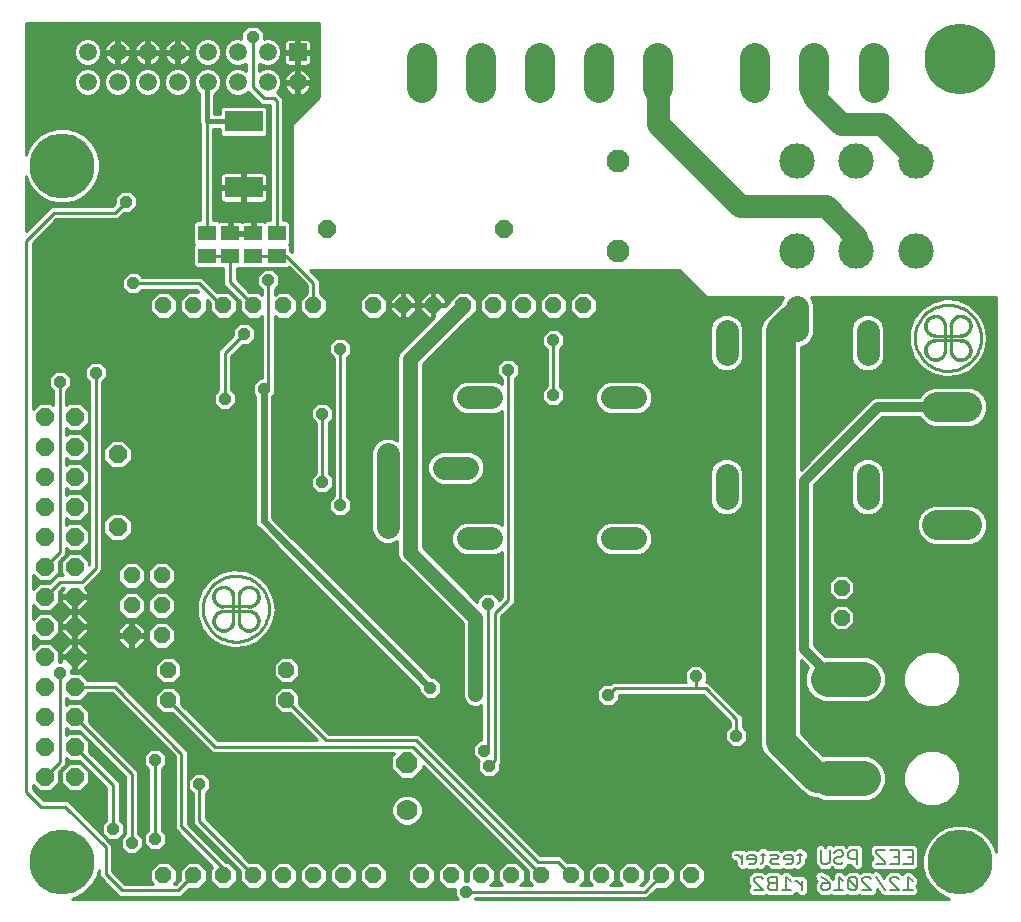
<source format=gbl>
G75*
G70*
%OFA0B0*%
%FSLAX24Y24*%
%IPPOS*%
%LPD*%
%AMOC8*
5,1,8,0,0,1.08239X$1,22.5*
%
%ADD10C,0.0050*%
%ADD11C,0.0100*%
%ADD12C,0.0010*%
%ADD13OC8,0.0594*%
%ADD14OC8,0.0554*%
%ADD15OC8,0.0600*%
%ADD16C,0.0780*%
%ADD17C,0.0700*%
%ADD18OC8,0.0700*%
%ADD19C,0.1181*%
%ADD20C,0.1000*%
%ADD21OC8,0.0520*%
%ADD22C,0.1181*%
%ADD23C,0.0768*%
%ADD24R,0.0594X0.0594*%
%ADD25C,0.0594*%
%ADD26R,0.0591X0.0512*%
%ADD27R,0.1260X0.0709*%
%ADD28R,0.0396X0.0396*%
%ADD29OC8,0.0396*%
%ADD30C,0.0160*%
%ADD31C,0.0240*%
%ADD32C,0.0500*%
%ADD33C,0.2165*%
%ADD34C,0.0320*%
%ADD35C,0.2362*%
%ADD36C,0.0760*%
D10*
X029502Y004708D02*
X029577Y004708D01*
X029727Y004557D01*
X029727Y004407D02*
X029727Y004708D01*
X029888Y004632D02*
X029888Y004557D01*
X030188Y004557D01*
X030188Y004482D02*
X030188Y004632D01*
X030113Y004708D01*
X029963Y004708D01*
X029888Y004632D01*
X029963Y004407D02*
X030113Y004407D01*
X030188Y004482D01*
X030345Y004407D02*
X030420Y004482D01*
X030420Y004783D01*
X030495Y004708D02*
X030345Y004708D01*
X030655Y004708D02*
X030880Y004708D01*
X030955Y004632D01*
X030880Y004557D01*
X030730Y004557D01*
X030655Y004482D01*
X030730Y004407D01*
X030955Y004407D01*
X031115Y004557D02*
X031416Y004557D01*
X031416Y004482D02*
X031416Y004632D01*
X031340Y004708D01*
X031190Y004708D01*
X031115Y004632D01*
X031115Y004557D01*
X031190Y004407D02*
X031340Y004407D01*
X031416Y004482D01*
X031572Y004407D02*
X031647Y004482D01*
X031647Y004783D01*
X031722Y004708D02*
X031572Y004708D01*
X032343Y004858D02*
X032343Y004482D01*
X032418Y004407D01*
X032568Y004407D01*
X032643Y004482D01*
X032643Y004858D01*
X032803Y004783D02*
X032878Y004858D01*
X033029Y004858D01*
X033104Y004783D01*
X033104Y004708D01*
X033029Y004632D01*
X032878Y004632D01*
X032803Y004557D01*
X032803Y004482D01*
X032878Y004407D01*
X033029Y004407D01*
X033104Y004482D01*
X033264Y004632D02*
X033339Y004557D01*
X033564Y004557D01*
X033564Y004407D02*
X033564Y004858D01*
X033339Y004858D01*
X033264Y004783D01*
X033264Y004632D01*
X033339Y003983D02*
X033264Y003908D01*
X033564Y003607D01*
X033489Y003532D01*
X033339Y003532D01*
X033264Y003607D01*
X033264Y003908D01*
X033339Y003983D02*
X033489Y003983D01*
X033564Y003908D01*
X033564Y003607D01*
X033724Y003532D02*
X034024Y003532D01*
X033724Y003833D01*
X033724Y003908D01*
X033799Y003983D01*
X033949Y003983D01*
X034024Y003908D01*
X034185Y003983D02*
X034485Y003532D01*
X034645Y003532D02*
X034945Y003532D01*
X034645Y003833D01*
X034645Y003908D01*
X034720Y003983D01*
X034870Y003983D01*
X034945Y003908D01*
X035255Y003983D02*
X035255Y003532D01*
X035105Y003532D02*
X035406Y003532D01*
X035406Y003833D02*
X035255Y003983D01*
X035105Y004407D02*
X035406Y004407D01*
X035406Y004858D01*
X035105Y004858D01*
X034945Y004858D02*
X034945Y004407D01*
X034645Y004407D01*
X034485Y004407D02*
X034185Y004407D01*
X034485Y004407D02*
X034485Y004482D01*
X034185Y004783D01*
X034185Y004858D01*
X034485Y004858D01*
X034645Y004858D02*
X034945Y004858D01*
X034945Y004632D02*
X034795Y004632D01*
X035255Y004632D02*
X035406Y004632D01*
X033104Y003833D02*
X032953Y003983D01*
X032953Y003532D01*
X032803Y003532D02*
X033104Y003532D01*
X032643Y003607D02*
X032643Y003757D01*
X032418Y003757D01*
X032343Y003682D01*
X032343Y003607D01*
X032418Y003532D01*
X032568Y003532D01*
X032643Y003607D01*
X032643Y003757D02*
X032493Y003908D01*
X032343Y003983D01*
X031722Y003833D02*
X031722Y003532D01*
X031722Y003682D02*
X031572Y003833D01*
X031497Y003833D01*
X031339Y003833D02*
X031189Y003983D01*
X031189Y003532D01*
X031339Y003532D02*
X031039Y003532D01*
X030878Y003532D02*
X030653Y003532D01*
X030578Y003607D01*
X030578Y003682D01*
X030653Y003757D01*
X030878Y003757D01*
X030878Y003532D02*
X030878Y003983D01*
X030653Y003983D01*
X030578Y003908D01*
X030578Y003833D01*
X030653Y003757D01*
X030418Y003908D02*
X030343Y003983D01*
X030193Y003983D01*
X030118Y003908D01*
X030118Y003833D01*
X030418Y003532D01*
X030118Y003532D01*
D11*
X029984Y003674D02*
X028305Y003674D01*
X028216Y003585D02*
X027845Y003585D01*
X027583Y003847D01*
X027583Y004218D01*
X027845Y004479D01*
X028216Y004479D01*
X028478Y004218D01*
X028478Y003847D01*
X028216Y003585D01*
X028403Y003773D02*
X029923Y003773D01*
X029923Y003752D02*
X029992Y003682D01*
X029923Y003613D01*
X029923Y003452D01*
X030037Y003337D01*
X030499Y003337D01*
X030536Y003374D01*
X030572Y003337D01*
X031420Y003337D01*
X031531Y003448D01*
X031642Y003337D01*
X031803Y003337D01*
X031917Y003452D01*
X031917Y003913D01*
X031803Y004028D01*
X031420Y004028D01*
X031384Y004063D01*
X031269Y004178D01*
X031108Y004178D01*
X031034Y004103D01*
X030959Y004178D01*
X030572Y004178D01*
X030498Y004103D01*
X030424Y004178D01*
X030112Y004178D01*
X029998Y004063D01*
X029923Y003988D01*
X029923Y003752D01*
X029923Y003871D02*
X028478Y003871D01*
X028478Y003970D02*
X029923Y003970D01*
X030003Y004068D02*
X028478Y004068D01*
X028478Y004167D02*
X030101Y004167D01*
X030194Y004212D02*
X029882Y004212D01*
X029845Y004249D01*
X029808Y004212D01*
X029647Y004212D01*
X029532Y004327D01*
X029532Y004477D01*
X029497Y004513D01*
X029421Y004513D01*
X029307Y004627D01*
X029307Y004788D01*
X029421Y004903D01*
X029808Y004903D01*
X029845Y004866D01*
X029882Y004903D01*
X030194Y004903D01*
X030229Y004867D01*
X030264Y004903D01*
X030339Y004978D01*
X030500Y004978D01*
X030575Y004903D01*
X030961Y004903D01*
X031035Y004828D01*
X031110Y004903D01*
X031421Y004903D01*
X031456Y004867D01*
X031492Y004903D01*
X031567Y004978D01*
X031728Y004978D01*
X031803Y004903D01*
X031917Y004788D01*
X031917Y004627D01*
X031842Y004552D01*
X031842Y004402D01*
X031653Y004212D01*
X031492Y004212D01*
X031456Y004247D01*
X031421Y004212D01*
X031110Y004212D01*
X031073Y004249D01*
X031036Y004212D01*
X030649Y004212D01*
X030574Y004287D01*
X030574Y004287D01*
X030537Y004324D01*
X030425Y004212D01*
X030264Y004212D01*
X030229Y004247D01*
X030194Y004212D01*
X030435Y004167D02*
X030562Y004167D01*
X030596Y004265D02*
X030478Y004265D01*
X030970Y004167D02*
X031097Y004167D01*
X031280Y004167D02*
X032279Y004167D01*
X032337Y004212D02*
X032649Y004212D01*
X032723Y004287D01*
X032798Y004212D01*
X033109Y004212D01*
X033259Y004362D01*
X033369Y004362D01*
X033369Y004327D01*
X033483Y004212D01*
X033645Y004212D01*
X033759Y004327D01*
X033759Y004938D01*
X033645Y005053D01*
X033258Y005053D01*
X033184Y004978D01*
X033109Y005053D01*
X032798Y005053D01*
X032761Y005016D01*
X032724Y005053D01*
X032562Y005053D01*
X032493Y004983D01*
X032424Y005053D01*
X032262Y005053D01*
X032148Y004938D01*
X032148Y004402D01*
X032262Y004287D01*
X032337Y004212D01*
X032358Y004193D02*
X032205Y004142D01*
X032132Y003998D01*
X032184Y003844D01*
X032214Y003829D01*
X032148Y003763D01*
X032148Y003527D01*
X032223Y003452D01*
X032223Y003452D01*
X032337Y003337D01*
X032649Y003337D01*
X032686Y003374D01*
X032723Y003337D01*
X033184Y003337D01*
X033221Y003374D01*
X033258Y003337D01*
X033570Y003337D01*
X033607Y003374D01*
X033643Y003337D01*
X034105Y003337D01*
X034219Y003452D01*
X034219Y003579D01*
X034367Y003357D01*
X034526Y003325D01*
X034556Y003345D01*
X034564Y003337D01*
X035486Y003337D01*
X035601Y003452D01*
X035601Y003613D01*
X035531Y003682D01*
X035601Y003752D01*
X035601Y003913D01*
X035450Y004063D01*
X035336Y004178D01*
X035175Y004178D01*
X035063Y004066D01*
X034951Y004178D01*
X034639Y004178D01*
X034525Y004063D01*
X034450Y003988D01*
X034450Y003936D01*
X034302Y004158D01*
X034144Y004190D01*
X034068Y004140D01*
X034030Y004178D01*
X033718Y004178D01*
X033644Y004103D01*
X033570Y004178D01*
X033258Y004178D01*
X033183Y004103D01*
X033146Y004066D01*
X033034Y004178D01*
X032873Y004178D01*
X032758Y004063D01*
X032758Y003918D01*
X032724Y003952D01*
X032664Y004013D01*
X032653Y004046D01*
X032609Y004068D01*
X032574Y004103D01*
X032539Y004103D01*
X032358Y004193D01*
X032411Y004167D02*
X032862Y004167D01*
X032763Y004068D02*
X032608Y004068D01*
X032707Y003970D02*
X032758Y003970D01*
X032745Y004265D02*
X032702Y004265D01*
X033045Y004167D02*
X033247Y004167D01*
X033162Y004265D02*
X033430Y004265D01*
X033581Y004167D02*
X033708Y004167D01*
X033698Y004265D02*
X034051Y004265D01*
X034104Y004212D02*
X035026Y004212D01*
X035486Y004212D01*
X035601Y004327D01*
X035601Y004938D01*
X035486Y005053D01*
X034104Y005053D01*
X033990Y004938D01*
X033990Y004702D01*
X034096Y004595D01*
X033990Y004488D01*
X033990Y004327D01*
X034104Y004212D01*
X034109Y004167D02*
X034041Y004167D01*
X033990Y004364D02*
X033759Y004364D01*
X033759Y004462D02*
X033990Y004462D01*
X034062Y004561D02*
X033759Y004561D01*
X033759Y004659D02*
X034032Y004659D01*
X033990Y004758D02*
X033759Y004758D01*
X033759Y004856D02*
X033990Y004856D01*
X034006Y004955D02*
X033743Y004955D01*
X034258Y004167D02*
X034628Y004167D01*
X034530Y004068D02*
X034362Y004068D01*
X034427Y003970D02*
X034450Y003970D01*
X034962Y004167D02*
X035164Y004167D01*
X035065Y004068D02*
X035060Y004068D01*
X035347Y004167D02*
X035757Y004167D01*
X035731Y004265D02*
X035539Y004265D01*
X035601Y004364D02*
X035724Y004364D01*
X035724Y004291D02*
X035809Y003973D01*
X035974Y003687D01*
X036207Y003454D01*
X036493Y003289D01*
X036634Y003251D01*
X020820Y003251D01*
X020831Y003262D01*
X026572Y003262D01*
X026701Y003391D01*
X026895Y003585D01*
X027216Y003585D01*
X027478Y003847D01*
X027478Y004218D01*
X027216Y004479D01*
X026845Y004479D01*
X026583Y004218D01*
X026583Y003896D01*
X026389Y003702D01*
X026333Y003702D01*
X026478Y003847D01*
X026478Y004218D01*
X026216Y004479D01*
X025845Y004479D01*
X025583Y004218D01*
X025583Y003847D01*
X025728Y003702D01*
X025333Y003702D01*
X025478Y003847D01*
X025478Y004218D01*
X025216Y004479D01*
X024845Y004479D01*
X024583Y004218D01*
X024583Y003847D01*
X024728Y003702D01*
X024333Y003702D01*
X024478Y003847D01*
X024478Y004218D01*
X024216Y004479D01*
X023895Y004479D01*
X023672Y004702D01*
X022997Y004702D01*
X018947Y008752D01*
X015947Y008752D01*
X014966Y009733D01*
X014966Y010040D01*
X014714Y010292D01*
X014358Y010292D01*
X014106Y010040D01*
X014106Y009684D01*
X014358Y009432D01*
X014645Y009432D01*
X015549Y008527D01*
X012244Y008527D01*
X011029Y009743D01*
X011029Y010040D01*
X010777Y010292D01*
X010421Y010292D01*
X010169Y010040D01*
X010169Y009684D01*
X010421Y009432D01*
X010718Y009432D01*
X012062Y008087D01*
X018138Y008087D01*
X018036Y007985D01*
X018036Y007554D01*
X018340Y007250D01*
X018771Y007250D01*
X019076Y007554D01*
X019076Y007676D01*
X022583Y004168D01*
X022583Y003847D01*
X022728Y003702D01*
X022333Y003702D01*
X022478Y003847D01*
X022478Y004218D01*
X022216Y004479D01*
X021845Y004479D01*
X021583Y004218D01*
X021583Y003847D01*
X021728Y003702D01*
X021333Y003702D01*
X021478Y003847D01*
X021478Y004218D01*
X021216Y004479D01*
X020845Y004479D01*
X020583Y004218D01*
X020583Y003850D01*
X020478Y003850D01*
X020478Y004218D01*
X020216Y004479D01*
X019845Y004479D01*
X019583Y004218D01*
X019583Y003847D01*
X019845Y003585D01*
X020162Y003585D01*
X020162Y003330D01*
X020241Y003251D01*
X007398Y003251D01*
X007539Y003289D01*
X007825Y003454D01*
X008058Y003687D01*
X008223Y003973D01*
X008286Y004207D01*
X008286Y003991D01*
X008414Y003862D01*
X008964Y003312D01*
X011022Y003312D01*
X011295Y003585D01*
X011616Y003585D01*
X011878Y003847D01*
X011878Y004218D01*
X011616Y004479D01*
X011245Y004479D01*
X010983Y004218D01*
X010983Y003896D01*
X010839Y003752D01*
X010783Y003752D01*
X010878Y003847D01*
X010878Y004218D01*
X010616Y004479D01*
X010245Y004479D01*
X009983Y004218D01*
X009983Y003847D01*
X010078Y003752D01*
X009147Y003752D01*
X008726Y004173D01*
X008726Y005048D01*
X007376Y006398D01*
X007247Y006527D01*
X006447Y006527D01*
X006076Y006898D01*
X006076Y007052D01*
X006287Y006840D01*
X006674Y006840D01*
X006947Y007114D01*
X006947Y007463D01*
X007072Y007587D01*
X007201Y007716D01*
X007201Y007927D01*
X007287Y007840D01*
X007636Y007840D01*
X008536Y006941D01*
X008536Y005858D01*
X008387Y005710D01*
X008387Y005405D01*
X008603Y005189D01*
X008908Y005189D01*
X009124Y005405D01*
X009124Y005710D01*
X008976Y005858D01*
X008976Y007123D01*
X007947Y008152D01*
X007947Y008501D01*
X007976Y008501D01*
X007947Y008501D02*
X007674Y008774D01*
X007287Y008774D01*
X007201Y008688D01*
X007201Y008927D01*
X007287Y008840D01*
X007636Y008840D01*
X009161Y007316D01*
X009161Y005408D01*
X009012Y005260D01*
X009012Y004955D01*
X009228Y004739D01*
X009533Y004739D01*
X009749Y004955D01*
X009749Y005260D01*
X009601Y005408D01*
X009601Y007498D01*
X007947Y009152D01*
X007947Y009501D01*
X007674Y009774D01*
X007287Y009774D01*
X007201Y009688D01*
X007201Y009927D01*
X007287Y009840D01*
X007674Y009840D01*
X007921Y010087D01*
X008714Y010087D01*
X010811Y007991D01*
X010811Y005566D01*
X012071Y004305D01*
X011983Y004218D01*
X011983Y003847D01*
X012245Y003585D01*
X012616Y003585D01*
X012878Y003847D01*
X012878Y004218D01*
X012616Y004479D01*
X012520Y004479D01*
X011251Y005748D01*
X011251Y008173D01*
X008897Y010527D01*
X007921Y010527D01*
X007674Y010774D01*
X007349Y010774D01*
X007349Y010860D01*
X007432Y010860D01*
X007432Y011259D01*
X007034Y011259D01*
X007034Y011150D01*
X006947Y011150D01*
X006947Y011501D01*
X006674Y011774D01*
X006287Y011774D01*
X006076Y011563D01*
X006076Y012052D01*
X006287Y011840D01*
X006674Y011840D01*
X006947Y012114D01*
X006947Y012501D01*
X006674Y012774D01*
X006287Y012774D01*
X006076Y012563D01*
X006076Y013052D01*
X006287Y012840D01*
X006674Y012840D01*
X006947Y013114D01*
X006947Y013463D01*
X007072Y013587D01*
X007129Y013587D01*
X007034Y013492D01*
X007034Y013356D01*
X007432Y013356D01*
X007432Y013259D01*
X007034Y013259D01*
X007034Y013122D01*
X007295Y012860D01*
X007432Y012860D01*
X007432Y013259D01*
X007529Y013259D01*
X007529Y013356D01*
X007927Y013356D01*
X007927Y013492D01*
X007815Y013605D01*
X007926Y013716D01*
X008401Y014191D01*
X008401Y020482D01*
X008549Y020630D01*
X008549Y020935D01*
X008333Y021150D01*
X008028Y021150D01*
X007812Y020935D01*
X007812Y020630D01*
X007961Y020482D01*
X007961Y014373D01*
X007947Y014360D01*
X007947Y014501D01*
X007674Y014774D01*
X007287Y014774D01*
X007014Y014501D01*
X007014Y014114D01*
X007100Y014027D01*
X006889Y014027D01*
X006636Y013774D01*
X006287Y013774D01*
X006076Y013563D01*
X006076Y014052D01*
X006287Y013840D01*
X006674Y013840D01*
X006947Y014114D01*
X006947Y014463D01*
X007072Y014587D01*
X007201Y014716D01*
X007201Y014927D01*
X007287Y014840D01*
X007674Y014840D01*
X007947Y015114D01*
X007947Y015501D01*
X007674Y015774D01*
X007287Y015774D01*
X007201Y015688D01*
X007201Y015927D01*
X007287Y015840D01*
X007674Y015840D01*
X007947Y016114D01*
X007947Y016501D01*
X007674Y016774D01*
X007287Y016774D01*
X007201Y016688D01*
X007201Y016927D01*
X007287Y016840D01*
X007674Y016840D01*
X007947Y017114D01*
X007947Y017501D01*
X007674Y017774D01*
X007287Y017774D01*
X007201Y017688D01*
X007201Y017927D01*
X007287Y017840D01*
X007674Y017840D01*
X007947Y018114D01*
X007947Y018501D01*
X007674Y018774D01*
X007287Y018774D01*
X007201Y018688D01*
X007201Y018927D01*
X007287Y018840D01*
X007674Y018840D01*
X007947Y019114D01*
X007947Y019501D01*
X007674Y019774D01*
X007287Y019774D01*
X007201Y019688D01*
X007201Y020182D01*
X007349Y020330D01*
X007349Y020635D01*
X007133Y020850D01*
X006828Y020850D01*
X006612Y020635D01*
X006612Y020330D01*
X006761Y020182D01*
X006761Y019688D01*
X006674Y019774D01*
X006287Y019774D01*
X006076Y019563D01*
X006076Y025091D01*
X006872Y025887D01*
X008897Y025887D01*
X009124Y026114D01*
X009333Y026114D01*
X009549Y026330D01*
X009549Y026635D01*
X009333Y026850D01*
X009028Y026850D01*
X008812Y026635D01*
X008812Y026425D01*
X008714Y026327D01*
X006689Y026327D01*
X006561Y026198D01*
X005850Y025488D01*
X005850Y027342D01*
X005888Y027201D01*
X006053Y026915D01*
X006286Y026682D01*
X006572Y026517D01*
X006890Y026432D01*
X007220Y026432D01*
X007539Y026517D01*
X007825Y026682D01*
X008058Y026915D01*
X008223Y027201D01*
X008308Y027520D01*
X008308Y027850D01*
X008223Y028168D01*
X008058Y028454D01*
X007825Y028687D01*
X007539Y028852D01*
X007220Y028937D01*
X006890Y028937D01*
X006572Y028852D01*
X006286Y028687D01*
X006053Y028454D01*
X005888Y028168D01*
X005850Y028027D01*
X005850Y032433D01*
X015606Y032433D01*
X015606Y029957D01*
X014731Y029082D01*
X014731Y024793D01*
X014671Y024853D01*
X014671Y025010D01*
X014623Y025057D01*
X014671Y025105D01*
X014671Y025758D01*
X014571Y025857D01*
X014426Y025857D01*
X014426Y029923D01*
X014229Y030120D01*
X014301Y030193D01*
X014372Y030364D01*
X014372Y030550D01*
X014301Y030722D01*
X014170Y030853D01*
X013998Y030924D01*
X013813Y030924D01*
X013641Y030853D01*
X013626Y030838D01*
X013626Y031077D01*
X013641Y031062D01*
X013813Y030990D01*
X013998Y030990D01*
X014170Y031062D01*
X014301Y031193D01*
X014372Y031364D01*
X014372Y031550D01*
X014459Y031550D01*
X014459Y031506D02*
X014857Y031506D01*
X014857Y031904D01*
X014589Y031904D01*
X014551Y031894D01*
X014517Y031874D01*
X014489Y031846D01*
X014469Y031812D01*
X014459Y031774D01*
X014459Y031506D01*
X014459Y031409D02*
X014459Y031141D01*
X014469Y031103D01*
X014489Y031068D01*
X014517Y031040D01*
X014551Y031021D01*
X014589Y031010D01*
X014857Y031010D01*
X014857Y031409D01*
X014459Y031409D01*
X014459Y031353D02*
X014368Y031353D01*
X014372Y031451D02*
X014857Y031451D01*
X014857Y031409D02*
X014857Y031506D01*
X014954Y031506D01*
X014954Y031904D01*
X015222Y031904D01*
X015260Y031894D01*
X015295Y031874D01*
X015322Y031846D01*
X015342Y031812D01*
X015352Y031774D01*
X015352Y031506D01*
X014954Y031506D01*
X014954Y031409D01*
X015352Y031409D01*
X015352Y031141D01*
X015342Y031103D01*
X015322Y031068D01*
X015295Y031040D01*
X015260Y031021D01*
X015222Y031010D01*
X014954Y031010D01*
X014954Y031409D01*
X014857Y031409D01*
X014857Y031353D02*
X014954Y031353D01*
X014954Y031451D02*
X015606Y031451D01*
X015606Y031353D02*
X015352Y031353D01*
X015352Y031254D02*
X015606Y031254D01*
X015606Y031156D02*
X015352Y031156D01*
X015311Y031057D02*
X015606Y031057D01*
X015606Y030959D02*
X013626Y030959D01*
X013626Y031057D02*
X013651Y031057D01*
X013659Y030860D02*
X013626Y030860D01*
X013186Y030860D02*
X013152Y030860D01*
X013170Y030853D02*
X012998Y030924D01*
X012813Y030924D01*
X012641Y030853D01*
X012510Y030722D01*
X012439Y030550D01*
X012439Y030364D01*
X012510Y030193D01*
X012641Y030062D01*
X012813Y029990D01*
X012998Y029990D01*
X013170Y030062D01*
X013255Y030147D01*
X013561Y029841D01*
X013689Y029712D01*
X013986Y029712D01*
X013986Y025857D01*
X013840Y025857D01*
X013800Y025817D01*
X013784Y025827D01*
X013746Y025837D01*
X013481Y025837D01*
X013381Y025837D01*
X013116Y025837D01*
X013077Y025827D01*
X013043Y025807D01*
X013043Y025807D01*
X013043Y025807D01*
X013009Y025827D01*
X012971Y025837D01*
X012706Y025837D01*
X012606Y025837D01*
X012341Y025837D01*
X012302Y025827D01*
X012286Y025817D01*
X012246Y025857D01*
X012101Y025857D01*
X012101Y028910D01*
X012306Y028910D01*
X012306Y028735D01*
X012405Y028635D01*
X013806Y028635D01*
X013905Y028735D01*
X013905Y029584D01*
X013806Y029684D01*
X012405Y029684D01*
X012306Y029584D01*
X012306Y029410D01*
X012131Y029410D01*
X012131Y030045D01*
X012170Y030062D01*
X012301Y030193D01*
X012372Y030364D01*
X012372Y030550D01*
X012301Y030722D01*
X012170Y030853D01*
X011998Y030924D01*
X011813Y030924D01*
X011641Y030853D01*
X011510Y030722D01*
X011439Y030550D01*
X011439Y030364D01*
X011510Y030193D01*
X011631Y030072D01*
X011631Y029108D01*
X011661Y029035D01*
X011661Y025857D01*
X011515Y025857D01*
X011415Y025758D01*
X011415Y025105D01*
X011463Y025057D01*
X011415Y025010D01*
X011415Y024357D01*
X011515Y024257D01*
X012246Y024257D01*
X012268Y024279D01*
X012290Y024257D01*
X012436Y024257D01*
X012436Y023716D01*
X012983Y023168D01*
X012983Y022847D01*
X013245Y022585D01*
X013616Y022585D01*
X013711Y022680D01*
X013711Y020600D01*
X013628Y020600D01*
X013412Y020385D01*
X013412Y020080D01*
X013491Y020002D01*
X013491Y015775D01*
X013535Y015668D01*
X013616Y015586D01*
X018962Y010240D01*
X018962Y010130D01*
X019178Y009914D01*
X019483Y009914D01*
X019699Y010130D01*
X019699Y010435D01*
X019483Y010650D01*
X019373Y010650D01*
X014071Y015952D01*
X014071Y020002D01*
X014149Y020080D01*
X014149Y020289D01*
X014151Y020291D01*
X014151Y022680D01*
X014245Y022585D01*
X014616Y022585D01*
X014878Y022847D01*
X014878Y023218D01*
X014616Y023479D01*
X014245Y023479D01*
X014151Y023385D01*
X014151Y023557D01*
X014299Y023705D01*
X014299Y024010D01*
X014083Y024225D01*
X013778Y024225D01*
X013562Y024010D01*
X013562Y023705D01*
X013711Y023557D01*
X013711Y023385D01*
X013616Y023479D01*
X013295Y023479D01*
X012876Y023898D01*
X012876Y024257D01*
X013021Y024257D01*
X013043Y024279D01*
X013065Y024257D01*
X013796Y024257D01*
X013818Y024279D01*
X013840Y024257D01*
X014571Y024257D01*
X014608Y024294D01*
X015211Y023691D01*
X015211Y023445D01*
X014983Y023218D01*
X014983Y022847D01*
X015245Y022585D01*
X015616Y022585D01*
X015878Y022847D01*
X015878Y023218D01*
X015651Y023445D01*
X015651Y023873D01*
X015317Y024207D01*
X027606Y024207D01*
X028506Y023307D01*
X031099Y023307D01*
X031081Y023289D01*
X031003Y023103D01*
X030438Y022537D01*
X030336Y022291D01*
X029763Y022291D01*
X029766Y022284D02*
X029680Y022489D01*
X029523Y022647D01*
X029317Y022732D01*
X029094Y022732D01*
X028888Y022647D01*
X028731Y022489D01*
X028646Y022284D01*
X028646Y021281D01*
X028731Y021075D01*
X028888Y020918D01*
X029094Y020832D01*
X029317Y020832D01*
X029523Y020918D01*
X029680Y021075D01*
X029766Y021281D01*
X029766Y022284D01*
X029766Y022192D02*
X030336Y022192D01*
X030336Y022094D02*
X029766Y022094D01*
X029766Y021995D02*
X030336Y021995D01*
X030336Y021897D02*
X029766Y021897D01*
X029766Y021798D02*
X030336Y021798D01*
X030336Y021700D02*
X029766Y021700D01*
X029766Y021601D02*
X030336Y021601D01*
X030336Y021503D02*
X029766Y021503D01*
X029766Y021404D02*
X030336Y021404D01*
X030336Y021306D02*
X029766Y021306D01*
X029735Y021207D02*
X030336Y021207D01*
X030336Y021109D02*
X029694Y021109D01*
X029616Y021010D02*
X030336Y021010D01*
X030336Y020912D02*
X029509Y020912D01*
X028902Y020912D02*
X023651Y020912D01*
X023651Y021010D02*
X028796Y021010D01*
X028717Y021109D02*
X023651Y021109D01*
X023651Y021207D02*
X028676Y021207D01*
X028646Y021306D02*
X023651Y021306D01*
X023651Y021404D02*
X028646Y021404D01*
X028646Y021503D02*
X023651Y021503D01*
X023651Y021557D02*
X023799Y021705D01*
X023799Y022010D01*
X023583Y022225D01*
X023278Y022225D01*
X023062Y022010D01*
X023062Y021705D01*
X023211Y021557D01*
X023211Y020333D01*
X023062Y020185D01*
X023062Y019880D01*
X023278Y019664D01*
X023583Y019664D01*
X023799Y019880D01*
X023799Y020185D01*
X023651Y020333D01*
X023651Y021557D01*
X023695Y021601D02*
X028646Y021601D01*
X028646Y021700D02*
X023794Y021700D01*
X023799Y021798D02*
X028646Y021798D01*
X028646Y021897D02*
X023799Y021897D01*
X023799Y021995D02*
X028646Y021995D01*
X028646Y022094D02*
X023715Y022094D01*
X023616Y022192D02*
X028646Y022192D01*
X028649Y022291D02*
X020308Y022291D01*
X020407Y022389D02*
X028689Y022389D01*
X028730Y022488D02*
X020505Y022488D01*
X020602Y022585D02*
X020616Y022585D01*
X020878Y022847D01*
X020878Y023218D01*
X020616Y023479D01*
X020245Y023479D01*
X019983Y023218D01*
X019983Y023154D01*
X019823Y022994D01*
X019469Y022994D01*
X019469Y023071D01*
X019392Y023071D01*
X019392Y023459D01*
X019254Y023459D01*
X019003Y023209D01*
X019003Y023071D01*
X019392Y023071D01*
X019392Y022994D01*
X019003Y022994D01*
X019003Y022855D01*
X019254Y022605D01*
X019392Y022605D01*
X019392Y022994D01*
X019469Y022994D01*
X019469Y022640D01*
X018300Y021470D01*
X018236Y021316D01*
X018236Y018505D01*
X018217Y018524D01*
X018015Y018607D01*
X017796Y018607D01*
X017594Y018524D01*
X017439Y018369D01*
X017356Y018167D01*
X017356Y015523D01*
X017439Y015321D01*
X017594Y015166D01*
X017796Y015082D01*
X018015Y015082D01*
X018217Y015166D01*
X018236Y015184D01*
X018236Y014699D01*
X018300Y014544D01*
X018418Y014426D01*
X020411Y012433D01*
X020411Y009974D01*
X020475Y009819D01*
X020593Y009701D01*
X020747Y009637D01*
X020914Y009637D01*
X021036Y009688D01*
X021036Y008550D01*
X020978Y008550D01*
X020762Y008335D01*
X020762Y008030D01*
X020947Y007845D01*
X020912Y007810D01*
X020912Y007505D01*
X021128Y007289D01*
X021433Y007289D01*
X021649Y007505D01*
X021649Y007714D01*
X021701Y007766D01*
X021701Y012666D01*
X022151Y013116D01*
X022151Y020582D01*
X022299Y020730D01*
X022299Y021035D01*
X022083Y021250D01*
X021778Y021250D01*
X021562Y021035D01*
X021562Y020730D01*
X021711Y020582D01*
X021711Y020409D01*
X021688Y020432D01*
X021482Y020517D01*
X020479Y020517D01*
X020273Y020432D01*
X020116Y020274D01*
X020031Y020069D01*
X020031Y019846D01*
X020116Y019640D01*
X020273Y019483D01*
X020479Y019397D01*
X021482Y019397D01*
X021688Y019483D01*
X021711Y019505D01*
X021711Y015709D01*
X021688Y015732D01*
X021482Y015817D01*
X020479Y015817D01*
X020273Y015732D01*
X020116Y015574D01*
X020031Y015369D01*
X020031Y015146D01*
X020116Y014940D01*
X020273Y014783D01*
X020479Y014697D01*
X021482Y014697D01*
X021688Y014783D01*
X021711Y014805D01*
X021710Y014805D01*
X021711Y014805D02*
X021711Y013298D01*
X021623Y013211D01*
X021408Y013425D01*
X021103Y013425D01*
X020887Y013210D01*
X020887Y013144D01*
X019076Y014956D01*
X019076Y021058D01*
X020602Y022585D01*
X020617Y022586D02*
X021244Y022586D01*
X021245Y022585D02*
X021616Y022585D01*
X021878Y022847D01*
X021878Y023218D01*
X021616Y023479D01*
X021245Y023479D01*
X020983Y023218D01*
X020983Y022847D01*
X021245Y022585D01*
X021146Y022685D02*
X020716Y022685D01*
X020814Y022783D02*
X021047Y022783D01*
X020983Y022882D02*
X020878Y022882D01*
X020878Y022980D02*
X020983Y022980D01*
X020983Y023079D02*
X020878Y023079D01*
X020878Y023177D02*
X020983Y023177D01*
X021042Y023276D02*
X020819Y023276D01*
X020721Y023374D02*
X021140Y023374D01*
X021239Y023473D02*
X020622Y023473D01*
X020239Y023473D02*
X017622Y023473D01*
X017616Y023479D02*
X017245Y023479D01*
X016983Y023218D01*
X016983Y022847D01*
X017245Y022585D01*
X017616Y022585D01*
X017878Y022847D01*
X017878Y023218D01*
X017616Y023479D01*
X017721Y023374D02*
X018169Y023374D01*
X018254Y023459D02*
X018003Y023209D01*
X018003Y023071D01*
X018392Y023071D01*
X018392Y023459D01*
X018254Y023459D01*
X018392Y023374D02*
X018469Y023374D01*
X018469Y023459D02*
X018469Y023071D01*
X018392Y023071D01*
X018392Y022994D01*
X018003Y022994D01*
X018003Y022855D01*
X018254Y022605D01*
X018392Y022605D01*
X018392Y022994D01*
X018469Y022994D01*
X018469Y023071D01*
X018858Y023071D01*
X018858Y023209D01*
X018608Y023459D01*
X018469Y023459D01*
X018469Y023276D02*
X018392Y023276D01*
X018392Y023177D02*
X018469Y023177D01*
X018469Y023079D02*
X018392Y023079D01*
X018392Y022980D02*
X018469Y022980D01*
X018469Y022994D02*
X018469Y022605D01*
X018608Y022605D01*
X018858Y022855D01*
X018858Y022994D01*
X018469Y022994D01*
X018469Y022882D02*
X018392Y022882D01*
X018392Y022783D02*
X018469Y022783D01*
X018469Y022685D02*
X018392Y022685D01*
X018174Y022685D02*
X017716Y022685D01*
X017814Y022783D02*
X018075Y022783D01*
X018003Y022882D02*
X017878Y022882D01*
X017878Y022980D02*
X018003Y022980D01*
X018003Y023079D02*
X017878Y023079D01*
X017878Y023177D02*
X018003Y023177D01*
X018070Y023276D02*
X017819Y023276D01*
X017239Y023473D02*
X015651Y023473D01*
X015651Y023571D02*
X028242Y023571D01*
X028340Y023473D02*
X024622Y023473D01*
X024616Y023479D02*
X024245Y023479D01*
X023983Y023218D01*
X023983Y022847D01*
X024245Y022585D01*
X024616Y022585D01*
X024878Y022847D01*
X024878Y023218D01*
X024616Y023479D01*
X024721Y023374D02*
X028439Y023374D01*
X028143Y023670D02*
X015651Y023670D01*
X015651Y023768D02*
X028045Y023768D01*
X027946Y023867D02*
X015651Y023867D01*
X015559Y023965D02*
X027848Y023965D01*
X027749Y024064D02*
X015460Y024064D01*
X015362Y024162D02*
X027651Y024162D01*
X028828Y022586D02*
X024617Y022586D01*
X024716Y022685D02*
X028980Y022685D01*
X029431Y022685D02*
X030586Y022685D01*
X030684Y022783D02*
X024814Y022783D01*
X024878Y022882D02*
X030783Y022882D01*
X030881Y022980D02*
X024878Y022980D01*
X024878Y023079D02*
X030980Y023079D01*
X031034Y023177D02*
X024878Y023177D01*
X024819Y023276D02*
X031075Y023276D01*
X030487Y022586D02*
X029583Y022586D01*
X029681Y022488D02*
X030417Y022488D01*
X030376Y022389D02*
X029722Y022389D01*
X030336Y022291D02*
X030336Y008349D01*
X030438Y008103D01*
X031846Y006694D01*
X032093Y006592D01*
X032208Y006592D01*
X032426Y006501D01*
X033910Y006501D01*
X034189Y006617D01*
X034403Y006831D01*
X034519Y007111D01*
X034519Y007413D01*
X034403Y007693D01*
X034189Y007907D01*
X033910Y008023D01*
X032426Y008023D01*
X032417Y008019D01*
X031676Y008760D01*
X031676Y011196D01*
X031915Y010956D01*
X031817Y010720D01*
X031817Y010418D01*
X031933Y010138D01*
X032147Y009924D01*
X032426Y009809D01*
X033910Y009809D01*
X034189Y009924D01*
X034403Y010138D01*
X034519Y010418D01*
X034519Y010720D01*
X034403Y011000D01*
X034189Y011214D01*
X033910Y011330D01*
X032475Y011330D01*
X032111Y011694D01*
X032111Y017046D01*
X034379Y019314D01*
X035642Y019314D01*
X035663Y019265D01*
X035851Y019076D01*
X036097Y018974D01*
X037364Y018974D01*
X037610Y019076D01*
X037799Y019265D01*
X037901Y019511D01*
X037901Y019778D01*
X037799Y020024D01*
X037610Y020212D01*
X037364Y020314D01*
X036097Y020314D01*
X035851Y020212D01*
X035663Y020024D01*
X035642Y019974D01*
X034177Y019974D01*
X034056Y019924D01*
X033963Y019831D01*
X031676Y017544D01*
X031676Y021636D01*
X031873Y021718D01*
X032030Y021875D01*
X032116Y022081D01*
X032116Y023084D01*
X032030Y023289D01*
X032013Y023307D01*
X038182Y023307D01*
X038182Y004799D01*
X038144Y004940D01*
X037979Y005225D01*
X037746Y005459D01*
X037460Y005624D01*
X037142Y005709D01*
X036812Y005709D01*
X036493Y005624D01*
X036207Y005459D01*
X035974Y005225D01*
X035809Y004940D01*
X035724Y004621D01*
X035724Y004291D01*
X035724Y004462D02*
X035601Y004462D01*
X035601Y004561D02*
X035724Y004561D01*
X035734Y004659D02*
X035601Y004659D01*
X035601Y004758D02*
X035761Y004758D01*
X035787Y004856D02*
X035601Y004856D01*
X035584Y004955D02*
X035818Y004955D01*
X035875Y005053D02*
X022646Y005053D01*
X022744Y004955D02*
X030316Y004955D01*
X030523Y004955D02*
X031544Y004955D01*
X031751Y004955D02*
X032164Y004955D01*
X032148Y004856D02*
X031849Y004856D01*
X031917Y004758D02*
X032148Y004758D01*
X032148Y004659D02*
X031917Y004659D01*
X031851Y004561D02*
X032148Y004561D01*
X032148Y004462D02*
X031842Y004462D01*
X031805Y004364D02*
X032186Y004364D01*
X032284Y004265D02*
X031706Y004265D01*
X031861Y003970D02*
X032142Y003970D01*
X032168Y004068D02*
X031379Y004068D01*
X031917Y003871D02*
X032175Y003871D01*
X032158Y003773D02*
X031917Y003773D01*
X031917Y003674D02*
X032148Y003674D01*
X032148Y003576D02*
X031917Y003576D01*
X031917Y003477D02*
X032197Y003477D01*
X032296Y003379D02*
X031845Y003379D01*
X031600Y003379D02*
X031461Y003379D01*
X029995Y003379D02*
X026688Y003379D01*
X026590Y003280D02*
X036526Y003280D01*
X036338Y003379D02*
X035528Y003379D01*
X035601Y003477D02*
X036184Y003477D01*
X036086Y003576D02*
X035601Y003576D01*
X035539Y003674D02*
X035987Y003674D01*
X035925Y003773D02*
X035601Y003773D01*
X035601Y003871D02*
X035868Y003871D01*
X035811Y003970D02*
X035544Y003970D01*
X035446Y004068D02*
X035784Y004068D01*
X035932Y005152D02*
X022547Y005152D01*
X022449Y005250D02*
X035999Y005250D01*
X036098Y005349D02*
X022350Y005349D01*
X022252Y005447D02*
X036196Y005447D01*
X036358Y005546D02*
X022153Y005546D01*
X022055Y005644D02*
X036570Y005644D01*
X036259Y006334D02*
X038182Y006334D01*
X038182Y006432D02*
X036497Y006432D01*
X036575Y006465D02*
X036839Y006729D01*
X036983Y007075D01*
X036983Y007449D01*
X036839Y007795D01*
X036575Y008059D01*
X036229Y008203D01*
X035855Y008203D01*
X035509Y008059D01*
X035245Y007795D01*
X035101Y007449D01*
X035101Y007075D01*
X035245Y006729D01*
X035509Y006465D01*
X035855Y006321D01*
X036229Y006321D01*
X036575Y006465D01*
X036641Y006531D02*
X038182Y006531D01*
X038182Y006629D02*
X036739Y006629D01*
X036838Y006728D02*
X038182Y006728D01*
X038182Y006826D02*
X036880Y006826D01*
X036920Y006925D02*
X038182Y006925D01*
X038182Y007023D02*
X036961Y007023D01*
X036983Y007122D02*
X038182Y007122D01*
X038182Y007220D02*
X036983Y007220D01*
X036983Y007319D02*
X038182Y007319D01*
X038182Y007417D02*
X036983Y007417D01*
X036955Y007516D02*
X038182Y007516D01*
X038182Y007614D02*
X036914Y007614D01*
X036873Y007713D02*
X038182Y007713D01*
X038182Y007811D02*
X036823Y007811D01*
X036724Y007910D02*
X038182Y007910D01*
X038182Y008008D02*
X036626Y008008D01*
X036460Y008107D02*
X038182Y008107D01*
X038182Y008205D02*
X033969Y008205D01*
X033997Y008213D02*
X034087Y008250D01*
X034171Y008298D01*
X034248Y008358D01*
X034316Y008426D01*
X034376Y008503D01*
X034424Y008587D01*
X034461Y008677D01*
X034486Y008771D01*
X034499Y008866D01*
X033218Y008866D01*
X033218Y008966D01*
X033118Y008966D01*
X033118Y009656D01*
X032529Y009656D01*
X032433Y009643D01*
X032339Y009618D01*
X032249Y009581D01*
X032165Y009533D01*
X032088Y009474D01*
X032019Y009405D01*
X031960Y009328D01*
X031912Y009244D01*
X031875Y009154D01*
X031850Y009060D01*
X031837Y008966D01*
X033118Y008966D01*
X033118Y008866D01*
X031837Y008866D01*
X031850Y008771D01*
X031875Y008677D01*
X031912Y008587D01*
X031960Y008503D01*
X032019Y008426D01*
X032088Y008358D01*
X032165Y008298D01*
X032249Y008250D01*
X032339Y008213D01*
X032433Y008188D01*
X032529Y008175D01*
X033118Y008175D01*
X033118Y008866D01*
X033218Y008866D01*
X033218Y008175D01*
X033807Y008175D01*
X033903Y008188D01*
X033997Y008213D01*
X034178Y008304D02*
X038182Y008304D01*
X038182Y008402D02*
X034293Y008402D01*
X034374Y008501D02*
X038182Y008501D01*
X038182Y008599D02*
X034429Y008599D01*
X034431Y008599D02*
X031931Y008599D01*
X031907Y008599D02*
X031836Y008599D01*
X031869Y008698D02*
X031738Y008698D01*
X031676Y008796D02*
X031846Y008796D01*
X031931Y008796D02*
X034431Y008796D01*
X034490Y008796D02*
X038182Y008796D01*
X038182Y008698D02*
X034467Y008698D01*
X034431Y008698D02*
X031931Y008698D01*
X031931Y008505D02*
X031931Y009607D01*
X034431Y009607D01*
X034431Y008232D01*
X032203Y008232D01*
X031931Y008505D01*
X031935Y008501D02*
X034431Y008501D01*
X034431Y008402D02*
X032033Y008402D01*
X032043Y008402D01*
X031962Y008501D02*
X031935Y008501D01*
X032132Y008304D02*
X034431Y008304D01*
X034182Y007910D02*
X035360Y007910D01*
X035458Y008008D02*
X033944Y008008D01*
X034285Y007811D02*
X035261Y007811D01*
X035211Y007713D02*
X034383Y007713D01*
X034436Y007614D02*
X035170Y007614D01*
X035129Y007516D02*
X034477Y007516D01*
X034517Y007417D02*
X035101Y007417D01*
X035101Y007319D02*
X034519Y007319D01*
X034519Y007220D02*
X035101Y007220D01*
X035101Y007122D02*
X034519Y007122D01*
X034483Y007023D02*
X035123Y007023D01*
X035164Y006925D02*
X034442Y006925D01*
X034398Y006826D02*
X035204Y006826D01*
X035246Y006728D02*
X034300Y006728D01*
X034201Y006629D02*
X035345Y006629D01*
X035443Y006531D02*
X033981Y006531D01*
X035587Y006432D02*
X021267Y006432D01*
X021365Y006334D02*
X035825Y006334D01*
X037383Y005644D02*
X038182Y005644D01*
X038182Y005546D02*
X037595Y005546D01*
X037757Y005447D02*
X038182Y005447D01*
X038182Y005349D02*
X037856Y005349D01*
X037954Y005250D02*
X038182Y005250D01*
X038182Y005152D02*
X038022Y005152D01*
X038078Y005053D02*
X038182Y005053D01*
X038182Y004955D02*
X038135Y004955D01*
X038166Y004856D02*
X038182Y004856D01*
X038182Y005743D02*
X021956Y005743D01*
X021858Y005841D02*
X038182Y005841D01*
X038182Y005940D02*
X021759Y005940D01*
X021661Y006038D02*
X038182Y006038D01*
X038182Y006137D02*
X021562Y006137D01*
X021464Y006235D02*
X038182Y006235D01*
X035624Y008107D02*
X032329Y008107D01*
X032367Y008205D02*
X032230Y008205D01*
X032158Y008304D02*
X032132Y008304D01*
X031931Y008895D02*
X034431Y008895D01*
X034499Y008966D02*
X034486Y009060D01*
X034461Y009154D01*
X034424Y009244D01*
X034376Y009328D01*
X034316Y009405D01*
X034248Y009474D01*
X034171Y009533D01*
X034087Y009581D01*
X033997Y009618D01*
X033903Y009643D01*
X033807Y009656D01*
X033218Y009656D01*
X033218Y008966D01*
X034499Y008966D01*
X034495Y008993D02*
X038182Y008993D01*
X038182Y008895D02*
X033218Y008895D01*
X033218Y008993D02*
X033118Y008993D01*
X033118Y008895D02*
X031676Y008895D01*
X031676Y008993D02*
X031841Y008993D01*
X031931Y008993D02*
X034431Y008993D01*
X034431Y009092D02*
X031931Y009092D01*
X031858Y009092D02*
X031676Y009092D01*
X031676Y009190D02*
X031890Y009190D01*
X031931Y009190D02*
X034431Y009190D01*
X034446Y009190D02*
X038182Y009190D01*
X038182Y009092D02*
X034478Y009092D01*
X034431Y009289D02*
X031931Y009289D01*
X031938Y009289D02*
X031676Y009289D01*
X031676Y009387D02*
X032006Y009387D01*
X031931Y009387D02*
X034431Y009387D01*
X034431Y009486D02*
X031931Y009486D01*
X031931Y009584D02*
X034431Y009584D01*
X034330Y009387D02*
X038182Y009387D01*
X038182Y009289D02*
X034398Y009289D01*
X034232Y009486D02*
X038182Y009486D01*
X038182Y009584D02*
X034079Y009584D01*
X034082Y009880D02*
X035401Y009880D01*
X035303Y009978D02*
X034243Y009978D01*
X034342Y010077D02*
X035228Y010077D01*
X035245Y010036D02*
X035509Y009772D01*
X035855Y009629D01*
X036229Y009629D01*
X036575Y009772D01*
X036839Y010036D01*
X036983Y010382D01*
X036983Y010756D01*
X036839Y011102D01*
X036575Y011366D01*
X036229Y011510D01*
X035855Y011510D01*
X035509Y011366D01*
X035245Y011102D01*
X035101Y010756D01*
X035101Y010382D01*
X035245Y010036D01*
X035187Y010175D02*
X034419Y010175D01*
X034459Y010274D02*
X035146Y010274D01*
X035105Y010372D02*
X034500Y010372D01*
X034519Y010471D02*
X035101Y010471D01*
X035101Y010569D02*
X034519Y010569D01*
X034519Y010668D02*
X035101Y010668D01*
X035106Y010766D02*
X034500Y010766D01*
X034459Y010865D02*
X035146Y010865D01*
X035187Y010963D02*
X034418Y010963D01*
X034341Y011062D02*
X035228Y011062D01*
X035303Y011160D02*
X034243Y011160D01*
X034081Y011259D02*
X035402Y011259D01*
X035500Y011357D02*
X032447Y011357D01*
X032349Y011456D02*
X035725Y011456D01*
X036359Y011456D02*
X038182Y011456D01*
X038182Y011554D02*
X032250Y011554D01*
X032152Y011653D02*
X038182Y011653D01*
X038182Y011751D02*
X032111Y011751D01*
X032111Y011850D02*
X038182Y011850D01*
X038182Y011948D02*
X032111Y011948D01*
X032111Y012047D02*
X038182Y012047D01*
X038182Y012145D02*
X032111Y012145D01*
X032111Y012244D02*
X032805Y012244D01*
X032862Y012188D02*
X033218Y012188D01*
X033470Y012440D01*
X033470Y012796D01*
X033218Y013048D01*
X032862Y013048D01*
X032610Y012796D01*
X032610Y012440D01*
X032862Y012188D01*
X032707Y012342D02*
X032111Y012342D01*
X032111Y012441D02*
X032610Y012441D01*
X032610Y012539D02*
X032111Y012539D01*
X032111Y012638D02*
X032610Y012638D01*
X032610Y012736D02*
X032111Y012736D01*
X032111Y012835D02*
X032649Y012835D01*
X032747Y012933D02*
X032111Y012933D01*
X032111Y013032D02*
X032846Y013032D01*
X032862Y013188D02*
X032610Y013440D01*
X032610Y013796D01*
X032862Y014048D01*
X033218Y014048D01*
X033470Y013796D01*
X033470Y013440D01*
X033218Y013188D01*
X032862Y013188D01*
X032820Y013229D02*
X032111Y013229D01*
X032111Y013327D02*
X032722Y013327D01*
X032623Y013426D02*
X032111Y013426D01*
X032111Y013524D02*
X032610Y013524D01*
X032610Y013623D02*
X032111Y013623D01*
X032111Y013721D02*
X032610Y013721D01*
X032634Y013820D02*
X032111Y013820D01*
X032111Y013918D02*
X032732Y013918D01*
X032831Y014017D02*
X032111Y014017D01*
X032111Y014115D02*
X038182Y014115D01*
X038182Y014017D02*
X033249Y014017D01*
X033347Y013918D02*
X038182Y013918D01*
X038182Y013820D02*
X033446Y013820D01*
X033470Y013721D02*
X038182Y013721D01*
X038182Y013623D02*
X033470Y013623D01*
X033470Y013524D02*
X038182Y013524D01*
X038182Y013426D02*
X033456Y013426D01*
X033357Y013327D02*
X038182Y013327D01*
X038182Y013229D02*
X033259Y013229D01*
X033234Y013032D02*
X038182Y013032D01*
X038182Y013130D02*
X032111Y013130D01*
X033332Y012933D02*
X038182Y012933D01*
X038182Y012835D02*
X033431Y012835D01*
X033470Y012736D02*
X038182Y012736D01*
X038182Y012638D02*
X033470Y012638D01*
X033470Y012539D02*
X038182Y012539D01*
X038182Y012441D02*
X033470Y012441D01*
X033372Y012342D02*
X038182Y012342D01*
X038182Y012244D02*
X033274Y012244D01*
X031908Y010963D02*
X031676Y010963D01*
X031676Y010865D02*
X031877Y010865D01*
X031836Y010766D02*
X031676Y010766D01*
X031676Y010668D02*
X031817Y010668D01*
X031817Y010569D02*
X031676Y010569D01*
X031676Y010471D02*
X031817Y010471D01*
X031836Y010372D02*
X031676Y010372D01*
X031676Y010274D02*
X031877Y010274D01*
X031917Y010175D02*
X031676Y010175D01*
X031676Y010077D02*
X031994Y010077D01*
X032093Y009978D02*
X031676Y009978D01*
X031676Y009880D02*
X032254Y009880D01*
X032257Y009584D02*
X031676Y009584D01*
X031676Y009486D02*
X032104Y009486D01*
X031676Y009683D02*
X035724Y009683D01*
X035500Y009781D02*
X031676Y009781D01*
X030336Y009781D02*
X029293Y009781D01*
X029391Y009683D02*
X030336Y009683D01*
X030336Y009584D02*
X029490Y009584D01*
X029588Y009486D02*
X030336Y009486D01*
X030336Y009387D02*
X029687Y009387D01*
X029751Y009323D02*
X029622Y009452D01*
X028597Y010477D01*
X028521Y010477D01*
X028549Y010505D01*
X028549Y010810D01*
X028333Y011025D01*
X028028Y011025D01*
X027812Y010810D01*
X027812Y010505D01*
X027840Y010477D01*
X025389Y010477D01*
X025313Y010400D01*
X025103Y010400D01*
X024887Y010185D01*
X024887Y009880D01*
X021701Y009880D01*
X021701Y009978D02*
X024887Y009978D01*
X024887Y009880D02*
X025103Y009664D01*
X025408Y009664D01*
X025624Y009880D01*
X028572Y009880D01*
X028473Y009978D02*
X025624Y009978D01*
X025624Y010037D02*
X028414Y010037D01*
X029311Y009141D01*
X029311Y008983D01*
X029162Y008835D01*
X029162Y008530D01*
X029378Y008314D01*
X029683Y008314D01*
X029899Y008530D01*
X029899Y008835D01*
X029751Y008983D01*
X029751Y009323D01*
X029751Y009289D02*
X030336Y009289D01*
X030336Y009190D02*
X029751Y009190D01*
X029751Y009092D02*
X030336Y009092D01*
X030336Y008993D02*
X029751Y008993D01*
X029839Y008895D02*
X030336Y008895D01*
X030336Y008796D02*
X029899Y008796D01*
X029899Y008698D02*
X030336Y008698D01*
X030336Y008599D02*
X029899Y008599D01*
X029870Y008501D02*
X030336Y008501D01*
X030336Y008402D02*
X029771Y008402D01*
X029531Y008682D02*
X029531Y009232D01*
X028506Y010257D01*
X028181Y010257D01*
X025481Y010257D01*
X025256Y010032D01*
X025624Y010037D02*
X025624Y009880D01*
X025525Y009781D02*
X028670Y009781D01*
X028769Y009683D02*
X025427Y009683D01*
X025084Y009683D02*
X021701Y009683D01*
X021701Y009781D02*
X024986Y009781D01*
X024887Y010077D02*
X021701Y010077D01*
X021701Y010175D02*
X024887Y010175D01*
X024977Y010274D02*
X021701Y010274D01*
X021701Y010372D02*
X025075Y010372D01*
X025383Y010471D02*
X021701Y010471D01*
X021701Y010569D02*
X027812Y010569D01*
X027812Y010668D02*
X021701Y010668D01*
X021701Y010766D02*
X027812Y010766D01*
X027868Y010865D02*
X021701Y010865D01*
X021701Y010963D02*
X027966Y010963D01*
X028181Y010657D02*
X028181Y010257D01*
X028603Y010471D02*
X030336Y010471D01*
X030336Y010569D02*
X028549Y010569D01*
X028549Y010668D02*
X030336Y010668D01*
X030336Y010766D02*
X028549Y010766D01*
X028494Y010865D02*
X030336Y010865D01*
X030336Y010963D02*
X028395Y010963D01*
X028702Y010372D02*
X030336Y010372D01*
X030336Y010274D02*
X028800Y010274D01*
X028899Y010175D02*
X030336Y010175D01*
X030336Y010077D02*
X028997Y010077D01*
X029096Y009978D02*
X030336Y009978D01*
X030336Y009880D02*
X029194Y009880D01*
X028867Y009584D02*
X021701Y009584D01*
X021701Y009486D02*
X028966Y009486D01*
X029064Y009387D02*
X021701Y009387D01*
X021701Y009289D02*
X029163Y009289D01*
X029261Y009190D02*
X021701Y009190D01*
X021701Y009092D02*
X029311Y009092D01*
X029311Y008993D02*
X021701Y008993D01*
X021701Y008895D02*
X029223Y008895D01*
X029162Y008796D02*
X021701Y008796D01*
X021701Y008698D02*
X029162Y008698D01*
X029162Y008599D02*
X021701Y008599D01*
X021701Y008501D02*
X029191Y008501D01*
X029290Y008402D02*
X021701Y008402D01*
X021701Y008304D02*
X030354Y008304D01*
X030395Y008205D02*
X021701Y008205D01*
X021701Y008107D02*
X030436Y008107D01*
X030532Y008008D02*
X021701Y008008D01*
X021701Y007910D02*
X030631Y007910D01*
X030729Y007811D02*
X021701Y007811D01*
X021649Y007713D02*
X030828Y007713D01*
X030926Y007614D02*
X021649Y007614D01*
X021649Y007516D02*
X031025Y007516D01*
X031123Y007417D02*
X021561Y007417D01*
X021463Y007319D02*
X031222Y007319D01*
X031320Y007220D02*
X020479Y007220D01*
X020577Y007122D02*
X031419Y007122D01*
X031517Y007023D02*
X020676Y007023D01*
X020774Y006925D02*
X031616Y006925D01*
X031714Y006826D02*
X020873Y006826D01*
X020971Y006728D02*
X031813Y006728D01*
X032003Y006629D02*
X021070Y006629D01*
X021168Y006531D02*
X032355Y006531D01*
X033118Y008205D02*
X033218Y008205D01*
X033218Y008304D02*
X033118Y008304D01*
X033118Y008402D02*
X033218Y008402D01*
X033218Y008501D02*
X033118Y008501D01*
X033118Y008599D02*
X033218Y008599D01*
X033218Y008698D02*
X033118Y008698D01*
X033118Y008796D02*
X033218Y008796D01*
X033218Y009092D02*
X033118Y009092D01*
X033118Y009190D02*
X033218Y009190D01*
X033218Y009289D02*
X033118Y009289D01*
X033118Y009387D02*
X033218Y009387D01*
X033218Y009486D02*
X033118Y009486D01*
X033118Y009584D02*
X033218Y009584D01*
X031809Y011062D02*
X031676Y011062D01*
X031676Y011160D02*
X031711Y011160D01*
X030336Y011160D02*
X021701Y011160D01*
X021701Y011062D02*
X030336Y011062D01*
X030336Y011259D02*
X021701Y011259D01*
X021701Y011357D02*
X030336Y011357D01*
X030336Y011456D02*
X021701Y011456D01*
X021701Y011554D02*
X030336Y011554D01*
X030336Y011653D02*
X021701Y011653D01*
X021701Y011751D02*
X030336Y011751D01*
X030336Y011850D02*
X021701Y011850D01*
X021701Y011948D02*
X030336Y011948D01*
X030336Y012047D02*
X021701Y012047D01*
X021701Y012145D02*
X030336Y012145D01*
X030336Y012244D02*
X021701Y012244D01*
X021701Y012342D02*
X030336Y012342D01*
X030336Y012441D02*
X021701Y012441D01*
X021701Y012539D02*
X030336Y012539D01*
X030336Y012638D02*
X021701Y012638D01*
X021771Y012736D02*
X030336Y012736D01*
X030336Y012835D02*
X021869Y012835D01*
X021968Y012933D02*
X030336Y012933D01*
X030336Y013032D02*
X022066Y013032D01*
X022151Y013130D02*
X030336Y013130D01*
X030336Y013229D02*
X022151Y013229D01*
X022151Y013327D02*
X030336Y013327D01*
X030336Y013426D02*
X022151Y013426D01*
X022151Y013524D02*
X030336Y013524D01*
X030336Y013623D02*
X022151Y013623D01*
X022151Y013721D02*
X030336Y013721D01*
X030336Y013820D02*
X022151Y013820D01*
X022151Y013918D02*
X030336Y013918D01*
X030336Y014017D02*
X022151Y014017D01*
X022151Y014115D02*
X030336Y014115D01*
X030336Y014214D02*
X022151Y014214D01*
X022151Y014312D02*
X030336Y014312D01*
X030336Y014411D02*
X022151Y014411D01*
X022151Y014509D02*
X030336Y014509D01*
X030336Y014608D02*
X022151Y014608D01*
X022151Y014706D02*
X025257Y014706D01*
X025279Y014697D02*
X026282Y014697D01*
X026488Y014783D01*
X026645Y014940D01*
X026731Y015146D01*
X026731Y015369D01*
X026645Y015574D01*
X026488Y015732D01*
X026282Y015817D01*
X025279Y015817D01*
X025073Y015732D01*
X024916Y015574D01*
X024831Y015369D01*
X024831Y015146D01*
X024916Y014940D01*
X025073Y014783D01*
X025279Y014697D01*
X025051Y014805D02*
X022151Y014805D01*
X022151Y014903D02*
X024953Y014903D01*
X024890Y015002D02*
X022151Y015002D01*
X022151Y015100D02*
X024849Y015100D01*
X024831Y015199D02*
X022151Y015199D01*
X022151Y015297D02*
X024831Y015297D01*
X024842Y015396D02*
X022151Y015396D01*
X022151Y015494D02*
X024883Y015494D01*
X024934Y015593D02*
X022151Y015593D01*
X022151Y015691D02*
X025033Y015691D01*
X025213Y015790D02*
X022151Y015790D01*
X022151Y015888D02*
X030336Y015888D01*
X030336Y015790D02*
X026348Y015790D01*
X026528Y015691D02*
X030336Y015691D01*
X030336Y015593D02*
X026627Y015593D01*
X026679Y015494D02*
X030336Y015494D01*
X030336Y015396D02*
X026719Y015396D01*
X026731Y015297D02*
X030336Y015297D01*
X030336Y015199D02*
X026731Y015199D01*
X026712Y015100D02*
X030336Y015100D01*
X030336Y015002D02*
X026671Y015002D01*
X026609Y014903D02*
X030336Y014903D01*
X030336Y014805D02*
X026510Y014805D01*
X026304Y014706D02*
X030336Y014706D01*
X030336Y015987D02*
X022151Y015987D01*
X022151Y016085D02*
X028966Y016085D01*
X028888Y016118D02*
X029094Y016032D01*
X029317Y016032D01*
X029523Y016118D01*
X029680Y016275D01*
X029766Y016481D01*
X029766Y017484D01*
X029680Y017689D01*
X029523Y017847D01*
X029317Y017932D01*
X029094Y017932D01*
X028888Y017847D01*
X028731Y017689D01*
X028646Y017484D01*
X028646Y016481D01*
X028731Y016275D01*
X028888Y016118D01*
X028822Y016184D02*
X022151Y016184D01*
X022151Y016282D02*
X028728Y016282D01*
X028687Y016381D02*
X022151Y016381D01*
X022151Y016479D02*
X028646Y016479D01*
X028646Y016578D02*
X022151Y016578D01*
X022151Y016676D02*
X028646Y016676D01*
X028646Y016775D02*
X022151Y016775D01*
X022151Y016873D02*
X028646Y016873D01*
X028646Y016972D02*
X022151Y016972D01*
X022151Y017070D02*
X028646Y017070D01*
X028646Y017169D02*
X022151Y017169D01*
X022151Y017267D02*
X028646Y017267D01*
X028646Y017366D02*
X022151Y017366D01*
X022151Y017464D02*
X028646Y017464D01*
X028678Y017563D02*
X022151Y017563D01*
X022151Y017661D02*
X028719Y017661D01*
X028801Y017760D02*
X022151Y017760D01*
X022151Y017858D02*
X028916Y017858D01*
X029495Y017858D02*
X030336Y017858D01*
X030336Y017760D02*
X029610Y017760D01*
X029692Y017661D02*
X030336Y017661D01*
X030336Y017563D02*
X029733Y017563D01*
X029766Y017464D02*
X030336Y017464D01*
X030336Y017366D02*
X029766Y017366D01*
X029766Y017267D02*
X030336Y017267D01*
X030336Y017169D02*
X029766Y017169D01*
X029766Y017070D02*
X030336Y017070D01*
X030336Y016972D02*
X029766Y016972D01*
X029766Y016873D02*
X030336Y016873D01*
X030336Y016775D02*
X029766Y016775D01*
X029766Y016676D02*
X030336Y016676D01*
X030336Y016578D02*
X029766Y016578D01*
X029765Y016479D02*
X030336Y016479D01*
X030336Y016381D02*
X029724Y016381D01*
X029683Y016282D02*
X030336Y016282D01*
X030336Y016184D02*
X029589Y016184D01*
X029445Y016085D02*
X030336Y016085D01*
X032111Y016085D02*
X033666Y016085D01*
X033588Y016118D02*
X033794Y016032D01*
X034017Y016032D01*
X034223Y016118D01*
X034380Y016275D01*
X034466Y016481D01*
X034466Y017484D01*
X034380Y017689D01*
X034223Y017847D01*
X034017Y017932D01*
X033794Y017932D01*
X033588Y017847D01*
X033431Y017689D01*
X033346Y017484D01*
X033346Y016481D01*
X033431Y016275D01*
X033588Y016118D01*
X033522Y016184D02*
X032111Y016184D01*
X032111Y016282D02*
X033428Y016282D01*
X033387Y016381D02*
X032111Y016381D01*
X032111Y016479D02*
X033346Y016479D01*
X033346Y016578D02*
X032111Y016578D01*
X032111Y016676D02*
X033346Y016676D01*
X033346Y016775D02*
X032111Y016775D01*
X032111Y016873D02*
X033346Y016873D01*
X033346Y016972D02*
X032111Y016972D01*
X032135Y017070D02*
X033346Y017070D01*
X033346Y017169D02*
X032234Y017169D01*
X032332Y017267D02*
X033346Y017267D01*
X033346Y017366D02*
X032431Y017366D01*
X032529Y017464D02*
X033346Y017464D01*
X033378Y017563D02*
X032628Y017563D01*
X032726Y017661D02*
X033419Y017661D01*
X033501Y017760D02*
X032825Y017760D01*
X032923Y017858D02*
X033616Y017858D01*
X033317Y018252D02*
X035929Y018252D01*
X035942Y018260D02*
X035869Y018217D01*
X035801Y018166D01*
X035741Y018105D01*
X035689Y018038D01*
X035646Y017964D01*
X035614Y017885D01*
X035592Y017803D01*
X035582Y017726D01*
X036681Y017726D01*
X036681Y018326D01*
X036188Y018326D01*
X036103Y018315D01*
X036021Y018293D01*
X035942Y018260D01*
X035789Y018154D02*
X033219Y018154D01*
X033120Y018055D02*
X035703Y018055D01*
X035643Y017957D02*
X033022Y017957D01*
X033416Y018351D02*
X038182Y018351D01*
X038182Y018449D02*
X033514Y018449D01*
X033613Y018548D02*
X038182Y018548D01*
X038182Y018646D02*
X033711Y018646D01*
X033810Y018745D02*
X038182Y018745D01*
X038182Y018843D02*
X033908Y018843D01*
X034007Y018942D02*
X038182Y018942D01*
X038182Y019040D02*
X037523Y019040D01*
X037673Y019139D02*
X038182Y019139D01*
X038182Y019237D02*
X037771Y019237D01*
X037828Y019336D02*
X038182Y019336D01*
X038182Y019434D02*
X037869Y019434D01*
X037901Y019533D02*
X038182Y019533D01*
X038182Y019631D02*
X037901Y019631D01*
X037901Y019730D02*
X038182Y019730D01*
X038182Y019828D02*
X037880Y019828D01*
X037839Y019927D02*
X038182Y019927D01*
X038182Y020025D02*
X037797Y020025D01*
X037699Y020124D02*
X038182Y020124D01*
X038182Y020222D02*
X037586Y020222D01*
X037307Y020834D02*
X036909Y020660D01*
X036909Y020660D01*
X036476Y020624D01*
X036476Y020624D01*
X036054Y020731D01*
X036054Y020731D01*
X035691Y020968D01*
X035691Y020968D01*
X035424Y021311D01*
X035424Y021311D01*
X035283Y021722D01*
X035283Y022157D01*
X035424Y022568D01*
X035424Y022568D01*
X035691Y022911D01*
X035691Y022911D01*
X036054Y023148D01*
X036054Y023148D01*
X036476Y023255D01*
X036476Y023255D01*
X036909Y023219D01*
X036909Y023219D01*
X037307Y023044D01*
X037307Y023044D01*
X037626Y022750D01*
X037626Y022750D01*
X037833Y022368D01*
X037833Y022368D01*
X037905Y021939D01*
X037833Y021511D01*
X037833Y021511D01*
X037626Y021129D01*
X037626Y021129D01*
X037307Y020834D01*
X037307Y020834D01*
X037259Y020813D02*
X038182Y020813D01*
X038182Y020715D02*
X037034Y020715D01*
X037391Y020912D02*
X038182Y020912D01*
X038182Y021010D02*
X037498Y021010D01*
X037605Y021109D02*
X038182Y021109D01*
X038182Y021207D02*
X037669Y021207D01*
X037722Y021306D02*
X038182Y021306D01*
X038182Y021404D02*
X037776Y021404D01*
X037829Y021503D02*
X038182Y021503D01*
X038182Y021601D02*
X037848Y021601D01*
X037865Y021700D02*
X038182Y021700D01*
X038182Y021798D02*
X037881Y021798D01*
X037898Y021897D02*
X038182Y021897D01*
X038182Y021995D02*
X037895Y021995D01*
X037879Y022094D02*
X038182Y022094D01*
X038182Y022192D02*
X037862Y022192D01*
X037846Y022291D02*
X038182Y022291D01*
X038182Y022389D02*
X037822Y022389D01*
X037768Y022488D02*
X038182Y022488D01*
X038182Y022586D02*
X037715Y022586D01*
X037662Y022685D02*
X038182Y022685D01*
X038182Y022783D02*
X037590Y022783D01*
X037483Y022882D02*
X038182Y022882D01*
X038182Y022980D02*
X037376Y022980D01*
X037228Y023079D02*
X038182Y023079D01*
X038182Y023177D02*
X037004Y023177D01*
X036170Y023177D02*
X032077Y023177D01*
X032116Y023079D02*
X035948Y023079D01*
X035798Y022980D02*
X032116Y022980D01*
X032116Y022882D02*
X035668Y022882D01*
X035691Y022911D02*
X035691Y022911D01*
X035592Y022783D02*
X032116Y022783D01*
X032116Y022685D02*
X033680Y022685D01*
X033588Y022647D02*
X033431Y022489D01*
X033346Y022284D01*
X033346Y021281D01*
X033431Y021075D01*
X033588Y020918D01*
X033794Y020832D01*
X034017Y020832D01*
X034223Y020918D01*
X034380Y021075D01*
X034466Y021281D01*
X034466Y022284D01*
X034380Y022489D01*
X034223Y022647D01*
X034017Y022732D01*
X033794Y022732D01*
X033588Y022647D01*
X033528Y022586D02*
X032116Y022586D01*
X032116Y022488D02*
X033430Y022488D01*
X033389Y022389D02*
X032116Y022389D01*
X032116Y022291D02*
X033349Y022291D01*
X033346Y022192D02*
X032116Y022192D01*
X032116Y022094D02*
X033346Y022094D01*
X033346Y021995D02*
X032080Y021995D01*
X032039Y021897D02*
X033346Y021897D01*
X033346Y021798D02*
X031954Y021798D01*
X031830Y021700D02*
X033346Y021700D01*
X033346Y021601D02*
X031676Y021601D01*
X031676Y021503D02*
X033346Y021503D01*
X033346Y021404D02*
X031676Y021404D01*
X031676Y021306D02*
X033346Y021306D01*
X033376Y021207D02*
X031676Y021207D01*
X031676Y021109D02*
X033417Y021109D01*
X033496Y021010D02*
X031676Y021010D01*
X031676Y020912D02*
X033602Y020912D01*
X034209Y020912D02*
X035777Y020912D01*
X035658Y021010D02*
X034316Y021010D01*
X034394Y021109D02*
X035581Y021109D01*
X035505Y021207D02*
X034435Y021207D01*
X034466Y021306D02*
X035428Y021306D01*
X035392Y021404D02*
X034466Y021404D01*
X034466Y021503D02*
X035358Y021503D01*
X035324Y021601D02*
X034466Y021601D01*
X034466Y021700D02*
X035290Y021700D01*
X035283Y021798D02*
X034466Y021798D01*
X034466Y021897D02*
X035283Y021897D01*
X035283Y021995D02*
X034466Y021995D01*
X034466Y022094D02*
X035283Y022094D01*
X035295Y022192D02*
X034466Y022192D01*
X034463Y022291D02*
X035329Y022291D01*
X035363Y022389D02*
X034422Y022389D01*
X034381Y022488D02*
X035396Y022488D01*
X035438Y022586D02*
X034283Y022586D01*
X034131Y022685D02*
X035515Y022685D01*
X036171Y022018D02*
X036998Y022018D01*
X036998Y021861D02*
X036171Y021861D01*
X035485Y021939D02*
X035487Y022005D01*
X035493Y022070D01*
X035503Y022135D01*
X035516Y022200D01*
X035534Y022263D01*
X035555Y022326D01*
X035580Y022386D01*
X035609Y022446D01*
X035641Y022503D01*
X035676Y022559D01*
X035715Y022612D01*
X035757Y022663D01*
X035801Y022711D01*
X035849Y022756D01*
X035899Y022799D01*
X035952Y022838D01*
X036007Y022875D01*
X036064Y022908D01*
X036123Y022937D01*
X036183Y022963D01*
X036245Y022985D01*
X036308Y023004D01*
X036372Y023018D01*
X036437Y023029D01*
X036503Y023036D01*
X036569Y023039D01*
X036634Y023038D01*
X036700Y023033D01*
X036765Y023024D01*
X036830Y023011D01*
X036893Y022995D01*
X036956Y022975D01*
X037017Y022950D01*
X037077Y022923D01*
X037135Y022892D01*
X037191Y022857D01*
X037245Y022819D01*
X037296Y022778D01*
X037345Y022734D01*
X037391Y022687D01*
X037435Y022638D01*
X037475Y022586D01*
X037512Y022531D01*
X037546Y022475D01*
X037576Y022416D01*
X037603Y022356D01*
X037626Y022295D01*
X037645Y022232D01*
X037661Y022168D01*
X037673Y022103D01*
X037681Y022038D01*
X037685Y021972D01*
X037685Y021906D01*
X037681Y021840D01*
X037673Y021775D01*
X037661Y021710D01*
X037645Y021646D01*
X037626Y021583D01*
X037603Y021522D01*
X037576Y021462D01*
X037546Y021403D01*
X037512Y021347D01*
X037475Y021292D01*
X037435Y021240D01*
X037391Y021191D01*
X037345Y021144D01*
X037296Y021100D01*
X037245Y021059D01*
X037191Y021021D01*
X037135Y020986D01*
X037077Y020955D01*
X037017Y020928D01*
X036956Y020903D01*
X036893Y020883D01*
X036830Y020867D01*
X036765Y020854D01*
X036700Y020845D01*
X036634Y020840D01*
X036569Y020839D01*
X036503Y020842D01*
X036437Y020849D01*
X036372Y020860D01*
X036308Y020874D01*
X036245Y020893D01*
X036183Y020915D01*
X036123Y020941D01*
X036064Y020970D01*
X036007Y021003D01*
X035952Y021040D01*
X035899Y021079D01*
X035849Y021122D01*
X035801Y021167D01*
X035757Y021215D01*
X035715Y021266D01*
X035676Y021319D01*
X035641Y021375D01*
X035609Y021432D01*
X035580Y021492D01*
X035555Y021552D01*
X035534Y021615D01*
X035516Y021678D01*
X035503Y021743D01*
X035493Y021808D01*
X035487Y021873D01*
X035485Y021939D01*
X036486Y021546D02*
X036486Y022333D01*
X036683Y022333D02*
X036683Y021546D01*
X035928Y020813D02*
X031676Y020813D01*
X031676Y020715D02*
X036116Y020715D01*
X035875Y020222D02*
X031676Y020222D01*
X031676Y020124D02*
X035763Y020124D01*
X035664Y020025D02*
X031676Y020025D01*
X031676Y019927D02*
X034062Y019927D01*
X033960Y019828D02*
X031676Y019828D01*
X031676Y019730D02*
X033861Y019730D01*
X033763Y019631D02*
X031676Y019631D01*
X031676Y019533D02*
X033664Y019533D01*
X033566Y019434D02*
X031676Y019434D01*
X031676Y019336D02*
X033467Y019336D01*
X033369Y019237D02*
X031676Y019237D01*
X031676Y019139D02*
X033270Y019139D01*
X033172Y019040D02*
X031676Y019040D01*
X031676Y018942D02*
X033073Y018942D01*
X032975Y018843D02*
X031676Y018843D01*
X031676Y018745D02*
X032876Y018745D01*
X032778Y018646D02*
X031676Y018646D01*
X031676Y018548D02*
X032679Y018548D01*
X032581Y018449D02*
X031676Y018449D01*
X031676Y018351D02*
X032482Y018351D01*
X032384Y018252D02*
X031676Y018252D01*
X031676Y018154D02*
X032285Y018154D01*
X032187Y018055D02*
X031676Y018055D01*
X031676Y017957D02*
X032088Y017957D01*
X031990Y017858D02*
X031676Y017858D01*
X031676Y017760D02*
X031891Y017760D01*
X031793Y017661D02*
X031676Y017661D01*
X031676Y017563D02*
X031694Y017563D01*
X030336Y017957D02*
X022151Y017957D01*
X022151Y018055D02*
X030336Y018055D01*
X030336Y018154D02*
X022151Y018154D01*
X022151Y018252D02*
X030336Y018252D01*
X030336Y018351D02*
X022151Y018351D01*
X022151Y018449D02*
X030336Y018449D01*
X030336Y018548D02*
X022151Y018548D01*
X022151Y018646D02*
X030336Y018646D01*
X030336Y018745D02*
X022151Y018745D01*
X022151Y018843D02*
X030336Y018843D01*
X030336Y018942D02*
X022151Y018942D01*
X022151Y019040D02*
X030336Y019040D01*
X030336Y019139D02*
X022151Y019139D01*
X022151Y019237D02*
X030336Y019237D01*
X030336Y019336D02*
X022151Y019336D01*
X022151Y019434D02*
X025190Y019434D01*
X025279Y019397D02*
X026282Y019397D01*
X026488Y019483D01*
X026645Y019640D01*
X026731Y019846D01*
X026731Y020069D01*
X026645Y020274D01*
X026488Y020432D01*
X026282Y020517D01*
X025279Y020517D01*
X025073Y020432D01*
X024916Y020274D01*
X024831Y020069D01*
X024831Y019846D01*
X024916Y019640D01*
X025073Y019483D01*
X025279Y019397D01*
X025023Y019533D02*
X022151Y019533D01*
X022151Y019631D02*
X024925Y019631D01*
X024879Y019730D02*
X023649Y019730D01*
X023747Y019828D02*
X024838Y019828D01*
X024831Y019927D02*
X023799Y019927D01*
X023799Y020025D02*
X024831Y020025D01*
X024853Y020124D02*
X023799Y020124D01*
X023761Y020222D02*
X024894Y020222D01*
X024962Y020321D02*
X023663Y020321D01*
X023651Y020419D02*
X025061Y020419D01*
X025481Y021607D02*
X025456Y021632D01*
X024244Y022586D02*
X023617Y022586D01*
X023616Y022585D02*
X023878Y022847D01*
X023878Y023218D01*
X023616Y023479D01*
X023245Y023479D01*
X022983Y023218D01*
X022983Y022847D01*
X023245Y022585D01*
X023616Y022585D01*
X023716Y022685D02*
X024146Y022685D01*
X024047Y022783D02*
X023814Y022783D01*
X023878Y022882D02*
X023983Y022882D01*
X023983Y022980D02*
X023878Y022980D01*
X023878Y023079D02*
X023983Y023079D01*
X023983Y023177D02*
X023878Y023177D01*
X023819Y023276D02*
X024042Y023276D01*
X024140Y023374D02*
X023721Y023374D01*
X023622Y023473D02*
X024239Y023473D01*
X023239Y023473D02*
X022622Y023473D01*
X022616Y023479D02*
X022245Y023479D01*
X021983Y023218D01*
X021983Y022847D01*
X022245Y022585D01*
X022616Y022585D01*
X022878Y022847D01*
X022878Y023218D01*
X022616Y023479D01*
X022721Y023374D02*
X023140Y023374D01*
X023042Y023276D02*
X022819Y023276D01*
X022878Y023177D02*
X022983Y023177D01*
X022983Y023079D02*
X022878Y023079D01*
X022878Y022980D02*
X022983Y022980D01*
X022983Y022882D02*
X022878Y022882D01*
X022814Y022783D02*
X023047Y022783D01*
X023146Y022685D02*
X022716Y022685D01*
X022617Y022586D02*
X023244Y022586D01*
X023245Y022192D02*
X020210Y022192D01*
X020111Y022094D02*
X023147Y022094D01*
X023062Y021995D02*
X020013Y021995D01*
X019914Y021897D02*
X023062Y021897D01*
X023062Y021798D02*
X019816Y021798D01*
X019717Y021700D02*
X023067Y021700D01*
X023166Y021601D02*
X019619Y021601D01*
X019520Y021503D02*
X023211Y021503D01*
X023211Y021404D02*
X019422Y021404D01*
X019323Y021306D02*
X023211Y021306D01*
X023211Y021207D02*
X022126Y021207D01*
X022225Y021109D02*
X023211Y021109D01*
X023211Y021010D02*
X022299Y021010D01*
X022299Y020912D02*
X023211Y020912D01*
X023211Y020813D02*
X022299Y020813D01*
X022284Y020715D02*
X023211Y020715D01*
X023211Y020616D02*
X022185Y020616D01*
X022151Y020518D02*
X023211Y020518D01*
X023211Y020419D02*
X022151Y020419D01*
X022151Y020321D02*
X023199Y020321D01*
X023100Y020222D02*
X022151Y020222D01*
X022151Y020124D02*
X023062Y020124D01*
X023062Y020025D02*
X022151Y020025D01*
X022151Y019927D02*
X023062Y019927D01*
X023114Y019828D02*
X022151Y019828D01*
X022151Y019730D02*
X023212Y019730D01*
X023431Y020032D02*
X023431Y021857D01*
X023651Y020813D02*
X030336Y020813D01*
X030336Y020715D02*
X023651Y020715D01*
X023651Y020616D02*
X030336Y020616D01*
X030336Y020518D02*
X023651Y020518D01*
X021931Y020882D02*
X021931Y013207D01*
X021481Y012757D01*
X021481Y007857D01*
X021281Y007657D01*
X021000Y007417D02*
X020282Y007417D01*
X020380Y007319D02*
X021098Y007319D01*
X020912Y007516D02*
X020183Y007516D01*
X020085Y007614D02*
X020912Y007614D01*
X020912Y007713D02*
X019986Y007713D01*
X019888Y007811D02*
X020914Y007811D01*
X020882Y007910D02*
X019789Y007910D01*
X019691Y008008D02*
X020784Y008008D01*
X020762Y008107D02*
X019592Y008107D01*
X019494Y008205D02*
X020762Y008205D01*
X020762Y008304D02*
X019395Y008304D01*
X019297Y008402D02*
X020830Y008402D01*
X020929Y008501D02*
X019198Y008501D01*
X019100Y008599D02*
X021036Y008599D01*
X021036Y008698D02*
X019001Y008698D01*
X018856Y008532D02*
X022906Y004482D01*
X023581Y004482D01*
X024031Y004032D01*
X024331Y004364D02*
X024730Y004364D01*
X024828Y004462D02*
X024233Y004462D01*
X024430Y004265D02*
X024631Y004265D01*
X024583Y004167D02*
X024478Y004167D01*
X024478Y004068D02*
X024583Y004068D01*
X024583Y003970D02*
X024478Y003970D01*
X024478Y003871D02*
X024583Y003871D01*
X024658Y003773D02*
X024403Y003773D01*
X023813Y004561D02*
X029373Y004561D01*
X029307Y004659D02*
X023715Y004659D01*
X022941Y004758D02*
X029307Y004758D01*
X029375Y004856D02*
X022843Y004856D01*
X022388Y004364D02*
X022331Y004364D01*
X022289Y004462D02*
X022233Y004462D01*
X022191Y004561D02*
X013213Y004561D01*
X013295Y004479D02*
X011851Y005923D01*
X011851Y006757D01*
X011999Y006905D01*
X011999Y007210D01*
X011783Y007425D01*
X011478Y007425D01*
X011262Y007210D01*
X011262Y006905D01*
X011411Y006757D01*
X011411Y005741D01*
X012983Y004168D01*
X012983Y003847D01*
X013245Y003585D01*
X013616Y003585D01*
X013878Y003847D01*
X013878Y004218D01*
X013616Y004479D01*
X013295Y004479D01*
X013115Y004659D02*
X022092Y004659D01*
X021994Y004758D02*
X013016Y004758D01*
X012918Y004856D02*
X021895Y004856D01*
X021797Y004955D02*
X012819Y004955D01*
X012721Y005053D02*
X021698Y005053D01*
X021600Y005152D02*
X012622Y005152D01*
X012524Y005250D02*
X021501Y005250D01*
X021403Y005349D02*
X012425Y005349D01*
X012327Y005447D02*
X021304Y005447D01*
X021206Y005546D02*
X012228Y005546D01*
X012130Y005644D02*
X021107Y005644D01*
X021009Y005743D02*
X018823Y005743D01*
X018850Y005754D02*
X018996Y005900D01*
X019076Y006091D01*
X019076Y006298D01*
X018996Y006489D01*
X018850Y006636D01*
X018659Y006715D01*
X018452Y006715D01*
X018261Y006636D01*
X018115Y006489D01*
X018036Y006298D01*
X018036Y006091D01*
X018115Y005900D01*
X018261Y005754D01*
X018452Y005675D01*
X018659Y005675D01*
X018850Y005754D01*
X018937Y005841D02*
X020910Y005841D01*
X020812Y005940D02*
X019013Y005940D01*
X019054Y006038D02*
X020713Y006038D01*
X020615Y006137D02*
X019076Y006137D01*
X019076Y006235D02*
X020516Y006235D01*
X020418Y006334D02*
X019061Y006334D01*
X019020Y006432D02*
X020319Y006432D01*
X020221Y006531D02*
X018955Y006531D01*
X018857Y006629D02*
X020122Y006629D01*
X020024Y006728D02*
X011851Y006728D01*
X011851Y006629D02*
X018255Y006629D01*
X018156Y006531D02*
X011851Y006531D01*
X011851Y006432D02*
X018091Y006432D01*
X018050Y006334D02*
X011851Y006334D01*
X011851Y006235D02*
X018036Y006235D01*
X018036Y006137D02*
X011851Y006137D01*
X011851Y006038D02*
X018058Y006038D01*
X018098Y005940D02*
X011851Y005940D01*
X011933Y005841D02*
X018174Y005841D01*
X018288Y005743D02*
X012031Y005743D01*
X011631Y005832D02*
X013431Y004032D01*
X013731Y004364D02*
X014130Y004364D01*
X014228Y004462D02*
X013633Y004462D01*
X013830Y004265D02*
X014031Y004265D01*
X013983Y004218D02*
X013983Y003847D01*
X014245Y003585D01*
X014616Y003585D01*
X014878Y003847D01*
X014878Y004218D01*
X014616Y004479D01*
X014245Y004479D01*
X013983Y004218D01*
X013983Y004167D02*
X013878Y004167D01*
X013878Y004068D02*
X013983Y004068D01*
X013983Y003970D02*
X013878Y003970D01*
X013878Y003871D02*
X013983Y003871D01*
X014058Y003773D02*
X013803Y003773D01*
X013705Y003674D02*
X014156Y003674D01*
X014705Y003674D02*
X015156Y003674D01*
X015245Y003585D02*
X015616Y003585D01*
X015878Y003847D01*
X015878Y004218D01*
X015616Y004479D01*
X015245Y004479D01*
X014983Y004218D01*
X014983Y003847D01*
X015245Y003585D01*
X015058Y003773D02*
X014803Y003773D01*
X014878Y003871D02*
X014983Y003871D01*
X014983Y003970D02*
X014878Y003970D01*
X014878Y004068D02*
X014983Y004068D01*
X014983Y004167D02*
X014878Y004167D01*
X014830Y004265D02*
X015031Y004265D01*
X015130Y004364D02*
X014731Y004364D01*
X014633Y004462D02*
X015228Y004462D01*
X015633Y004462D02*
X016228Y004462D01*
X016245Y004479D02*
X015983Y004218D01*
X015983Y003847D01*
X016245Y003585D01*
X016616Y003585D01*
X016878Y003847D01*
X016878Y004218D01*
X016616Y004479D01*
X016245Y004479D01*
X016130Y004364D02*
X015731Y004364D01*
X015830Y004265D02*
X016031Y004265D01*
X015983Y004167D02*
X015878Y004167D01*
X015878Y004068D02*
X015983Y004068D01*
X015983Y003970D02*
X015878Y003970D01*
X015878Y003871D02*
X015983Y003871D01*
X016058Y003773D02*
X015803Y003773D01*
X015705Y003674D02*
X016156Y003674D01*
X016705Y003674D02*
X017156Y003674D01*
X017245Y003585D02*
X017616Y003585D01*
X017878Y003847D01*
X017878Y004218D01*
X017616Y004479D01*
X017245Y004479D01*
X016983Y004218D01*
X016983Y003847D01*
X017245Y003585D01*
X017058Y003773D02*
X016803Y003773D01*
X016878Y003871D02*
X016983Y003871D01*
X016983Y003970D02*
X016878Y003970D01*
X016878Y004068D02*
X016983Y004068D01*
X016983Y004167D02*
X016878Y004167D01*
X016830Y004265D02*
X017031Y004265D01*
X017130Y004364D02*
X016731Y004364D01*
X016633Y004462D02*
X017228Y004462D01*
X017633Y004462D02*
X018828Y004462D01*
X018845Y004479D02*
X018583Y004218D01*
X018583Y003847D01*
X018845Y003585D01*
X019216Y003585D01*
X019478Y003847D01*
X019478Y004218D01*
X019216Y004479D01*
X018845Y004479D01*
X018730Y004364D02*
X017731Y004364D01*
X017830Y004265D02*
X018631Y004265D01*
X018583Y004167D02*
X017878Y004167D01*
X017878Y004068D02*
X018583Y004068D01*
X018583Y003970D02*
X017878Y003970D01*
X017878Y003871D02*
X018583Y003871D01*
X018658Y003773D02*
X017803Y003773D01*
X017705Y003674D02*
X018756Y003674D01*
X019305Y003674D02*
X019756Y003674D01*
X019658Y003773D02*
X019403Y003773D01*
X019478Y003871D02*
X019583Y003871D01*
X019583Y003970D02*
X019478Y003970D01*
X019478Y004068D02*
X019583Y004068D01*
X019583Y004167D02*
X019478Y004167D01*
X019430Y004265D02*
X019631Y004265D01*
X019730Y004364D02*
X019331Y004364D01*
X019233Y004462D02*
X019828Y004462D01*
X020233Y004462D02*
X020828Y004462D01*
X020730Y004364D02*
X020331Y004364D01*
X020430Y004265D02*
X020631Y004265D01*
X020583Y004167D02*
X020478Y004167D01*
X020478Y004068D02*
X020583Y004068D01*
X020583Y003970D02*
X020478Y003970D01*
X020478Y003871D02*
X020583Y003871D01*
X020531Y003482D02*
X026481Y003482D01*
X027031Y004032D01*
X027331Y004364D02*
X027730Y004364D01*
X027828Y004462D02*
X027233Y004462D01*
X027430Y004265D02*
X027631Y004265D01*
X027583Y004167D02*
X027478Y004167D01*
X027478Y004068D02*
X027583Y004068D01*
X027583Y003970D02*
X027478Y003970D01*
X027478Y003871D02*
X027583Y003871D01*
X027658Y003773D02*
X027403Y003773D01*
X027305Y003674D02*
X027756Y003674D01*
X028430Y004265D02*
X029594Y004265D01*
X029532Y004364D02*
X028331Y004364D01*
X028233Y004462D02*
X029532Y004462D01*
X029923Y003576D02*
X026885Y003576D01*
X026787Y003477D02*
X029923Y003477D01*
X031007Y004856D02*
X031063Y004856D01*
X033144Y004068D02*
X033149Y004068D01*
X034219Y003576D02*
X034221Y003576D01*
X034219Y003477D02*
X034287Y003477D01*
X034353Y003379D02*
X034147Y003379D01*
X026828Y004462D02*
X026233Y004462D01*
X026331Y004364D02*
X026730Y004364D01*
X026631Y004265D02*
X026430Y004265D01*
X026478Y004167D02*
X026583Y004167D01*
X026583Y004068D02*
X026478Y004068D01*
X026478Y003970D02*
X026583Y003970D01*
X026558Y003871D02*
X026478Y003871D01*
X026460Y003773D02*
X026403Y003773D01*
X025658Y003773D02*
X025403Y003773D01*
X025478Y003871D02*
X025583Y003871D01*
X025583Y003970D02*
X025478Y003970D01*
X025478Y004068D02*
X025583Y004068D01*
X025583Y004167D02*
X025478Y004167D01*
X025430Y004265D02*
X025631Y004265D01*
X025730Y004364D02*
X025331Y004364D01*
X025233Y004462D02*
X025828Y004462D01*
X023031Y004032D02*
X018756Y008307D01*
X012153Y008307D01*
X010599Y009862D01*
X010893Y010175D02*
X014241Y010175D01*
X014143Y010077D02*
X010992Y010077D01*
X011029Y009978D02*
X014106Y009978D01*
X014106Y009880D02*
X011029Y009880D01*
X011029Y009781D02*
X014106Y009781D01*
X014107Y009683D02*
X011089Y009683D01*
X011187Y009584D02*
X014205Y009584D01*
X014304Y009486D02*
X011286Y009486D01*
X011384Y009387D02*
X014689Y009387D01*
X014788Y009289D02*
X011483Y009289D01*
X011581Y009190D02*
X014886Y009190D01*
X014985Y009092D02*
X011680Y009092D01*
X011778Y008993D02*
X015083Y008993D01*
X015182Y008895D02*
X011877Y008895D01*
X011975Y008796D02*
X015280Y008796D01*
X015379Y008698D02*
X012074Y008698D01*
X012172Y008599D02*
X015477Y008599D01*
X015856Y008532D02*
X018856Y008532D01*
X019076Y007614D02*
X019137Y007614D01*
X019236Y007516D02*
X019037Y007516D01*
X018939Y007417D02*
X019334Y007417D01*
X019433Y007319D02*
X018840Y007319D01*
X019531Y007220D02*
X011988Y007220D01*
X011999Y007122D02*
X019630Y007122D01*
X019728Y007023D02*
X011999Y007023D01*
X011999Y006925D02*
X019827Y006925D01*
X019925Y006826D02*
X011920Y006826D01*
X011631Y007057D02*
X011631Y005832D01*
X011411Y005841D02*
X011251Y005841D01*
X011256Y005743D02*
X011411Y005743D01*
X011355Y005644D02*
X011507Y005644D01*
X011453Y005546D02*
X011606Y005546D01*
X011552Y005447D02*
X011704Y005447D01*
X011650Y005349D02*
X011803Y005349D01*
X011749Y005250D02*
X011901Y005250D01*
X011847Y005152D02*
X012000Y005152D01*
X011946Y005053D02*
X012098Y005053D01*
X012044Y004955D02*
X012197Y004955D01*
X012143Y004856D02*
X012295Y004856D01*
X012241Y004758D02*
X012394Y004758D01*
X012340Y004659D02*
X012492Y004659D01*
X012438Y004561D02*
X012591Y004561D01*
X012633Y004462D02*
X012689Y004462D01*
X012731Y004364D02*
X012788Y004364D01*
X012830Y004265D02*
X012886Y004265D01*
X012878Y004167D02*
X012983Y004167D01*
X012983Y004068D02*
X012878Y004068D01*
X012878Y003970D02*
X012983Y003970D01*
X012983Y003871D02*
X012878Y003871D01*
X012803Y003773D02*
X013058Y003773D01*
X013156Y003674D02*
X012705Y003674D01*
X012431Y004032D02*
X012431Y004257D01*
X011031Y005657D01*
X011031Y008082D01*
X008806Y010307D01*
X007481Y010307D01*
X007812Y009978D02*
X008823Y009978D01*
X008725Y010077D02*
X007910Y010077D01*
X007713Y009880D02*
X008922Y009880D01*
X009020Y009781D02*
X007201Y009781D01*
X007201Y009880D02*
X007248Y009880D01*
X007765Y009683D02*
X009119Y009683D01*
X009217Y009584D02*
X007864Y009584D01*
X007947Y009486D02*
X009316Y009486D01*
X009414Y009387D02*
X007947Y009387D01*
X007947Y009289D02*
X009513Y009289D01*
X009611Y009190D02*
X007947Y009190D01*
X008007Y009092D02*
X009710Y009092D01*
X009808Y008993D02*
X008106Y008993D01*
X008204Y008895D02*
X009907Y008895D01*
X010005Y008796D02*
X008303Y008796D01*
X008401Y008698D02*
X010104Y008698D01*
X010202Y008599D02*
X008500Y008599D01*
X008598Y008501D02*
X010301Y008501D01*
X010399Y008402D02*
X008697Y008402D01*
X008795Y008304D02*
X010498Y008304D01*
X010596Y008205D02*
X010328Y008205D01*
X010308Y008225D02*
X010003Y008225D01*
X009787Y008010D01*
X009787Y007705D01*
X009936Y007557D01*
X009936Y005533D01*
X009787Y005385D01*
X009787Y005080D01*
X010003Y004864D01*
X010308Y004864D01*
X010524Y005080D01*
X010524Y005385D01*
X010376Y005533D01*
X010376Y007557D01*
X010524Y007705D01*
X010524Y008010D01*
X010308Y008225D01*
X010427Y008107D02*
X010695Y008107D01*
X010793Y008008D02*
X010524Y008008D01*
X010524Y007910D02*
X010811Y007910D01*
X010811Y007811D02*
X010524Y007811D01*
X010524Y007713D02*
X010811Y007713D01*
X010811Y007614D02*
X010433Y007614D01*
X010376Y007516D02*
X010811Y007516D01*
X010811Y007417D02*
X010376Y007417D01*
X010376Y007319D02*
X010811Y007319D01*
X010811Y007220D02*
X010376Y007220D01*
X010376Y007122D02*
X010811Y007122D01*
X010811Y007023D02*
X010376Y007023D01*
X010376Y006925D02*
X010811Y006925D01*
X010811Y006826D02*
X010376Y006826D01*
X010376Y006728D02*
X010811Y006728D01*
X010811Y006629D02*
X010376Y006629D01*
X010376Y006531D02*
X010811Y006531D01*
X010811Y006432D02*
X010376Y006432D01*
X010376Y006334D02*
X010811Y006334D01*
X010811Y006235D02*
X010376Y006235D01*
X010376Y006137D02*
X010811Y006137D01*
X010811Y006038D02*
X010376Y006038D01*
X010376Y005940D02*
X010811Y005940D01*
X010811Y005841D02*
X010376Y005841D01*
X010376Y005743D02*
X010811Y005743D01*
X010811Y005644D02*
X010376Y005644D01*
X010376Y005546D02*
X010831Y005546D01*
X010929Y005447D02*
X010461Y005447D01*
X010524Y005349D02*
X011028Y005349D01*
X011126Y005250D02*
X010524Y005250D01*
X010524Y005152D02*
X011225Y005152D01*
X011323Y005053D02*
X010497Y005053D01*
X010399Y004955D02*
X011422Y004955D01*
X011520Y004856D02*
X009650Y004856D01*
X009552Y004758D02*
X011619Y004758D01*
X011717Y004659D02*
X008726Y004659D01*
X008726Y004561D02*
X011816Y004561D01*
X011914Y004462D02*
X011633Y004462D01*
X011731Y004364D02*
X012013Y004364D01*
X012031Y004265D02*
X011830Y004265D01*
X011878Y004167D02*
X011983Y004167D01*
X011983Y004068D02*
X011878Y004068D01*
X011878Y003970D02*
X011983Y003970D01*
X011983Y003871D02*
X011878Y003871D01*
X011803Y003773D02*
X012058Y003773D01*
X012156Y003674D02*
X011705Y003674D01*
X011285Y003576D02*
X020162Y003576D01*
X020162Y003477D02*
X011187Y003477D01*
X011088Y003379D02*
X020162Y003379D01*
X020212Y003280D02*
X007506Y003280D01*
X007694Y003379D02*
X008898Y003379D01*
X008799Y003477D02*
X007848Y003477D01*
X007946Y003576D02*
X008701Y003576D01*
X008602Y003674D02*
X008045Y003674D01*
X008107Y003773D02*
X008504Y003773D01*
X008405Y003871D02*
X008164Y003871D01*
X008221Y003970D02*
X008307Y003970D01*
X008286Y004068D02*
X008248Y004068D01*
X008275Y004167D02*
X008286Y004167D01*
X008506Y004082D02*
X008506Y004957D01*
X007156Y006307D01*
X006356Y006307D01*
X005856Y006807D01*
X005856Y025182D01*
X006781Y026107D01*
X008806Y026107D01*
X009181Y026482D01*
X009450Y026231D02*
X011661Y026231D01*
X011661Y026329D02*
X009548Y026329D01*
X009549Y026428D02*
X011661Y026428D01*
X011661Y026526D02*
X009549Y026526D01*
X009549Y026625D02*
X011661Y026625D01*
X011661Y026723D02*
X009460Y026723D01*
X009362Y026822D02*
X011661Y026822D01*
X011661Y026920D02*
X008061Y026920D01*
X008117Y027019D02*
X011661Y027019D01*
X011661Y027117D02*
X008174Y027117D01*
X008227Y027216D02*
X011661Y027216D01*
X011661Y027314D02*
X008253Y027314D01*
X008279Y027413D02*
X011661Y027413D01*
X011661Y027511D02*
X008306Y027511D01*
X008308Y027610D02*
X011661Y027610D01*
X011661Y027708D02*
X008308Y027708D01*
X008308Y027807D02*
X011661Y027807D01*
X011661Y027905D02*
X008293Y027905D01*
X008267Y028004D02*
X011661Y028004D01*
X011661Y028102D02*
X008240Y028102D01*
X008204Y028201D02*
X011661Y028201D01*
X011661Y028299D02*
X008147Y028299D01*
X008090Y028398D02*
X011661Y028398D01*
X011661Y028496D02*
X008015Y028496D01*
X007917Y028595D02*
X011661Y028595D01*
X011661Y028693D02*
X007814Y028693D01*
X007643Y028792D02*
X011661Y028792D01*
X011661Y028890D02*
X007396Y028890D01*
X006715Y028890D02*
X005850Y028890D01*
X005850Y028792D02*
X006468Y028792D01*
X006297Y028693D02*
X005850Y028693D01*
X005850Y028595D02*
X006194Y028595D01*
X006096Y028496D02*
X005850Y028496D01*
X005850Y028398D02*
X006021Y028398D01*
X005964Y028299D02*
X005850Y028299D01*
X005850Y028201D02*
X005907Y028201D01*
X005870Y028102D02*
X005850Y028102D01*
X005850Y027314D02*
X005858Y027314D01*
X005850Y027216D02*
X005884Y027216D01*
X005850Y027117D02*
X005936Y027117D01*
X005993Y027019D02*
X005850Y027019D01*
X005850Y026920D02*
X006050Y026920D01*
X006147Y026822D02*
X005850Y026822D01*
X005850Y026723D02*
X006245Y026723D01*
X006386Y026625D02*
X005850Y026625D01*
X005850Y026526D02*
X006556Y026526D01*
X006593Y026231D02*
X005850Y026231D01*
X005850Y026329D02*
X008717Y026329D01*
X008812Y026428D02*
X005850Y026428D01*
X005850Y026132D02*
X006495Y026132D01*
X006396Y026034D02*
X005850Y026034D01*
X005850Y025935D02*
X006298Y025935D01*
X006199Y025837D02*
X005850Y025837D01*
X005850Y025738D02*
X006101Y025738D01*
X006002Y025640D02*
X005850Y025640D01*
X005850Y025541D02*
X005904Y025541D01*
X006230Y025246D02*
X011415Y025246D01*
X011415Y025344D02*
X006329Y025344D01*
X006427Y025443D02*
X011415Y025443D01*
X011415Y025541D02*
X006526Y025541D01*
X006624Y025640D02*
X011415Y025640D01*
X011415Y025738D02*
X006723Y025738D01*
X006821Y025837D02*
X011495Y025837D01*
X011661Y025935D02*
X008945Y025935D01*
X009043Y026034D02*
X011661Y026034D01*
X011661Y026132D02*
X009351Y026132D01*
X008812Y026526D02*
X007555Y026526D01*
X007725Y026625D02*
X008812Y026625D01*
X008901Y026723D02*
X007866Y026723D01*
X007964Y026822D02*
X009000Y026822D01*
X011415Y025147D02*
X006132Y025147D01*
X006076Y025049D02*
X011455Y025049D01*
X011415Y024950D02*
X006076Y024950D01*
X006076Y024852D02*
X011415Y024852D01*
X011415Y024753D02*
X006076Y024753D01*
X006076Y024655D02*
X011415Y024655D01*
X011415Y024556D02*
X006076Y024556D01*
X006076Y024458D02*
X011415Y024458D01*
X011415Y024359D02*
X006076Y024359D01*
X006076Y024261D02*
X011511Y024261D01*
X011722Y023977D02*
X009731Y023977D01*
X009583Y024125D01*
X009278Y024125D01*
X009062Y023910D01*
X009062Y023605D01*
X009278Y023389D01*
X009583Y023389D01*
X009731Y023537D01*
X011539Y023537D01*
X011597Y023479D01*
X011245Y023479D01*
X010983Y023218D01*
X010983Y022847D01*
X011245Y022585D01*
X011616Y022585D01*
X011878Y022847D01*
X011878Y023199D01*
X011983Y023093D01*
X011983Y022847D01*
X012245Y022585D01*
X012616Y022585D01*
X012878Y022847D01*
X012878Y023218D01*
X012616Y023479D01*
X012245Y023479D01*
X012232Y023467D01*
X011851Y023848D01*
X011722Y023977D01*
X011734Y023965D02*
X012436Y023965D01*
X012436Y023867D02*
X011832Y023867D01*
X011931Y023768D02*
X012436Y023768D01*
X012482Y023670D02*
X012029Y023670D01*
X012128Y023571D02*
X012580Y023571D01*
X012622Y023473D02*
X012679Y023473D01*
X012721Y023374D02*
X012777Y023374D01*
X012819Y023276D02*
X012876Y023276D01*
X012878Y023177D02*
X012974Y023177D01*
X012983Y023079D02*
X012878Y023079D01*
X012878Y022980D02*
X012983Y022980D01*
X012983Y022882D02*
X012878Y022882D01*
X012814Y022783D02*
X013047Y022783D01*
X013146Y022685D02*
X012716Y022685D01*
X012617Y022586D02*
X013244Y022586D01*
X013283Y022452D02*
X012978Y022452D01*
X012762Y022237D01*
X012762Y022027D01*
X012261Y021525D01*
X012261Y020208D01*
X012112Y020060D01*
X012112Y019755D01*
X012328Y019539D01*
X012633Y019539D01*
X012849Y019755D01*
X012849Y020060D01*
X012701Y020208D01*
X012701Y021343D01*
X013074Y021716D01*
X013283Y021716D01*
X013499Y021932D01*
X013499Y022237D01*
X013283Y022452D01*
X013346Y022389D02*
X013711Y022389D01*
X013711Y022291D02*
X013445Y022291D01*
X013499Y022192D02*
X013711Y022192D01*
X013711Y022094D02*
X013499Y022094D01*
X013499Y021995D02*
X013711Y021995D01*
X013711Y021897D02*
X013464Y021897D01*
X013365Y021798D02*
X013711Y021798D01*
X013711Y021700D02*
X013057Y021700D01*
X012959Y021601D02*
X013711Y021601D01*
X013711Y021503D02*
X012860Y021503D01*
X012762Y021404D02*
X013711Y021404D01*
X013711Y021306D02*
X012701Y021306D01*
X012701Y021207D02*
X013711Y021207D01*
X013711Y021109D02*
X012701Y021109D01*
X012701Y021010D02*
X013711Y021010D01*
X013711Y020912D02*
X012701Y020912D01*
X012701Y020813D02*
X013711Y020813D01*
X013711Y020715D02*
X012701Y020715D01*
X012701Y020616D02*
X013711Y020616D01*
X013546Y020518D02*
X012701Y020518D01*
X012701Y020419D02*
X013447Y020419D01*
X013412Y020321D02*
X012701Y020321D01*
X012701Y020222D02*
X013412Y020222D01*
X013412Y020124D02*
X012785Y020124D01*
X012849Y020025D02*
X013467Y020025D01*
X013491Y019927D02*
X012849Y019927D01*
X012849Y019828D02*
X013491Y019828D01*
X013491Y019730D02*
X012824Y019730D01*
X012725Y019631D02*
X013491Y019631D01*
X013491Y019533D02*
X008401Y019533D01*
X008401Y019631D02*
X012236Y019631D01*
X012137Y019730D02*
X008401Y019730D01*
X008401Y019828D02*
X012112Y019828D01*
X012112Y019927D02*
X008401Y019927D01*
X008401Y020025D02*
X012112Y020025D01*
X012177Y020124D02*
X008401Y020124D01*
X008401Y020222D02*
X012261Y020222D01*
X012261Y020321D02*
X008401Y020321D01*
X008401Y020419D02*
X012261Y020419D01*
X012261Y020518D02*
X008437Y020518D01*
X008535Y020616D02*
X012261Y020616D01*
X012261Y020715D02*
X008549Y020715D01*
X008549Y020813D02*
X012261Y020813D01*
X012261Y020912D02*
X008549Y020912D01*
X008473Y021010D02*
X012261Y021010D01*
X012261Y021109D02*
X008375Y021109D01*
X008181Y020782D02*
X008181Y014282D01*
X007706Y013807D01*
X006981Y013807D01*
X006481Y013307D01*
X006947Y013327D02*
X007432Y013327D01*
X007529Y013327D02*
X009043Y013327D01*
X008945Y013229D02*
X007927Y013229D01*
X007927Y013259D02*
X007529Y013259D01*
X007529Y012860D01*
X007666Y012860D01*
X007927Y013122D01*
X007927Y013259D01*
X007927Y013130D02*
X008933Y013130D01*
X008933Y013218D02*
X008933Y012847D01*
X009195Y012585D01*
X009566Y012585D01*
X009828Y012847D01*
X009828Y013218D01*
X009566Y013479D01*
X009195Y013479D01*
X008933Y013218D01*
X008933Y013032D02*
X007837Y013032D01*
X007739Y012933D02*
X008933Y012933D01*
X008946Y012835D02*
X006076Y012835D01*
X006076Y012933D02*
X006194Y012933D01*
X006096Y013032D02*
X006076Y013032D01*
X006076Y012736D02*
X006249Y012736D01*
X006151Y012638D02*
X006076Y012638D01*
X006076Y012047D02*
X006081Y012047D01*
X006076Y011948D02*
X006179Y011948D01*
X006278Y011850D02*
X006076Y011850D01*
X006076Y011751D02*
X006264Y011751D01*
X006166Y011653D02*
X006076Y011653D01*
X006683Y011850D02*
X008931Y011850D01*
X008931Y011846D02*
X009194Y011582D01*
X009331Y011582D01*
X009331Y011982D01*
X009431Y011982D01*
X009431Y012082D01*
X009831Y012082D01*
X009831Y012219D01*
X009567Y012482D01*
X009431Y012482D01*
X009431Y012082D01*
X009331Y012082D01*
X009331Y011982D01*
X008931Y011982D01*
X008931Y011846D01*
X008931Y011948D02*
X007754Y011948D01*
X007666Y011860D02*
X007927Y012122D01*
X007927Y012259D01*
X007529Y012259D01*
X007529Y012356D01*
X007432Y012356D01*
X007432Y012754D01*
X007295Y012754D01*
X007034Y012492D01*
X007034Y012356D01*
X007432Y012356D01*
X007432Y012259D01*
X007034Y012259D01*
X007034Y012122D01*
X007295Y011860D01*
X007432Y011860D01*
X007432Y012259D01*
X007529Y012259D01*
X007529Y011860D01*
X007666Y011860D01*
X007666Y011754D02*
X007529Y011754D01*
X007529Y011356D01*
X007432Y011356D01*
X007432Y011754D01*
X007295Y011754D01*
X007034Y011492D01*
X007034Y011356D01*
X007432Y011356D01*
X007432Y011259D01*
X007529Y011259D01*
X007529Y011356D01*
X007927Y011356D01*
X007927Y011492D01*
X007666Y011754D01*
X007668Y011751D02*
X009025Y011751D01*
X009124Y011653D02*
X007767Y011653D01*
X007865Y011554D02*
X017648Y011554D01*
X017550Y011653D02*
X013226Y011653D01*
X013178Y011632D02*
X013576Y011806D01*
X013896Y012101D01*
X014103Y012483D01*
X014174Y012911D01*
X014103Y013340D01*
X013896Y013722D01*
X013576Y014016D01*
X013178Y014191D01*
X012745Y014227D01*
X012324Y014120D01*
X011960Y013883D01*
X011960Y013883D01*
X011960Y013883D01*
X011693Y013540D01*
X011693Y013540D01*
X011552Y013129D01*
X011552Y012694D01*
X011693Y012283D01*
X011960Y011940D01*
X011960Y011940D01*
X011960Y011940D01*
X012324Y011703D01*
X012745Y011596D01*
X012745Y011596D01*
X013178Y011632D01*
X013178Y011632D01*
X013451Y011751D02*
X017451Y011751D01*
X017353Y011850D02*
X013624Y011850D01*
X013576Y011806D02*
X013576Y011806D01*
X013731Y011948D02*
X017254Y011948D01*
X017156Y012047D02*
X013838Y012047D01*
X013896Y012101D02*
X013896Y012101D01*
X013920Y012145D02*
X017057Y012145D01*
X016959Y012244D02*
X013974Y012244D01*
X014027Y012342D02*
X016860Y012342D01*
X016762Y012441D02*
X014080Y012441D01*
X014103Y012483D02*
X014103Y012483D01*
X014112Y012539D02*
X016663Y012539D01*
X016565Y012638D02*
X014129Y012638D01*
X014145Y012736D02*
X016466Y012736D01*
X016368Y012835D02*
X014162Y012835D01*
X014171Y012933D02*
X016269Y012933D01*
X016171Y013032D02*
X014154Y013032D01*
X014138Y013130D02*
X016072Y013130D01*
X015974Y013229D02*
X014121Y013229D01*
X014105Y013327D02*
X015875Y013327D01*
X015777Y013426D02*
X014056Y013426D01*
X014003Y013524D02*
X015678Y013524D01*
X015580Y013623D02*
X013950Y013623D01*
X013897Y013721D02*
X015481Y013721D01*
X015383Y013820D02*
X013790Y013820D01*
X013896Y013722D02*
X013896Y013722D01*
X013683Y013918D02*
X015284Y013918D01*
X015186Y014017D02*
X013576Y014017D01*
X013351Y014115D02*
X015087Y014115D01*
X014989Y014214D02*
X012903Y014214D01*
X012745Y014227D02*
X012745Y014227D01*
X012694Y014214D02*
X010828Y014214D01*
X010828Y014218D02*
X010566Y014479D01*
X010195Y014479D01*
X009933Y014218D01*
X009933Y013847D01*
X010195Y013585D01*
X010566Y013585D01*
X010828Y013847D01*
X010828Y014218D01*
X010828Y014115D02*
X012317Y014115D01*
X012324Y014120D02*
X012324Y014120D01*
X012166Y014017D02*
X010828Y014017D01*
X010828Y013918D02*
X012015Y013918D01*
X011912Y013820D02*
X010801Y013820D01*
X010702Y013721D02*
X011835Y013721D01*
X011758Y013623D02*
X010604Y013623D01*
X010566Y013479D02*
X010195Y013479D01*
X009933Y013218D01*
X009933Y012847D01*
X010195Y012585D01*
X010566Y012585D01*
X010828Y012847D01*
X010828Y013218D01*
X010566Y013479D01*
X010619Y013426D02*
X011654Y013426D01*
X011688Y013524D02*
X007895Y013524D01*
X007927Y013426D02*
X009142Y013426D01*
X009195Y013585D02*
X009566Y013585D01*
X009828Y013847D01*
X009828Y014218D01*
X009566Y014479D01*
X009195Y014479D01*
X008933Y014218D01*
X008933Y013847D01*
X009195Y013585D01*
X009158Y013623D02*
X007832Y013623D01*
X007931Y013721D02*
X009059Y013721D01*
X008961Y013820D02*
X008029Y013820D01*
X008128Y013918D02*
X008933Y013918D01*
X008933Y014017D02*
X008226Y014017D01*
X008325Y014115D02*
X008933Y014115D01*
X008933Y014214D02*
X008401Y014214D01*
X008401Y014312D02*
X009028Y014312D01*
X009127Y014411D02*
X008401Y014411D01*
X008401Y014509D02*
X014693Y014509D01*
X014595Y014608D02*
X008401Y014608D01*
X008401Y014706D02*
X014496Y014706D01*
X014398Y014805D02*
X008401Y014805D01*
X008401Y014903D02*
X014299Y014903D01*
X014201Y015002D02*
X008401Y015002D01*
X008401Y015100D02*
X014102Y015100D01*
X014004Y015199D02*
X009137Y015199D01*
X009100Y015162D02*
X009376Y015438D01*
X009376Y015827D01*
X009100Y016102D01*
X008711Y016102D01*
X008436Y015827D01*
X008436Y015438D01*
X008711Y015162D01*
X009100Y015162D01*
X009235Y015297D02*
X013905Y015297D01*
X013807Y015396D02*
X009334Y015396D01*
X009376Y015494D02*
X013708Y015494D01*
X013616Y015586D02*
X013616Y015586D01*
X013610Y015593D02*
X009376Y015593D01*
X009376Y015691D02*
X013525Y015691D01*
X013491Y015790D02*
X009376Y015790D01*
X009314Y015888D02*
X013491Y015888D01*
X013491Y015987D02*
X009216Y015987D01*
X009117Y016085D02*
X013491Y016085D01*
X013491Y016184D02*
X008401Y016184D01*
X008401Y016282D02*
X013491Y016282D01*
X013491Y016381D02*
X008401Y016381D01*
X008401Y016479D02*
X013491Y016479D01*
X013491Y016578D02*
X008401Y016578D01*
X008401Y016676D02*
X013491Y016676D01*
X013491Y016775D02*
X008401Y016775D01*
X008401Y016873D02*
X013491Y016873D01*
X013491Y016972D02*
X008401Y016972D01*
X008401Y017070D02*
X013491Y017070D01*
X013491Y017169D02*
X008401Y017169D01*
X008401Y017267D02*
X013491Y017267D01*
X013491Y017366D02*
X008401Y017366D01*
X008401Y017464D02*
X013491Y017464D01*
X013491Y017563D02*
X008401Y017563D01*
X008401Y017661D02*
X008637Y017661D01*
X008711Y017587D02*
X009100Y017587D01*
X009376Y017863D01*
X009376Y018252D01*
X009100Y018527D01*
X008711Y018527D01*
X008436Y018252D01*
X008401Y018252D01*
X008436Y018252D02*
X008436Y017863D01*
X008711Y017587D01*
X008538Y017760D02*
X008401Y017760D01*
X008401Y017858D02*
X008440Y017858D01*
X008436Y017957D02*
X008401Y017957D01*
X008401Y018055D02*
X008436Y018055D01*
X008436Y018154D02*
X008401Y018154D01*
X008401Y018351D02*
X008534Y018351D01*
X008633Y018449D02*
X008401Y018449D01*
X008401Y018548D02*
X013491Y018548D01*
X013491Y018646D02*
X008401Y018646D01*
X008401Y018745D02*
X013491Y018745D01*
X013491Y018843D02*
X008401Y018843D01*
X008401Y018942D02*
X013491Y018942D01*
X013491Y019040D02*
X008401Y019040D01*
X008401Y019139D02*
X013491Y019139D01*
X013491Y019237D02*
X008401Y019237D01*
X008401Y019336D02*
X013491Y019336D01*
X013491Y019434D02*
X008401Y019434D01*
X007961Y019434D02*
X007947Y019434D01*
X007947Y019336D02*
X007961Y019336D01*
X007947Y019237D02*
X007961Y019237D01*
X007947Y019139D02*
X007961Y019139D01*
X007961Y019040D02*
X007874Y019040D01*
X007961Y018942D02*
X007775Y018942D01*
X007677Y018843D02*
X007961Y018843D01*
X007961Y018745D02*
X007703Y018745D01*
X007802Y018646D02*
X007961Y018646D01*
X007961Y018548D02*
X007900Y018548D01*
X007947Y018449D02*
X007961Y018449D01*
X007947Y018351D02*
X007961Y018351D01*
X007947Y018252D02*
X007961Y018252D01*
X007947Y018154D02*
X007961Y018154D01*
X007961Y018055D02*
X007889Y018055D01*
X007961Y017957D02*
X007790Y017957D01*
X007692Y017858D02*
X007961Y017858D01*
X007961Y017760D02*
X007688Y017760D01*
X007787Y017661D02*
X007961Y017661D01*
X007961Y017563D02*
X007885Y017563D01*
X007947Y017464D02*
X007961Y017464D01*
X007947Y017366D02*
X007961Y017366D01*
X007947Y017267D02*
X007961Y017267D01*
X007947Y017169D02*
X007961Y017169D01*
X007961Y017070D02*
X007904Y017070D01*
X007961Y016972D02*
X007805Y016972D01*
X007707Y016873D02*
X007961Y016873D01*
X007961Y016775D02*
X007201Y016775D01*
X007201Y016873D02*
X007254Y016873D01*
X007772Y016676D02*
X007961Y016676D01*
X007961Y016578D02*
X007870Y016578D01*
X007947Y016479D02*
X007961Y016479D01*
X007947Y016381D02*
X007961Y016381D01*
X007947Y016282D02*
X007961Y016282D01*
X007947Y016184D02*
X007961Y016184D01*
X007961Y016085D02*
X007919Y016085D01*
X007961Y015987D02*
X007820Y015987D01*
X007722Y015888D02*
X007961Y015888D01*
X007961Y015790D02*
X007201Y015790D01*
X007201Y015888D02*
X007239Y015888D01*
X007201Y015691D02*
X007204Y015691D01*
X007757Y015691D02*
X007961Y015691D01*
X007961Y015593D02*
X007855Y015593D01*
X007947Y015494D02*
X007961Y015494D01*
X007947Y015396D02*
X007961Y015396D01*
X007947Y015297D02*
X007961Y015297D01*
X007947Y015199D02*
X007961Y015199D01*
X007961Y015100D02*
X007934Y015100D01*
X007961Y015002D02*
X007835Y015002D01*
X007737Y014903D02*
X007961Y014903D01*
X007961Y014805D02*
X007201Y014805D01*
X007201Y014903D02*
X007224Y014903D01*
X007219Y014706D02*
X007191Y014706D01*
X007121Y014608D02*
X007092Y014608D01*
X007022Y014509D02*
X006994Y014509D01*
X007014Y014411D02*
X006947Y014411D01*
X006947Y014312D02*
X007014Y014312D01*
X007014Y014214D02*
X006947Y014214D01*
X006947Y014115D02*
X007014Y014115D01*
X006879Y014017D02*
X006850Y014017D01*
X006780Y013918D02*
X006752Y013918D01*
X006682Y013820D02*
X006076Y013820D01*
X006076Y013918D02*
X006209Y013918D01*
X006111Y014017D02*
X006076Y014017D01*
X006076Y013721D02*
X006234Y013721D01*
X006136Y013623D02*
X006076Y013623D01*
X006481Y014307D02*
X006981Y014807D01*
X006981Y020482D01*
X007241Y020222D02*
X007961Y020222D01*
X007961Y020124D02*
X007201Y020124D01*
X007201Y020025D02*
X007961Y020025D01*
X007961Y019927D02*
X007201Y019927D01*
X007201Y019828D02*
X007961Y019828D01*
X007961Y019730D02*
X007718Y019730D01*
X007817Y019631D02*
X007961Y019631D01*
X007961Y019533D02*
X007915Y019533D01*
X007243Y019730D02*
X007201Y019730D01*
X006761Y019730D02*
X006718Y019730D01*
X006761Y019828D02*
X006076Y019828D01*
X006076Y019730D02*
X006243Y019730D01*
X006144Y019631D02*
X006076Y019631D01*
X006076Y019927D02*
X006761Y019927D01*
X006761Y020025D02*
X006076Y020025D01*
X006076Y020124D02*
X006761Y020124D01*
X006720Y020222D02*
X006076Y020222D01*
X006076Y020321D02*
X006621Y020321D01*
X006612Y020419D02*
X006076Y020419D01*
X006076Y020518D02*
X006612Y020518D01*
X006612Y020616D02*
X006076Y020616D01*
X006076Y020715D02*
X006693Y020715D01*
X006791Y020813D02*
X006076Y020813D01*
X006076Y020912D02*
X007812Y020912D01*
X007812Y020813D02*
X007170Y020813D01*
X007269Y020715D02*
X007812Y020715D01*
X007826Y020616D02*
X007349Y020616D01*
X007349Y020518D02*
X007924Y020518D01*
X007961Y020419D02*
X007349Y020419D01*
X007340Y020321D02*
X007961Y020321D01*
X007888Y021010D02*
X006076Y021010D01*
X006076Y021109D02*
X007987Y021109D01*
X006076Y021207D02*
X012261Y021207D01*
X012261Y021306D02*
X006076Y021306D01*
X006076Y021404D02*
X012261Y021404D01*
X012261Y021503D02*
X006076Y021503D01*
X006076Y021601D02*
X012337Y021601D01*
X012435Y021700D02*
X006076Y021700D01*
X006076Y021798D02*
X012534Y021798D01*
X012632Y021897D02*
X006076Y021897D01*
X006076Y021995D02*
X012731Y021995D01*
X012762Y022094D02*
X006076Y022094D01*
X006076Y022192D02*
X012762Y022192D01*
X012817Y022291D02*
X006076Y022291D01*
X006076Y022389D02*
X012915Y022389D01*
X013131Y022084D02*
X012481Y021434D01*
X012481Y019907D01*
X013781Y020232D02*
X013931Y020382D01*
X013931Y023857D01*
X014299Y023867D02*
X015035Y023867D01*
X014936Y023965D02*
X014299Y023965D01*
X014245Y024064D02*
X014838Y024064D01*
X014739Y024162D02*
X014146Y024162D01*
X013836Y024261D02*
X013800Y024261D01*
X013715Y024162D02*
X012876Y024162D01*
X012876Y024064D02*
X013617Y024064D01*
X013562Y023965D02*
X012876Y023965D01*
X012907Y023867D02*
X013562Y023867D01*
X013562Y023768D02*
X013006Y023768D01*
X013104Y023670D02*
X013597Y023670D01*
X013696Y023571D02*
X013203Y023571D01*
X013622Y023473D02*
X013711Y023473D01*
X014151Y023473D02*
X014239Y023473D01*
X014165Y023571D02*
X015211Y023571D01*
X015211Y023473D02*
X014622Y023473D01*
X014721Y023374D02*
X015140Y023374D01*
X015042Y023276D02*
X014819Y023276D01*
X014878Y023177D02*
X014983Y023177D01*
X014983Y023079D02*
X014878Y023079D01*
X014878Y022980D02*
X014983Y022980D01*
X014983Y022882D02*
X014878Y022882D01*
X014814Y022783D02*
X015047Y022783D01*
X015146Y022685D02*
X014716Y022685D01*
X014617Y022586D02*
X015244Y022586D01*
X015617Y022586D02*
X017244Y022586D01*
X017146Y022685D02*
X015716Y022685D01*
X015814Y022783D02*
X017047Y022783D01*
X016983Y022882D02*
X015878Y022882D01*
X015878Y022980D02*
X016983Y022980D01*
X016983Y023079D02*
X015878Y023079D01*
X015878Y023177D02*
X016983Y023177D01*
X017042Y023276D02*
X015819Y023276D01*
X015721Y023374D02*
X017140Y023374D01*
X017617Y022586D02*
X019416Y022586D01*
X019392Y022685D02*
X019469Y022685D01*
X019469Y022783D02*
X019392Y022783D01*
X019392Y022882D02*
X019469Y022882D01*
X019469Y022980D02*
X019392Y022980D01*
X019392Y023079D02*
X019469Y023079D01*
X019469Y023071D02*
X019469Y023459D01*
X019608Y023459D01*
X019858Y023209D01*
X019858Y023071D01*
X019469Y023071D01*
X019469Y023177D02*
X019392Y023177D01*
X019392Y023276D02*
X019469Y023276D01*
X019469Y023374D02*
X019392Y023374D01*
X019169Y023374D02*
X018693Y023374D01*
X018791Y023276D02*
X019070Y023276D01*
X019003Y023177D02*
X018858Y023177D01*
X018858Y023079D02*
X019003Y023079D01*
X019003Y022980D02*
X018858Y022980D01*
X018858Y022882D02*
X019003Y022882D01*
X019075Y022783D02*
X018786Y022783D01*
X018687Y022685D02*
X019174Y022685D01*
X019317Y022488D02*
X014151Y022488D01*
X014151Y022586D02*
X014244Y022586D01*
X014151Y022389D02*
X019219Y022389D01*
X019120Y022291D02*
X014151Y022291D01*
X014151Y022192D02*
X019022Y022192D01*
X018923Y022094D02*
X014151Y022094D01*
X014151Y021995D02*
X018825Y021995D01*
X018726Y021897D02*
X016537Y021897D01*
X016483Y021950D02*
X016178Y021950D01*
X015962Y021735D01*
X015962Y021430D01*
X016111Y021282D01*
X016111Y016658D01*
X015962Y016510D01*
X015962Y016205D01*
X016178Y015989D01*
X016483Y015989D01*
X016699Y016205D01*
X016699Y016510D01*
X016551Y016658D01*
X016551Y021282D01*
X016699Y021430D01*
X016699Y021735D01*
X016483Y021950D01*
X016635Y021798D02*
X018628Y021798D01*
X018529Y021700D02*
X016699Y021700D01*
X016699Y021601D02*
X018431Y021601D01*
X018332Y021503D02*
X016699Y021503D01*
X016673Y021404D02*
X018272Y021404D01*
X018236Y021306D02*
X016575Y021306D01*
X016551Y021207D02*
X018236Y021207D01*
X018236Y021109D02*
X016551Y021109D01*
X016551Y021010D02*
X018236Y021010D01*
X018236Y020912D02*
X016551Y020912D01*
X016551Y020813D02*
X018236Y020813D01*
X018236Y020715D02*
X016551Y020715D01*
X016551Y020616D02*
X018236Y020616D01*
X018236Y020518D02*
X016551Y020518D01*
X016551Y020419D02*
X018236Y020419D01*
X018236Y020321D02*
X016551Y020321D01*
X016551Y020222D02*
X018236Y020222D01*
X018236Y020124D02*
X016551Y020124D01*
X016551Y020025D02*
X018236Y020025D01*
X018236Y019927D02*
X016551Y019927D01*
X016551Y019828D02*
X018236Y019828D01*
X018236Y019730D02*
X016551Y019730D01*
X016551Y019631D02*
X018236Y019631D01*
X018236Y019533D02*
X016551Y019533D01*
X016551Y019434D02*
X018236Y019434D01*
X018236Y019336D02*
X016551Y019336D01*
X016551Y019237D02*
X018236Y019237D01*
X018236Y019139D02*
X016551Y019139D01*
X016551Y019040D02*
X018236Y019040D01*
X018236Y018942D02*
X016551Y018942D01*
X016551Y018843D02*
X018236Y018843D01*
X018236Y018745D02*
X016551Y018745D01*
X016551Y018646D02*
X018236Y018646D01*
X018236Y018548D02*
X018158Y018548D01*
X017653Y018548D02*
X016551Y018548D01*
X016551Y018449D02*
X017520Y018449D01*
X017432Y018351D02*
X016551Y018351D01*
X016551Y018252D02*
X017391Y018252D01*
X017356Y018154D02*
X016551Y018154D01*
X016551Y018055D02*
X017356Y018055D01*
X017356Y017957D02*
X016551Y017957D01*
X016551Y017858D02*
X017356Y017858D01*
X017356Y017760D02*
X016551Y017760D01*
X016551Y017661D02*
X017356Y017661D01*
X017356Y017563D02*
X016551Y017563D01*
X016551Y017464D02*
X017356Y017464D01*
X017356Y017366D02*
X016551Y017366D01*
X016551Y017267D02*
X017356Y017267D01*
X017356Y017169D02*
X016551Y017169D01*
X016551Y017070D02*
X017356Y017070D01*
X017356Y016972D02*
X016551Y016972D01*
X016551Y016873D02*
X017356Y016873D01*
X017356Y016775D02*
X016551Y016775D01*
X016551Y016676D02*
X017356Y016676D01*
X017356Y016578D02*
X016631Y016578D01*
X016699Y016479D02*
X017356Y016479D01*
X017356Y016381D02*
X016699Y016381D01*
X016699Y016282D02*
X017356Y016282D01*
X017356Y016184D02*
X016678Y016184D01*
X016579Y016085D02*
X017356Y016085D01*
X017356Y015987D02*
X014071Y015987D01*
X014071Y016085D02*
X016082Y016085D01*
X015983Y016184D02*
X014071Y016184D01*
X014071Y016282D02*
X015962Y016282D01*
X015962Y016381D02*
X014071Y016381D01*
X014071Y016479D02*
X015962Y016479D01*
X016031Y016578D02*
X014071Y016578D01*
X014071Y016676D02*
X016111Y016676D01*
X016111Y016775D02*
X015894Y016775D01*
X015883Y016764D02*
X016099Y016980D01*
X016099Y017285D01*
X015951Y017433D01*
X015951Y019107D01*
X016099Y019255D01*
X016099Y019560D01*
X015883Y019775D01*
X015578Y019775D01*
X015362Y019560D01*
X015362Y019255D01*
X015511Y019107D01*
X015511Y017433D01*
X015362Y017285D01*
X015362Y016980D01*
X015578Y016764D01*
X015883Y016764D01*
X015992Y016873D02*
X016111Y016873D01*
X016111Y016972D02*
X016091Y016972D01*
X016099Y017070D02*
X016111Y017070D01*
X016099Y017169D02*
X016111Y017169D01*
X016099Y017267D02*
X016111Y017267D01*
X016111Y017366D02*
X016018Y017366D01*
X015951Y017464D02*
X016111Y017464D01*
X016111Y017563D02*
X015951Y017563D01*
X015951Y017661D02*
X016111Y017661D01*
X016111Y017760D02*
X015951Y017760D01*
X015951Y017858D02*
X016111Y017858D01*
X016111Y017957D02*
X015951Y017957D01*
X015951Y018055D02*
X016111Y018055D01*
X016111Y018154D02*
X015951Y018154D01*
X015951Y018252D02*
X016111Y018252D01*
X016111Y018351D02*
X015951Y018351D01*
X015951Y018449D02*
X016111Y018449D01*
X016111Y018548D02*
X015951Y018548D01*
X015951Y018646D02*
X016111Y018646D01*
X016111Y018745D02*
X015951Y018745D01*
X015951Y018843D02*
X016111Y018843D01*
X016111Y018942D02*
X015951Y018942D01*
X015951Y019040D02*
X016111Y019040D01*
X016111Y019139D02*
X015983Y019139D01*
X016081Y019237D02*
X016111Y019237D01*
X016099Y019336D02*
X016111Y019336D01*
X016099Y019434D02*
X016111Y019434D01*
X016099Y019533D02*
X016111Y019533D01*
X016111Y019631D02*
X016027Y019631D01*
X016111Y019730D02*
X015929Y019730D01*
X016111Y019828D02*
X014071Y019828D01*
X014071Y019730D02*
X015533Y019730D01*
X015434Y019631D02*
X014071Y019631D01*
X014071Y019533D02*
X015362Y019533D01*
X015362Y019434D02*
X014071Y019434D01*
X014071Y019336D02*
X015362Y019336D01*
X015380Y019237D02*
X014071Y019237D01*
X014071Y019139D02*
X015478Y019139D01*
X015511Y019040D02*
X014071Y019040D01*
X014071Y018942D02*
X015511Y018942D01*
X015511Y018843D02*
X014071Y018843D01*
X014071Y018745D02*
X015511Y018745D01*
X015511Y018646D02*
X014071Y018646D01*
X014071Y018548D02*
X015511Y018548D01*
X015511Y018449D02*
X014071Y018449D01*
X014071Y018351D02*
X015511Y018351D01*
X015511Y018252D02*
X014071Y018252D01*
X014071Y018154D02*
X015511Y018154D01*
X015511Y018055D02*
X014071Y018055D01*
X014071Y017957D02*
X015511Y017957D01*
X015511Y017858D02*
X014071Y017858D01*
X014071Y017760D02*
X015511Y017760D01*
X015511Y017661D02*
X014071Y017661D01*
X014071Y017563D02*
X015511Y017563D01*
X015511Y017464D02*
X014071Y017464D01*
X014071Y017366D02*
X015444Y017366D01*
X015362Y017267D02*
X014071Y017267D01*
X014071Y017169D02*
X015362Y017169D01*
X015362Y017070D02*
X014071Y017070D01*
X014071Y016972D02*
X015370Y016972D01*
X015469Y016873D02*
X014071Y016873D01*
X014071Y016775D02*
X015567Y016775D01*
X015731Y017132D02*
X015731Y019407D01*
X016111Y019927D02*
X014071Y019927D01*
X014094Y020025D02*
X016111Y020025D01*
X016111Y020124D02*
X014149Y020124D01*
X014149Y020222D02*
X016111Y020222D01*
X016111Y020321D02*
X014151Y020321D01*
X014151Y020419D02*
X016111Y020419D01*
X016111Y020518D02*
X014151Y020518D01*
X014151Y020616D02*
X016111Y020616D01*
X016111Y020715D02*
X014151Y020715D01*
X014151Y020813D02*
X016111Y020813D01*
X016111Y020912D02*
X014151Y020912D01*
X014151Y021010D02*
X016111Y021010D01*
X016111Y021109D02*
X014151Y021109D01*
X014151Y021207D02*
X016111Y021207D01*
X016086Y021306D02*
X014151Y021306D01*
X014151Y021404D02*
X015988Y021404D01*
X015962Y021503D02*
X014151Y021503D01*
X014151Y021601D02*
X015962Y021601D01*
X015962Y021700D02*
X014151Y021700D01*
X014151Y021798D02*
X016026Y021798D01*
X016125Y021897D02*
X014151Y021897D01*
X013711Y022488D02*
X006076Y022488D01*
X006076Y022586D02*
X010244Y022586D01*
X010245Y022585D02*
X010616Y022585D01*
X010878Y022847D01*
X010878Y023218D01*
X010616Y023479D01*
X010245Y023479D01*
X009983Y023218D01*
X009983Y022847D01*
X010245Y022585D01*
X010146Y022685D02*
X006076Y022685D01*
X006076Y022783D02*
X010047Y022783D01*
X009983Y022882D02*
X006076Y022882D01*
X006076Y022980D02*
X009983Y022980D01*
X009983Y023079D02*
X006076Y023079D01*
X006076Y023177D02*
X009983Y023177D01*
X010042Y023276D02*
X006076Y023276D01*
X006076Y023374D02*
X010140Y023374D01*
X010239Y023473D02*
X009667Y023473D01*
X009431Y023757D02*
X011631Y023757D01*
X012356Y023032D01*
X012431Y023032D01*
X012146Y022685D02*
X011716Y022685D01*
X011814Y022783D02*
X012047Y022783D01*
X011983Y022882D02*
X011878Y022882D01*
X011878Y022980D02*
X011983Y022980D01*
X011983Y023079D02*
X011878Y023079D01*
X011878Y023177D02*
X011899Y023177D01*
X012226Y023473D02*
X012239Y023473D01*
X012656Y023807D02*
X013431Y023032D01*
X013617Y022586D02*
X013711Y022586D01*
X014264Y023670D02*
X015211Y023670D01*
X015133Y023768D02*
X014299Y023768D01*
X014575Y024261D02*
X014641Y024261D01*
X014530Y024683D02*
X014206Y024683D01*
X013431Y024683D01*
X013061Y024261D02*
X013025Y024261D01*
X012656Y024683D02*
X012656Y023807D01*
X012436Y024064D02*
X009645Y024064D01*
X009217Y024064D02*
X006076Y024064D01*
X006076Y024162D02*
X012436Y024162D01*
X012286Y024261D02*
X012250Y024261D01*
X011881Y024683D02*
X012656Y024683D01*
X012706Y025381D02*
X012706Y025481D01*
X013101Y025481D01*
X013381Y025481D01*
X013381Y025837D01*
X013381Y025738D02*
X013481Y025738D01*
X013481Y025640D02*
X013381Y025640D01*
X013381Y025541D02*
X013481Y025541D01*
X013481Y025481D02*
X013381Y025481D01*
X013381Y025381D01*
X012706Y025381D01*
X012706Y025443D02*
X013381Y025443D01*
X013481Y025481D02*
X013481Y025837D01*
X013747Y025837D02*
X013820Y025837D01*
X013986Y025935D02*
X012101Y025935D01*
X012101Y026034D02*
X013986Y026034D01*
X013986Y026132D02*
X012101Y026132D01*
X012101Y026231D02*
X013986Y026231D01*
X013986Y026329D02*
X012101Y026329D01*
X012101Y026428D02*
X013986Y026428D01*
X013986Y026526D02*
X013866Y026526D01*
X013875Y026543D02*
X013885Y026581D01*
X013885Y026905D01*
X013156Y026905D01*
X013156Y027005D01*
X013885Y027005D01*
X013885Y027329D01*
X013875Y027367D01*
X013856Y027401D01*
X013828Y027429D01*
X013793Y027449D01*
X013755Y027459D01*
X013156Y027459D01*
X013156Y027005D01*
X013056Y027005D01*
X013056Y027459D01*
X012456Y027459D01*
X012418Y027449D01*
X012384Y027429D01*
X012356Y027401D01*
X012336Y027367D01*
X012326Y027329D01*
X012326Y027005D01*
X013056Y027005D01*
X013056Y026905D01*
X013156Y026905D01*
X013156Y026451D01*
X013755Y026451D01*
X013793Y026461D01*
X013828Y026481D01*
X013856Y026508D01*
X013875Y026543D01*
X013885Y026625D02*
X013986Y026625D01*
X013986Y026723D02*
X013885Y026723D01*
X013885Y026822D02*
X013986Y026822D01*
X013986Y026920D02*
X013156Y026920D01*
X013156Y026822D02*
X013056Y026822D01*
X013056Y026905D02*
X013056Y026451D01*
X012456Y026451D01*
X012418Y026461D01*
X012384Y026481D01*
X012356Y026508D01*
X012336Y026543D01*
X012326Y026581D01*
X012326Y026905D01*
X013056Y026905D01*
X013056Y026920D02*
X012101Y026920D01*
X012101Y026822D02*
X012326Y026822D01*
X012326Y026723D02*
X012101Y026723D01*
X012101Y026625D02*
X012326Y026625D01*
X012345Y026526D02*
X012101Y026526D01*
X012101Y027019D02*
X012326Y027019D01*
X012326Y027117D02*
X012101Y027117D01*
X012101Y027216D02*
X012326Y027216D01*
X012326Y027314D02*
X012101Y027314D01*
X012101Y027413D02*
X012367Y027413D01*
X012101Y027511D02*
X013986Y027511D01*
X013986Y027413D02*
X013844Y027413D01*
X013885Y027314D02*
X013986Y027314D01*
X013986Y027216D02*
X013885Y027216D01*
X013885Y027117D02*
X013986Y027117D01*
X013986Y027019D02*
X013885Y027019D01*
X014426Y027019D02*
X014731Y027019D01*
X014731Y027117D02*
X014426Y027117D01*
X014426Y027216D02*
X014731Y027216D01*
X014731Y027314D02*
X014426Y027314D01*
X014426Y027413D02*
X014731Y027413D01*
X014731Y027511D02*
X014426Y027511D01*
X014426Y027610D02*
X014731Y027610D01*
X014731Y027708D02*
X014426Y027708D01*
X014426Y027807D02*
X014731Y027807D01*
X014731Y027905D02*
X014426Y027905D01*
X014426Y028004D02*
X014731Y028004D01*
X014731Y028102D02*
X014426Y028102D01*
X014426Y028201D02*
X014731Y028201D01*
X014731Y028299D02*
X014426Y028299D01*
X014426Y028398D02*
X014731Y028398D01*
X014731Y028496D02*
X014426Y028496D01*
X014426Y028595D02*
X014731Y028595D01*
X014731Y028693D02*
X014426Y028693D01*
X014426Y028792D02*
X014731Y028792D01*
X014731Y028890D02*
X014426Y028890D01*
X014426Y028989D02*
X014731Y028989D01*
X014736Y029087D02*
X014426Y029087D01*
X014426Y029186D02*
X014834Y029186D01*
X014933Y029284D02*
X014426Y029284D01*
X014426Y029383D02*
X015031Y029383D01*
X015130Y029481D02*
X014426Y029481D01*
X014426Y029580D02*
X015228Y029580D01*
X015327Y029678D02*
X014426Y029678D01*
X014426Y029777D02*
X015425Y029777D01*
X015524Y029875D02*
X014426Y029875D01*
X014375Y029974D02*
X015606Y029974D01*
X015606Y030072D02*
X015134Y030072D01*
X015140Y030075D02*
X015197Y030116D01*
X015246Y030166D01*
X015288Y030223D01*
X015320Y030286D01*
X015341Y030353D01*
X015350Y030409D01*
X014954Y030409D01*
X014954Y030506D01*
X014857Y030506D01*
X014857Y030902D01*
X014801Y030893D01*
X014734Y030871D01*
X014671Y030839D01*
X014614Y030798D01*
X014565Y030748D01*
X014523Y030691D01*
X014491Y030629D01*
X014470Y030562D01*
X014461Y030506D01*
X014857Y030506D01*
X014857Y030409D01*
X014461Y030409D01*
X014470Y030353D01*
X014491Y030286D01*
X014523Y030223D01*
X014565Y030166D01*
X014614Y030116D01*
X014671Y030075D01*
X014734Y030043D01*
X014801Y030021D01*
X014857Y030013D01*
X014857Y030409D01*
X014954Y030409D01*
X014954Y030013D01*
X015010Y030021D01*
X015077Y030043D01*
X015140Y030075D01*
X015250Y030171D02*
X015606Y030171D01*
X015606Y030269D02*
X015311Y030269D01*
X015344Y030368D02*
X015606Y030368D01*
X015606Y030466D02*
X014954Y030466D01*
X014954Y030506D02*
X015350Y030506D01*
X015341Y030562D01*
X015320Y030629D01*
X015288Y030691D01*
X015246Y030748D01*
X015197Y030798D01*
X015140Y030839D01*
X015077Y030871D01*
X015010Y030893D01*
X014954Y030902D01*
X014954Y030506D01*
X014954Y030565D02*
X014857Y030565D01*
X014857Y030663D02*
X014954Y030663D01*
X014954Y030762D02*
X014857Y030762D01*
X014857Y030860D02*
X014954Y030860D01*
X015099Y030860D02*
X015606Y030860D01*
X015606Y030762D02*
X015233Y030762D01*
X015302Y030663D02*
X015606Y030663D01*
X015606Y030565D02*
X015340Y030565D01*
X014954Y030368D02*
X014857Y030368D01*
X014857Y030466D02*
X014372Y030466D01*
X014372Y030368D02*
X014467Y030368D01*
X014500Y030269D02*
X014333Y030269D01*
X014279Y030171D02*
X014561Y030171D01*
X014677Y030072D02*
X014277Y030072D01*
X014106Y029932D02*
X014206Y029832D01*
X014206Y025431D01*
X014426Y025935D02*
X014731Y025935D01*
X014731Y025837D02*
X014592Y025837D01*
X014671Y025738D02*
X014731Y025738D01*
X014731Y025640D02*
X014671Y025640D01*
X014671Y025541D02*
X014731Y025541D01*
X014731Y025443D02*
X014671Y025443D01*
X014671Y025344D02*
X014731Y025344D01*
X014731Y025246D02*
X014671Y025246D01*
X014671Y025147D02*
X014731Y025147D01*
X014731Y025049D02*
X014632Y025049D01*
X014671Y024950D02*
X014731Y024950D01*
X014731Y024852D02*
X014672Y024852D01*
X014530Y024683D02*
X015431Y023782D01*
X015431Y023032D01*
X016331Y021582D02*
X016331Y016357D01*
X017356Y015888D02*
X014135Y015888D01*
X014233Y015790D02*
X017356Y015790D01*
X017356Y015691D02*
X014332Y015691D01*
X014430Y015593D02*
X017356Y015593D01*
X017367Y015494D02*
X014529Y015494D01*
X014627Y015396D02*
X017408Y015396D01*
X017463Y015297D02*
X014726Y015297D01*
X014824Y015199D02*
X017561Y015199D01*
X017753Y015100D02*
X014923Y015100D01*
X015021Y015002D02*
X018236Y015002D01*
X018236Y015100D02*
X018059Y015100D01*
X018236Y014903D02*
X015120Y014903D01*
X015218Y014805D02*
X018236Y014805D01*
X018236Y014706D02*
X015317Y014706D01*
X015415Y014608D02*
X018273Y014608D01*
X018335Y014509D02*
X015514Y014509D01*
X015612Y014411D02*
X018433Y014411D01*
X018532Y014312D02*
X015711Y014312D01*
X015809Y014214D02*
X018630Y014214D01*
X018729Y014115D02*
X015908Y014115D01*
X016006Y014017D02*
X018827Y014017D01*
X018926Y013918D02*
X016105Y013918D01*
X016203Y013820D02*
X019024Y013820D01*
X019123Y013721D02*
X016302Y013721D01*
X016400Y013623D02*
X019221Y013623D01*
X019320Y013524D02*
X016499Y013524D01*
X016597Y013426D02*
X019418Y013426D01*
X019517Y013327D02*
X016696Y013327D01*
X016794Y013229D02*
X019615Y013229D01*
X019714Y013130D02*
X016893Y013130D01*
X016991Y013032D02*
X019812Y013032D01*
X019911Y012933D02*
X017090Y012933D01*
X017188Y012835D02*
X020009Y012835D01*
X020108Y012736D02*
X017287Y012736D01*
X017385Y012638D02*
X020206Y012638D01*
X020305Y012539D02*
X017484Y012539D01*
X017582Y012441D02*
X020403Y012441D01*
X020411Y012342D02*
X017681Y012342D01*
X017779Y012244D02*
X020411Y012244D01*
X020411Y012145D02*
X017878Y012145D01*
X017976Y012047D02*
X020411Y012047D01*
X020411Y011948D02*
X018075Y011948D01*
X018173Y011850D02*
X020411Y011850D01*
X020411Y011751D02*
X018272Y011751D01*
X018370Y011653D02*
X020411Y011653D01*
X020411Y011554D02*
X018469Y011554D01*
X018567Y011456D02*
X020411Y011456D01*
X020411Y011357D02*
X018666Y011357D01*
X018764Y011259D02*
X020411Y011259D01*
X020411Y011160D02*
X018863Y011160D01*
X018961Y011062D02*
X020411Y011062D01*
X020411Y010963D02*
X019060Y010963D01*
X019158Y010865D02*
X020411Y010865D01*
X020411Y010766D02*
X019257Y010766D01*
X019355Y010668D02*
X020411Y010668D01*
X020411Y010569D02*
X019564Y010569D01*
X019663Y010471D02*
X020411Y010471D01*
X020411Y010372D02*
X019699Y010372D01*
X019699Y010274D02*
X020411Y010274D01*
X020411Y010175D02*
X019699Y010175D01*
X019646Y010077D02*
X020411Y010077D01*
X020411Y009978D02*
X019547Y009978D01*
X019114Y009978D02*
X014966Y009978D01*
X014966Y009880D02*
X020449Y009880D01*
X020513Y009781D02*
X014966Y009781D01*
X015016Y009683D02*
X020637Y009683D01*
X021024Y009683D02*
X021036Y009683D01*
X021036Y009584D02*
X015115Y009584D01*
X015213Y009486D02*
X021036Y009486D01*
X021036Y009387D02*
X015312Y009387D01*
X015410Y009289D02*
X021036Y009289D01*
X021036Y009190D02*
X015509Y009190D01*
X015607Y009092D02*
X021036Y009092D01*
X021036Y008993D02*
X015706Y008993D01*
X015804Y008895D02*
X021036Y008895D01*
X021036Y008796D02*
X015903Y008796D01*
X015856Y008532D02*
X014531Y009857D01*
X014830Y010175D02*
X018962Y010175D01*
X018929Y010274D02*
X014732Y010274D01*
X014714Y010432D02*
X014966Y010684D01*
X014966Y011040D01*
X014714Y011292D01*
X014358Y011292D01*
X014106Y011040D01*
X014106Y010684D01*
X014358Y010432D01*
X014714Y010432D01*
X014753Y010471D02*
X018732Y010471D01*
X018633Y010569D02*
X014851Y010569D01*
X014950Y010668D02*
X018535Y010668D01*
X018436Y010766D02*
X014966Y010766D01*
X014966Y010865D02*
X018338Y010865D01*
X018239Y010963D02*
X014966Y010963D01*
X014944Y011062D02*
X018141Y011062D01*
X018042Y011160D02*
X014845Y011160D01*
X014747Y011259D02*
X017944Y011259D01*
X017845Y011357D02*
X007927Y011357D01*
X007927Y011259D02*
X007529Y011259D01*
X007529Y010860D01*
X007666Y010860D01*
X007927Y011122D01*
X007927Y011259D01*
X010388Y011259D01*
X010421Y011292D02*
X010169Y011040D01*
X010169Y010684D01*
X010421Y010432D01*
X010777Y010432D01*
X011029Y010684D01*
X011029Y011040D01*
X010777Y011292D01*
X010421Y011292D01*
X010289Y011160D02*
X007927Y011160D01*
X007867Y011062D02*
X010191Y011062D01*
X010169Y010963D02*
X007769Y010963D01*
X007670Y010865D02*
X010169Y010865D01*
X010169Y010766D02*
X007682Y010766D01*
X007780Y010668D02*
X010185Y010668D01*
X010283Y010569D02*
X007879Y010569D01*
X007529Y010865D02*
X007432Y010865D01*
X007432Y010963D02*
X007529Y010963D01*
X007529Y011062D02*
X007432Y011062D01*
X007432Y011160D02*
X007529Y011160D01*
X007529Y011259D02*
X007432Y011259D01*
X007432Y011357D02*
X007529Y011357D01*
X007529Y011456D02*
X007432Y011456D01*
X007432Y011554D02*
X007529Y011554D01*
X007529Y011653D02*
X007432Y011653D01*
X007432Y011751D02*
X007529Y011751D01*
X007529Y011948D02*
X007432Y011948D01*
X007432Y012047D02*
X007529Y012047D01*
X007529Y012145D02*
X007432Y012145D01*
X007432Y012244D02*
X007529Y012244D01*
X007529Y012342D02*
X009054Y012342D01*
X008956Y012244D02*
X007927Y012244D01*
X007927Y012145D02*
X008931Y012145D01*
X008931Y012082D02*
X009331Y012082D01*
X009331Y012482D01*
X009194Y012482D01*
X008931Y012219D01*
X008931Y012082D01*
X009331Y012047D02*
X007852Y012047D01*
X007927Y012356D02*
X007927Y012492D01*
X007666Y012754D01*
X007529Y012754D01*
X007529Y012356D01*
X007927Y012356D01*
X007927Y012441D02*
X009153Y012441D01*
X009331Y012441D02*
X009431Y012441D01*
X009431Y012342D02*
X009331Y012342D01*
X009331Y012244D02*
X009431Y012244D01*
X009431Y012145D02*
X009331Y012145D01*
X009431Y012047D02*
X009933Y012047D01*
X009933Y012145D02*
X009831Y012145D01*
X009805Y012244D02*
X009960Y012244D01*
X009933Y012218D02*
X009933Y011847D01*
X010195Y011585D01*
X010566Y011585D01*
X010828Y011847D01*
X010828Y012218D01*
X010566Y012479D01*
X010195Y012479D01*
X009933Y012218D01*
X010058Y012342D02*
X009707Y012342D01*
X009608Y012441D02*
X010157Y012441D01*
X010143Y012638D02*
X009619Y012638D01*
X009717Y012736D02*
X010044Y012736D01*
X009946Y012835D02*
X009816Y012835D01*
X009828Y012933D02*
X009933Y012933D01*
X009933Y013032D02*
X009828Y013032D01*
X009828Y013130D02*
X009933Y013130D01*
X009945Y013229D02*
X009816Y013229D01*
X009718Y013327D02*
X010043Y013327D01*
X010142Y013426D02*
X009619Y013426D01*
X009604Y013623D02*
X010158Y013623D01*
X010059Y013721D02*
X009702Y013721D01*
X009801Y013820D02*
X009961Y013820D01*
X009933Y013918D02*
X009828Y013918D01*
X009828Y014017D02*
X009933Y014017D01*
X009933Y014115D02*
X009828Y014115D01*
X009828Y014214D02*
X009933Y014214D01*
X010028Y014312D02*
X009733Y014312D01*
X009634Y014411D02*
X010127Y014411D01*
X010634Y014411D02*
X014792Y014411D01*
X014890Y014312D02*
X010733Y014312D01*
X010718Y013327D02*
X011621Y013327D01*
X011587Y013229D02*
X010816Y013229D01*
X010828Y013130D02*
X011553Y013130D01*
X011552Y013032D02*
X010828Y013032D01*
X010828Y012933D02*
X011552Y012933D01*
X011552Y012835D02*
X010816Y012835D01*
X010717Y012736D02*
X011552Y012736D01*
X011572Y012638D02*
X010619Y012638D01*
X010604Y012441D02*
X011639Y012441D01*
X011606Y012539D02*
X007880Y012539D01*
X007782Y012638D02*
X009143Y012638D01*
X009044Y012736D02*
X007683Y012736D01*
X007529Y012736D02*
X007432Y012736D01*
X007432Y012638D02*
X007529Y012638D01*
X007529Y012539D02*
X007432Y012539D01*
X007432Y012441D02*
X007529Y012441D01*
X007432Y012342D02*
X006947Y012342D01*
X006947Y012244D02*
X007034Y012244D01*
X007034Y012145D02*
X006947Y012145D01*
X006880Y012047D02*
X007109Y012047D01*
X007208Y011948D02*
X006782Y011948D01*
X006697Y011751D02*
X007293Y011751D01*
X007194Y011653D02*
X006795Y011653D01*
X006894Y011554D02*
X007096Y011554D01*
X007034Y011456D02*
X006947Y011456D01*
X006947Y011357D02*
X007034Y011357D01*
X007034Y011259D02*
X006947Y011259D01*
X006947Y011160D02*
X007034Y011160D01*
X006981Y010782D02*
X006981Y007807D01*
X006481Y007307D01*
X006947Y007319D02*
X007014Y007319D01*
X007014Y007417D02*
X006947Y007417D01*
X007014Y007501D02*
X007014Y007114D01*
X007287Y006840D01*
X007674Y006840D01*
X007947Y007114D01*
X007947Y007501D01*
X007674Y007774D01*
X007287Y007774D01*
X007014Y007501D01*
X007000Y007516D02*
X007029Y007516D01*
X007099Y007614D02*
X007127Y007614D01*
X007197Y007713D02*
X007226Y007713D01*
X007201Y007811D02*
X007665Y007811D01*
X007735Y007713D02*
X007764Y007713D01*
X007834Y007614D02*
X007862Y007614D01*
X007932Y007516D02*
X007961Y007516D01*
X007947Y007417D02*
X008059Y007417D01*
X008158Y007319D02*
X007947Y007319D01*
X007947Y007220D02*
X008256Y007220D01*
X008355Y007122D02*
X007947Y007122D01*
X007857Y007023D02*
X008453Y007023D01*
X008536Y006925D02*
X007758Y006925D01*
X007203Y006925D02*
X006758Y006925D01*
X006857Y007023D02*
X007104Y007023D01*
X007014Y007122D02*
X006947Y007122D01*
X006947Y007220D02*
X007014Y007220D01*
X006345Y006629D02*
X008536Y006629D01*
X008536Y006531D02*
X006443Y006531D01*
X006246Y006728D02*
X008536Y006728D01*
X008536Y006826D02*
X006148Y006826D01*
X006203Y006925D02*
X006076Y006925D01*
X006076Y007023D02*
X006104Y007023D01*
X007342Y006432D02*
X008536Y006432D01*
X008536Y006334D02*
X007440Y006334D01*
X007539Y006235D02*
X008536Y006235D01*
X008536Y006137D02*
X007637Y006137D01*
X007736Y006038D02*
X008536Y006038D01*
X008536Y005940D02*
X007834Y005940D01*
X007933Y005841D02*
X008519Y005841D01*
X008421Y005743D02*
X008031Y005743D01*
X008130Y005644D02*
X008387Y005644D01*
X008387Y005546D02*
X008228Y005546D01*
X008327Y005447D02*
X008387Y005447D01*
X008425Y005349D02*
X008443Y005349D01*
X008524Y005250D02*
X008542Y005250D01*
X008622Y005152D02*
X009012Y005152D01*
X009012Y005250D02*
X008969Y005250D01*
X009068Y005349D02*
X009102Y005349D01*
X009124Y005447D02*
X009161Y005447D01*
X009161Y005546D02*
X009124Y005546D01*
X009124Y005644D02*
X009161Y005644D01*
X009161Y005743D02*
X009091Y005743D01*
X009161Y005841D02*
X008992Y005841D01*
X008976Y005940D02*
X009161Y005940D01*
X009161Y006038D02*
X008976Y006038D01*
X008976Y006137D02*
X009161Y006137D01*
X009161Y006235D02*
X008976Y006235D01*
X008976Y006334D02*
X009161Y006334D01*
X009161Y006432D02*
X008976Y006432D01*
X008976Y006531D02*
X009161Y006531D01*
X009161Y006629D02*
X008976Y006629D01*
X008976Y006728D02*
X009161Y006728D01*
X009161Y006826D02*
X008976Y006826D01*
X008976Y006925D02*
X009161Y006925D01*
X009161Y007023D02*
X008976Y007023D01*
X008976Y007122D02*
X009161Y007122D01*
X009161Y007220D02*
X008879Y007220D01*
X008780Y007319D02*
X009158Y007319D01*
X009059Y007417D02*
X008682Y007417D01*
X008583Y007516D02*
X008961Y007516D01*
X008862Y007614D02*
X008485Y007614D01*
X008386Y007713D02*
X008764Y007713D01*
X008665Y007811D02*
X008288Y007811D01*
X008189Y007910D02*
X008567Y007910D01*
X008468Y008008D02*
X008091Y008008D01*
X007992Y008107D02*
X008370Y008107D01*
X008271Y008205D02*
X007947Y008205D01*
X007947Y008304D02*
X008173Y008304D01*
X008074Y008402D02*
X007947Y008402D01*
X007877Y008599D02*
X007849Y008599D01*
X007779Y008698D02*
X007750Y008698D01*
X007680Y008796D02*
X007201Y008796D01*
X007201Y008698D02*
X007211Y008698D01*
X007201Y008895D02*
X007233Y008895D01*
X007481Y009307D02*
X009381Y007407D01*
X009381Y005107D01*
X009111Y004856D02*
X008726Y004856D01*
X008726Y004758D02*
X009209Y004758D01*
X009012Y004955D02*
X008726Y004955D01*
X008721Y005053D02*
X009012Y005053D01*
X008756Y005557D02*
X008756Y007032D01*
X007481Y008307D01*
X007218Y007910D02*
X007201Y007910D01*
X008894Y008205D02*
X009983Y008205D01*
X009885Y008107D02*
X008992Y008107D01*
X009091Y008008D02*
X009787Y008008D01*
X009787Y007910D02*
X009189Y007910D01*
X009288Y007811D02*
X009787Y007811D01*
X009787Y007713D02*
X009386Y007713D01*
X009485Y007614D02*
X009878Y007614D01*
X009936Y007516D02*
X009583Y007516D01*
X009601Y007417D02*
X009936Y007417D01*
X009936Y007319D02*
X009601Y007319D01*
X009601Y007220D02*
X009936Y007220D01*
X009936Y007122D02*
X009601Y007122D01*
X009601Y007023D02*
X009936Y007023D01*
X009936Y006925D02*
X009601Y006925D01*
X009601Y006826D02*
X009936Y006826D01*
X009936Y006728D02*
X009601Y006728D01*
X009601Y006629D02*
X009936Y006629D01*
X009936Y006531D02*
X009601Y006531D01*
X009601Y006432D02*
X009936Y006432D01*
X009936Y006334D02*
X009601Y006334D01*
X009601Y006235D02*
X009936Y006235D01*
X009936Y006137D02*
X009601Y006137D01*
X009601Y006038D02*
X009936Y006038D01*
X009936Y005940D02*
X009601Y005940D01*
X009601Y005841D02*
X009936Y005841D01*
X009936Y005743D02*
X009601Y005743D01*
X009601Y005644D02*
X009936Y005644D01*
X009936Y005546D02*
X009601Y005546D01*
X009601Y005447D02*
X009850Y005447D01*
X009787Y005349D02*
X009660Y005349D01*
X009749Y005250D02*
X009787Y005250D01*
X009787Y005152D02*
X009749Y005152D01*
X009749Y005053D02*
X009814Y005053D01*
X009749Y004955D02*
X009912Y004955D01*
X010156Y005232D02*
X010156Y007857D01*
X010923Y008501D02*
X011649Y008501D01*
X011747Y008402D02*
X011022Y008402D01*
X011120Y008304D02*
X011846Y008304D01*
X011944Y008205D02*
X011219Y008205D01*
X011251Y008107D02*
X012043Y008107D01*
X011550Y008599D02*
X010825Y008599D01*
X010726Y008698D02*
X011452Y008698D01*
X011353Y008796D02*
X010628Y008796D01*
X010529Y008895D02*
X011255Y008895D01*
X011156Y008993D02*
X010431Y008993D01*
X010332Y009092D02*
X011058Y009092D01*
X010959Y009190D02*
X010234Y009190D01*
X010135Y009289D02*
X010861Y009289D01*
X010762Y009387D02*
X010037Y009387D01*
X009938Y009486D02*
X010367Y009486D01*
X010268Y009584D02*
X009840Y009584D01*
X009741Y009683D02*
X010170Y009683D01*
X010169Y009781D02*
X009643Y009781D01*
X009544Y009880D02*
X010169Y009880D01*
X010169Y009978D02*
X009446Y009978D01*
X009347Y010077D02*
X010206Y010077D01*
X010304Y010175D02*
X009249Y010175D01*
X009150Y010274D02*
X010403Y010274D01*
X010382Y010471D02*
X008953Y010471D01*
X009052Y010372D02*
X018830Y010372D01*
X019015Y010077D02*
X014929Y010077D01*
X014340Y010274D02*
X010795Y010274D01*
X010816Y010471D02*
X014319Y010471D01*
X014220Y010569D02*
X010914Y010569D01*
X011013Y010668D02*
X014122Y010668D01*
X014106Y010766D02*
X011029Y010766D01*
X011029Y010865D02*
X014106Y010865D01*
X014106Y010963D02*
X011029Y010963D01*
X011007Y011062D02*
X014128Y011062D01*
X014226Y011160D02*
X010908Y011160D01*
X010810Y011259D02*
X014325Y011259D01*
X012953Y012518D02*
X012953Y013305D01*
X012756Y013305D02*
X012756Y012518D01*
X011754Y012911D02*
X011756Y012977D01*
X011762Y013042D01*
X011772Y013107D01*
X011785Y013172D01*
X011803Y013235D01*
X011824Y013298D01*
X011849Y013358D01*
X011878Y013418D01*
X011910Y013475D01*
X011945Y013531D01*
X011984Y013584D01*
X012026Y013635D01*
X012070Y013683D01*
X012118Y013728D01*
X012168Y013771D01*
X012221Y013810D01*
X012276Y013847D01*
X012333Y013880D01*
X012392Y013909D01*
X012452Y013935D01*
X012514Y013957D01*
X012577Y013976D01*
X012641Y013990D01*
X012706Y014001D01*
X012772Y014008D01*
X012838Y014011D01*
X012903Y014010D01*
X012969Y014005D01*
X013034Y013996D01*
X013099Y013983D01*
X013162Y013967D01*
X013225Y013947D01*
X013286Y013922D01*
X013346Y013895D01*
X013404Y013864D01*
X013460Y013829D01*
X013514Y013791D01*
X013565Y013750D01*
X013614Y013706D01*
X013660Y013659D01*
X013704Y013610D01*
X013744Y013558D01*
X013781Y013503D01*
X013815Y013447D01*
X013845Y013388D01*
X013872Y013328D01*
X013895Y013267D01*
X013914Y013204D01*
X013930Y013140D01*
X013942Y013075D01*
X013950Y013010D01*
X013954Y012944D01*
X013954Y012878D01*
X013950Y012812D01*
X013942Y012747D01*
X013930Y012682D01*
X013914Y012618D01*
X013895Y012555D01*
X013872Y012494D01*
X013845Y012434D01*
X013815Y012375D01*
X013781Y012319D01*
X013744Y012264D01*
X013704Y012212D01*
X013660Y012163D01*
X013614Y012116D01*
X013565Y012072D01*
X013514Y012031D01*
X013460Y011993D01*
X013404Y011958D01*
X013346Y011927D01*
X013286Y011900D01*
X013225Y011875D01*
X013162Y011855D01*
X013099Y011839D01*
X013034Y011826D01*
X012969Y011817D01*
X012903Y011812D01*
X012838Y011811D01*
X012772Y011814D01*
X012706Y011821D01*
X012641Y011832D01*
X012577Y011846D01*
X012514Y011865D01*
X012452Y011887D01*
X012392Y011913D01*
X012333Y011942D01*
X012276Y011975D01*
X012221Y012012D01*
X012168Y012051D01*
X012118Y012094D01*
X012070Y012139D01*
X012026Y012187D01*
X011984Y012238D01*
X011945Y012291D01*
X011910Y012347D01*
X011878Y012404D01*
X011849Y012464D01*
X011824Y012524D01*
X011803Y012587D01*
X011785Y012650D01*
X011772Y012715D01*
X011762Y012780D01*
X011756Y012845D01*
X011754Y012911D01*
X012441Y012833D02*
X013268Y012833D01*
X013268Y012990D02*
X012441Y012990D01*
X011673Y012342D02*
X010703Y012342D01*
X010801Y012244D02*
X011724Y012244D01*
X011693Y012283D02*
X011693Y012283D01*
X011801Y012145D02*
X010828Y012145D01*
X010828Y012047D02*
X011877Y012047D01*
X011954Y011948D02*
X010828Y011948D01*
X010828Y011850D02*
X012099Y011850D01*
X012250Y011751D02*
X010732Y011751D01*
X010634Y011653D02*
X012521Y011653D01*
X012324Y011703D02*
X012324Y011703D01*
X010128Y011653D02*
X009638Y011653D01*
X009567Y011582D02*
X009831Y011846D01*
X009831Y011982D01*
X009431Y011982D01*
X009431Y011582D01*
X009567Y011582D01*
X009431Y011653D02*
X009331Y011653D01*
X009331Y011751D02*
X009431Y011751D01*
X009431Y011850D02*
X009331Y011850D01*
X009331Y011948D02*
X009431Y011948D01*
X009736Y011751D02*
X010029Y011751D01*
X009933Y011850D02*
X009831Y011850D01*
X009831Y011948D02*
X009933Y011948D01*
X007927Y011456D02*
X017747Y011456D01*
X020212Y013820D02*
X021711Y013820D01*
X021711Y013918D02*
X020114Y013918D01*
X020015Y014017D02*
X021711Y014017D01*
X021711Y014115D02*
X019917Y014115D01*
X019818Y014214D02*
X021711Y014214D01*
X021711Y014312D02*
X019720Y014312D01*
X019621Y014411D02*
X021711Y014411D01*
X021711Y014509D02*
X019523Y014509D01*
X019424Y014608D02*
X021711Y014608D01*
X021711Y014706D02*
X021504Y014706D01*
X021711Y013721D02*
X020311Y013721D01*
X020409Y013623D02*
X021711Y013623D01*
X021711Y013524D02*
X020508Y013524D01*
X020606Y013426D02*
X021711Y013426D01*
X021711Y013327D02*
X021506Y013327D01*
X021605Y013229D02*
X021641Y013229D01*
X021256Y013057D02*
X021256Y008307D01*
X021131Y008182D01*
X018271Y007319D02*
X011890Y007319D01*
X011791Y007417D02*
X018173Y007417D01*
X018074Y007516D02*
X011251Y007516D01*
X011251Y007614D02*
X018036Y007614D01*
X018036Y007713D02*
X011251Y007713D01*
X011251Y007811D02*
X018036Y007811D01*
X018036Y007910D02*
X011251Y007910D01*
X011251Y008008D02*
X018059Y008008D01*
X021233Y004462D02*
X021828Y004462D01*
X021730Y004364D02*
X021331Y004364D01*
X021430Y004265D02*
X021631Y004265D01*
X021583Y004167D02*
X021478Y004167D01*
X021478Y004068D02*
X021583Y004068D01*
X021583Y003970D02*
X021478Y003970D01*
X021478Y003871D02*
X021583Y003871D01*
X021658Y003773D02*
X021403Y003773D01*
X022403Y003773D02*
X022658Y003773D01*
X022583Y003871D02*
X022478Y003871D01*
X022478Y003970D02*
X022583Y003970D01*
X022583Y004068D02*
X022478Y004068D01*
X022478Y004167D02*
X022583Y004167D01*
X022486Y004265D02*
X022430Y004265D01*
X011431Y004032D02*
X010931Y003532D01*
X009056Y003532D01*
X008506Y004082D01*
X008732Y004167D02*
X009983Y004167D01*
X009983Y004068D02*
X008831Y004068D01*
X008929Y003970D02*
X009983Y003970D01*
X009983Y003871D02*
X009028Y003871D01*
X009126Y003773D02*
X010058Y003773D01*
X010031Y004265D02*
X008726Y004265D01*
X008726Y004364D02*
X010130Y004364D01*
X010228Y004462D02*
X008726Y004462D01*
X010633Y004462D02*
X011228Y004462D01*
X011130Y004364D02*
X010731Y004364D01*
X010830Y004265D02*
X011031Y004265D01*
X010983Y004167D02*
X010878Y004167D01*
X010878Y004068D02*
X010983Y004068D01*
X010983Y003970D02*
X010878Y003970D01*
X010878Y003871D02*
X010958Y003871D01*
X010860Y003773D02*
X010803Y003773D01*
X011251Y005940D02*
X011411Y005940D01*
X011411Y006038D02*
X011251Y006038D01*
X011251Y006137D02*
X011411Y006137D01*
X011411Y006235D02*
X011251Y006235D01*
X011251Y006334D02*
X011411Y006334D01*
X011411Y006432D02*
X011251Y006432D01*
X011251Y006531D02*
X011411Y006531D01*
X011411Y006629D02*
X011251Y006629D01*
X011251Y006728D02*
X011411Y006728D01*
X011341Y006826D02*
X011251Y006826D01*
X011251Y006925D02*
X011262Y006925D01*
X011251Y007023D02*
X011262Y007023D01*
X011251Y007122D02*
X011262Y007122D01*
X011251Y007220D02*
X011273Y007220D01*
X011251Y007319D02*
X011372Y007319D01*
X011470Y007417D02*
X011251Y007417D01*
X007034Y012441D02*
X006947Y012441D01*
X006909Y012539D02*
X007081Y012539D01*
X007179Y012638D02*
X006810Y012638D01*
X006712Y012736D02*
X007278Y012736D01*
X007223Y012933D02*
X006767Y012933D01*
X006865Y013032D02*
X007124Y013032D01*
X007034Y013130D02*
X006947Y013130D01*
X006947Y013229D02*
X007034Y013229D01*
X007034Y013426D02*
X006947Y013426D01*
X007009Y013524D02*
X007066Y013524D01*
X007432Y013229D02*
X007529Y013229D01*
X007529Y013130D02*
X007432Y013130D01*
X007432Y013032D02*
X007529Y013032D01*
X007529Y012933D02*
X007432Y012933D01*
X007947Y014411D02*
X007961Y014411D01*
X007961Y014509D02*
X007939Y014509D01*
X007961Y014608D02*
X007840Y014608D01*
X007742Y014706D02*
X007961Y014706D01*
X008401Y015199D02*
X008674Y015199D01*
X008576Y015297D02*
X008401Y015297D01*
X008401Y015396D02*
X008477Y015396D01*
X008436Y015494D02*
X008401Y015494D01*
X008401Y015593D02*
X008436Y015593D01*
X008436Y015691D02*
X008401Y015691D01*
X008401Y015790D02*
X008436Y015790D01*
X008401Y015888D02*
X008497Y015888D01*
X008401Y015987D02*
X008595Y015987D01*
X008694Y016085D02*
X008401Y016085D01*
X009174Y017661D02*
X013491Y017661D01*
X013491Y017760D02*
X009273Y017760D01*
X009371Y017858D02*
X013491Y017858D01*
X013491Y017957D02*
X009376Y017957D01*
X009376Y018055D02*
X013491Y018055D01*
X013491Y018154D02*
X009376Y018154D01*
X009375Y018252D02*
X013491Y018252D01*
X013491Y018351D02*
X009277Y018351D01*
X009178Y018449D02*
X013491Y018449D01*
X012244Y022586D02*
X011617Y022586D01*
X011244Y022586D02*
X010617Y022586D01*
X010716Y022685D02*
X011146Y022685D01*
X011047Y022783D02*
X010814Y022783D01*
X010878Y022882D02*
X010983Y022882D01*
X010983Y022980D02*
X010878Y022980D01*
X010878Y023079D02*
X010983Y023079D01*
X010983Y023177D02*
X010878Y023177D01*
X010819Y023276D02*
X011042Y023276D01*
X011140Y023374D02*
X010721Y023374D01*
X010622Y023473D02*
X011239Y023473D01*
X009194Y023473D02*
X006076Y023473D01*
X006076Y023571D02*
X009096Y023571D01*
X009062Y023670D02*
X006076Y023670D01*
X006076Y023768D02*
X009062Y023768D01*
X009062Y023867D02*
X006076Y023867D01*
X006076Y023965D02*
X009118Y023965D01*
X011881Y025431D02*
X011881Y029157D01*
X011639Y029087D02*
X005850Y029087D01*
X005850Y028989D02*
X011661Y028989D01*
X011631Y029186D02*
X005850Y029186D01*
X005850Y029284D02*
X011631Y029284D01*
X011631Y029383D02*
X005850Y029383D01*
X005850Y029481D02*
X011631Y029481D01*
X011631Y029580D02*
X005850Y029580D01*
X005850Y029678D02*
X011631Y029678D01*
X011631Y029777D02*
X005850Y029777D01*
X005850Y029875D02*
X011631Y029875D01*
X011631Y029974D02*
X005850Y029974D01*
X005850Y030072D02*
X007630Y030072D01*
X007641Y030062D02*
X007813Y029990D01*
X007998Y029990D01*
X008170Y030062D01*
X008301Y030193D01*
X008372Y030364D01*
X008372Y030550D01*
X008301Y030722D01*
X008170Y030853D01*
X007998Y030924D01*
X007813Y030924D01*
X007641Y030853D01*
X007510Y030722D01*
X007439Y030550D01*
X007439Y030364D01*
X007510Y030193D01*
X007641Y030062D01*
X007532Y030171D02*
X005850Y030171D01*
X005850Y030269D02*
X007478Y030269D01*
X007439Y030368D02*
X005850Y030368D01*
X005850Y030466D02*
X007439Y030466D01*
X007445Y030565D02*
X005850Y030565D01*
X005850Y030663D02*
X007486Y030663D01*
X007550Y030762D02*
X005850Y030762D01*
X005850Y030860D02*
X007659Y030860D01*
X007651Y031057D02*
X005850Y031057D01*
X005850Y030959D02*
X013186Y030959D01*
X013186Y031057D02*
X013160Y031057D01*
X013170Y031062D02*
X013186Y031077D01*
X013186Y030838D01*
X013170Y030853D01*
X013170Y031062D02*
X012998Y030990D01*
X012813Y030990D01*
X012641Y031062D01*
X012510Y031193D01*
X012439Y031364D01*
X012439Y031550D01*
X012372Y031550D01*
X012301Y031722D01*
X012170Y031853D01*
X011998Y031924D01*
X011813Y031924D01*
X011641Y031853D01*
X011510Y031722D01*
X011439Y031550D01*
X011343Y031550D01*
X011341Y031562D02*
X011320Y031629D01*
X011288Y031691D01*
X011246Y031748D01*
X011197Y031798D01*
X011140Y031839D01*
X011077Y031871D01*
X011010Y031893D01*
X010954Y031902D01*
X010954Y031506D01*
X010857Y031506D01*
X010857Y031902D01*
X010801Y031893D01*
X010734Y031871D01*
X010671Y031839D01*
X010614Y031798D01*
X010565Y031748D01*
X010523Y031691D01*
X010491Y031629D01*
X010470Y031562D01*
X010461Y031506D01*
X010857Y031506D01*
X010857Y031409D01*
X010461Y031409D01*
X010470Y031353D01*
X010341Y031353D01*
X010350Y031409D01*
X009954Y031409D01*
X009954Y031506D01*
X009857Y031506D01*
X009857Y031902D01*
X009801Y031893D01*
X009734Y031871D01*
X009671Y031839D01*
X009614Y031798D01*
X009565Y031748D01*
X009523Y031691D01*
X009491Y031629D01*
X009470Y031562D01*
X009461Y031506D01*
X009857Y031506D01*
X009857Y031409D01*
X009461Y031409D01*
X009470Y031353D01*
X009341Y031353D01*
X009350Y031409D01*
X008954Y031409D01*
X008954Y031506D01*
X008857Y031506D01*
X008857Y031902D01*
X008801Y031893D01*
X008734Y031871D01*
X008671Y031839D01*
X008614Y031798D01*
X008565Y031748D01*
X008523Y031691D01*
X008491Y031629D01*
X008470Y031562D01*
X008461Y031506D01*
X008857Y031506D01*
X008857Y031409D01*
X008461Y031409D01*
X008470Y031353D01*
X008368Y031353D01*
X008372Y031364D02*
X008301Y031193D01*
X008170Y031062D01*
X007998Y030990D01*
X007813Y030990D01*
X007641Y031062D01*
X007510Y031193D01*
X007439Y031364D01*
X007439Y031550D01*
X005850Y031550D01*
X005850Y031648D02*
X007479Y031648D01*
X007510Y031722D02*
X007439Y031550D01*
X007439Y031451D02*
X005850Y031451D01*
X005850Y031353D02*
X007444Y031353D01*
X007484Y031254D02*
X005850Y031254D01*
X005850Y031156D02*
X007547Y031156D01*
X008160Y031057D02*
X008706Y031057D01*
X008734Y031043D02*
X008801Y031021D01*
X008857Y031013D01*
X008857Y031409D01*
X008954Y031409D01*
X008954Y031013D01*
X009010Y031021D01*
X009077Y031043D01*
X009140Y031075D01*
X009197Y031116D01*
X009246Y031166D01*
X009288Y031223D01*
X009320Y031286D01*
X009341Y031353D01*
X009304Y031254D02*
X009507Y031254D01*
X009523Y031223D02*
X009565Y031166D01*
X009614Y031116D01*
X009671Y031075D01*
X009734Y031043D01*
X009801Y031021D01*
X009857Y031013D01*
X009857Y031409D01*
X009954Y031409D01*
X009954Y031013D01*
X010010Y031021D01*
X010077Y031043D01*
X010140Y031075D01*
X010197Y031116D01*
X010246Y031166D01*
X010288Y031223D01*
X010320Y031286D01*
X010341Y031353D01*
X010304Y031254D02*
X010507Y031254D01*
X010523Y031223D02*
X010565Y031166D01*
X010614Y031116D01*
X010671Y031075D01*
X010734Y031043D01*
X010801Y031021D01*
X010857Y031013D01*
X010857Y031409D01*
X010954Y031409D01*
X010954Y031506D01*
X011350Y031506D01*
X011341Y031562D01*
X011310Y031648D02*
X011479Y031648D01*
X011439Y031550D02*
X011439Y031364D01*
X011510Y031193D01*
X011641Y031062D01*
X011813Y030990D01*
X011998Y030990D01*
X012170Y031062D01*
X012301Y031193D01*
X012372Y031364D01*
X012372Y031550D01*
X012439Y031550D02*
X012510Y031722D01*
X012641Y031853D01*
X012813Y031924D01*
X012998Y031924D01*
X013037Y031908D01*
X013037Y032135D01*
X013253Y032350D01*
X013558Y032350D01*
X013774Y032135D01*
X013774Y031908D01*
X013813Y031924D01*
X013998Y031924D01*
X014170Y031853D01*
X014301Y031722D01*
X014372Y031550D01*
X014332Y031648D02*
X014459Y031648D01*
X014459Y031747D02*
X014276Y031747D01*
X014178Y031845D02*
X014488Y031845D01*
X014857Y031845D02*
X014954Y031845D01*
X014954Y031747D02*
X014857Y031747D01*
X014857Y031648D02*
X014954Y031648D01*
X014954Y031550D02*
X014857Y031550D01*
X014857Y031254D02*
X014954Y031254D01*
X014954Y031156D02*
X014857Y031156D01*
X014857Y031057D02*
X014954Y031057D01*
X014712Y030860D02*
X014152Y030860D01*
X014261Y030762D02*
X014578Y030762D01*
X014509Y030663D02*
X014326Y030663D01*
X014366Y030565D02*
X014471Y030565D01*
X014857Y030269D02*
X014954Y030269D01*
X014954Y030171D02*
X014857Y030171D01*
X014857Y030072D02*
X014954Y030072D01*
X014106Y029932D02*
X013781Y029932D01*
X013406Y030307D01*
X013406Y031982D01*
X013669Y032239D02*
X015606Y032239D01*
X015606Y032141D02*
X013768Y032141D01*
X013774Y032042D02*
X015606Y032042D01*
X015606Y031944D02*
X013774Y031944D01*
X013571Y032338D02*
X015606Y032338D01*
X015606Y031845D02*
X015323Y031845D01*
X015352Y031747D02*
X015606Y031747D01*
X015606Y031648D02*
X015352Y031648D01*
X015352Y031550D02*
X015606Y031550D01*
X014459Y031254D02*
X014327Y031254D01*
X014264Y031156D02*
X014459Y031156D01*
X014500Y031057D02*
X014160Y031057D01*
X013329Y030072D02*
X013181Y030072D01*
X013428Y029974D02*
X012131Y029974D01*
X012131Y029875D02*
X013526Y029875D01*
X013625Y029777D02*
X012131Y029777D01*
X012131Y029678D02*
X012400Y029678D01*
X012306Y029580D02*
X012131Y029580D01*
X012131Y029481D02*
X012306Y029481D01*
X012306Y028890D02*
X012101Y028890D01*
X012101Y028792D02*
X012306Y028792D01*
X012347Y028693D02*
X012101Y028693D01*
X012101Y028595D02*
X013986Y028595D01*
X013986Y028693D02*
X013864Y028693D01*
X013905Y028792D02*
X013986Y028792D01*
X013986Y028890D02*
X013905Y028890D01*
X013905Y028989D02*
X013986Y028989D01*
X013986Y029087D02*
X013905Y029087D01*
X013905Y029186D02*
X013986Y029186D01*
X013986Y029284D02*
X013905Y029284D01*
X013905Y029383D02*
X013986Y029383D01*
X013986Y029481D02*
X013905Y029481D01*
X013905Y029580D02*
X013986Y029580D01*
X013986Y029678D02*
X013812Y029678D01*
X012630Y030072D02*
X012181Y030072D01*
X012279Y030171D02*
X012532Y030171D01*
X012478Y030269D02*
X012333Y030269D01*
X012372Y030368D02*
X012439Y030368D01*
X012439Y030466D02*
X012372Y030466D01*
X012366Y030565D02*
X012445Y030565D01*
X012486Y030663D02*
X012326Y030663D01*
X012261Y030762D02*
X012550Y030762D01*
X012659Y030860D02*
X012152Y030860D01*
X012160Y031057D02*
X012651Y031057D01*
X012547Y031156D02*
X012264Y031156D01*
X012327Y031254D02*
X012484Y031254D01*
X012444Y031353D02*
X012368Y031353D01*
X012372Y031451D02*
X012439Y031451D01*
X012479Y031648D02*
X012332Y031648D01*
X012276Y031747D02*
X012535Y031747D01*
X012633Y031845D02*
X012178Y031845D01*
X011633Y031845D02*
X011128Y031845D01*
X011248Y031747D02*
X011535Y031747D01*
X011439Y031451D02*
X010954Y031451D01*
X010954Y031409D02*
X011350Y031409D01*
X011341Y031353D01*
X011444Y031353D01*
X011341Y031353D02*
X011320Y031286D01*
X011288Y031223D01*
X011246Y031166D01*
X011197Y031116D01*
X011140Y031075D01*
X011077Y031043D01*
X011010Y031021D01*
X010954Y031013D01*
X010954Y031409D01*
X010954Y031353D02*
X010857Y031353D01*
X010857Y031451D02*
X009954Y031451D01*
X009954Y031506D02*
X010350Y031506D01*
X010341Y031562D01*
X010320Y031629D01*
X010288Y031691D01*
X010246Y031748D01*
X010197Y031798D01*
X010140Y031839D01*
X010077Y031871D01*
X010010Y031893D01*
X009954Y031902D01*
X009954Y031506D01*
X009954Y031550D02*
X009857Y031550D01*
X009857Y031648D02*
X009954Y031648D01*
X009954Y031747D02*
X009857Y031747D01*
X009857Y031845D02*
X009954Y031845D01*
X010128Y031845D02*
X010683Y031845D01*
X010564Y031747D02*
X010248Y031747D01*
X010310Y031648D02*
X010501Y031648D01*
X010468Y031550D02*
X010343Y031550D01*
X010470Y031353D02*
X010491Y031286D01*
X010523Y031223D01*
X010575Y031156D02*
X010236Y031156D01*
X010105Y031057D02*
X010706Y031057D01*
X010857Y031057D02*
X010954Y031057D01*
X010954Y031156D02*
X010857Y031156D01*
X010857Y031254D02*
X010954Y031254D01*
X011105Y031057D02*
X011651Y031057D01*
X011547Y031156D02*
X011236Y031156D01*
X011304Y031254D02*
X011484Y031254D01*
X011659Y030860D02*
X011152Y030860D01*
X011170Y030853D02*
X010998Y030924D01*
X010813Y030924D01*
X010641Y030853D01*
X010510Y030722D01*
X010439Y030550D01*
X010439Y030364D01*
X010510Y030193D01*
X010641Y030062D01*
X010813Y029990D01*
X010998Y029990D01*
X011170Y030062D01*
X011301Y030193D01*
X011372Y030364D01*
X011372Y030550D01*
X011301Y030722D01*
X011170Y030853D01*
X011261Y030762D02*
X011550Y030762D01*
X011486Y030663D02*
X011326Y030663D01*
X011366Y030565D02*
X011445Y030565D01*
X011439Y030466D02*
X011372Y030466D01*
X011372Y030368D02*
X011439Y030368D01*
X011478Y030269D02*
X011333Y030269D01*
X011279Y030171D02*
X011532Y030171D01*
X011630Y030072D02*
X011181Y030072D01*
X010630Y030072D02*
X010181Y030072D01*
X010170Y030062D02*
X010301Y030193D01*
X010372Y030364D01*
X010372Y030550D01*
X010301Y030722D01*
X010170Y030853D01*
X009998Y030924D01*
X009813Y030924D01*
X009641Y030853D01*
X009510Y030722D01*
X009439Y030550D01*
X009439Y030364D01*
X009510Y030193D01*
X009641Y030062D01*
X009813Y029990D01*
X009998Y029990D01*
X010170Y030062D01*
X010279Y030171D02*
X010532Y030171D01*
X010478Y030269D02*
X010333Y030269D01*
X010372Y030368D02*
X010439Y030368D01*
X010439Y030466D02*
X010372Y030466D01*
X010366Y030565D02*
X010445Y030565D01*
X010486Y030663D02*
X010326Y030663D01*
X010261Y030762D02*
X010550Y030762D01*
X010659Y030860D02*
X010152Y030860D01*
X009954Y031057D02*
X009857Y031057D01*
X009857Y031156D02*
X009954Y031156D01*
X009954Y031254D02*
X009857Y031254D01*
X009857Y031353D02*
X009954Y031353D01*
X009857Y031451D02*
X008954Y031451D01*
X008954Y031506D02*
X009350Y031506D01*
X009341Y031562D01*
X009320Y031629D01*
X009288Y031691D01*
X009246Y031748D01*
X009197Y031798D01*
X009140Y031839D01*
X009077Y031871D01*
X009010Y031893D01*
X008954Y031902D01*
X008954Y031506D01*
X008954Y031550D02*
X008857Y031550D01*
X008857Y031648D02*
X008954Y031648D01*
X008954Y031747D02*
X008857Y031747D01*
X008857Y031845D02*
X008954Y031845D01*
X009128Y031845D02*
X009683Y031845D01*
X009564Y031747D02*
X009248Y031747D01*
X009310Y031648D02*
X009501Y031648D01*
X009468Y031550D02*
X009343Y031550D01*
X009470Y031353D02*
X009491Y031286D01*
X009523Y031223D01*
X009575Y031156D02*
X009236Y031156D01*
X009105Y031057D02*
X009706Y031057D01*
X009659Y030860D02*
X009152Y030860D01*
X009170Y030853D02*
X008998Y030924D01*
X008813Y030924D01*
X008641Y030853D01*
X008510Y030722D01*
X008439Y030550D01*
X008439Y030364D01*
X008510Y030193D01*
X008641Y030062D01*
X008813Y029990D01*
X008998Y029990D01*
X009170Y030062D01*
X009301Y030193D01*
X009372Y030364D01*
X009372Y030550D01*
X009301Y030722D01*
X009170Y030853D01*
X009261Y030762D02*
X009550Y030762D01*
X009486Y030663D02*
X009326Y030663D01*
X009366Y030565D02*
X009445Y030565D01*
X009439Y030466D02*
X009372Y030466D01*
X009372Y030368D02*
X009439Y030368D01*
X009478Y030269D02*
X009333Y030269D01*
X009279Y030171D02*
X009532Y030171D01*
X009630Y030072D02*
X009181Y030072D01*
X008630Y030072D02*
X008181Y030072D01*
X008279Y030171D02*
X008532Y030171D01*
X008478Y030269D02*
X008333Y030269D01*
X008372Y030368D02*
X008439Y030368D01*
X008439Y030466D02*
X008372Y030466D01*
X008366Y030565D02*
X008445Y030565D01*
X008486Y030663D02*
X008326Y030663D01*
X008261Y030762D02*
X008550Y030762D01*
X008659Y030860D02*
X008152Y030860D01*
X008264Y031156D02*
X008575Y031156D01*
X008565Y031166D02*
X008614Y031116D01*
X008671Y031075D01*
X008734Y031043D01*
X008857Y031057D02*
X008954Y031057D01*
X008954Y031156D02*
X008857Y031156D01*
X008857Y031254D02*
X008954Y031254D01*
X008954Y031353D02*
X008857Y031353D01*
X008857Y031451D02*
X008372Y031451D01*
X008372Y031364D02*
X008372Y031550D01*
X008468Y031550D01*
X008372Y031550D02*
X008301Y031722D01*
X008170Y031853D01*
X007998Y031924D01*
X007813Y031924D01*
X007641Y031853D01*
X007510Y031722D01*
X007535Y031747D02*
X005850Y031747D01*
X005850Y031845D02*
X007633Y031845D01*
X008178Y031845D02*
X008683Y031845D01*
X008564Y031747D02*
X008276Y031747D01*
X008332Y031648D02*
X008501Y031648D01*
X008470Y031353D02*
X008491Y031286D01*
X008523Y031223D01*
X008565Y031166D01*
X008507Y031254D02*
X008327Y031254D01*
X010857Y031550D02*
X010954Y031550D01*
X010954Y031648D02*
X010857Y031648D01*
X010857Y031747D02*
X010954Y031747D01*
X010954Y031845D02*
X010857Y031845D01*
X013037Y031944D02*
X005850Y031944D01*
X005850Y032042D02*
X013037Y032042D01*
X013044Y032141D02*
X005850Y032141D01*
X005850Y032239D02*
X013142Y032239D01*
X013241Y032338D02*
X005850Y032338D01*
X012101Y028496D02*
X013986Y028496D01*
X013986Y028398D02*
X012101Y028398D01*
X012101Y028299D02*
X013986Y028299D01*
X013986Y028201D02*
X012101Y028201D01*
X012101Y028102D02*
X013986Y028102D01*
X013986Y028004D02*
X012101Y028004D01*
X012101Y027905D02*
X013986Y027905D01*
X013986Y027807D02*
X012101Y027807D01*
X012101Y027708D02*
X013986Y027708D01*
X013986Y027610D02*
X012101Y027610D01*
X013056Y027413D02*
X013156Y027413D01*
X013156Y027314D02*
X013056Y027314D01*
X013056Y027216D02*
X013156Y027216D01*
X013156Y027117D02*
X013056Y027117D01*
X013056Y027019D02*
X013156Y027019D01*
X013156Y026723D02*
X013056Y026723D01*
X013056Y026625D02*
X013156Y026625D01*
X013156Y026526D02*
X013056Y026526D01*
X013114Y025837D02*
X012972Y025837D01*
X012706Y025837D02*
X012706Y025481D01*
X012606Y025481D01*
X012606Y025837D01*
X012606Y025738D02*
X012706Y025738D01*
X012706Y025640D02*
X012606Y025640D01*
X012606Y025541D02*
X012706Y025541D01*
X012339Y025837D02*
X012267Y025837D01*
X014426Y026034D02*
X014731Y026034D01*
X014731Y026132D02*
X014426Y026132D01*
X014426Y026231D02*
X014731Y026231D01*
X014731Y026329D02*
X014426Y026329D01*
X014426Y026428D02*
X014731Y026428D01*
X014731Y026526D02*
X014426Y026526D01*
X014426Y026625D02*
X014731Y026625D01*
X014731Y026723D02*
X014426Y026723D01*
X014426Y026822D02*
X014731Y026822D01*
X014731Y026920D02*
X014426Y026920D01*
X019693Y023374D02*
X020140Y023374D01*
X020042Y023276D02*
X019791Y023276D01*
X019858Y023177D02*
X019983Y023177D01*
X019908Y023079D02*
X019858Y023079D01*
X021622Y023473D02*
X022239Y023473D01*
X022140Y023374D02*
X021721Y023374D01*
X021819Y023276D02*
X022042Y023276D01*
X021983Y023177D02*
X021878Y023177D01*
X021878Y023079D02*
X021983Y023079D01*
X021983Y022980D02*
X021878Y022980D01*
X021878Y022882D02*
X021983Y022882D01*
X022047Y022783D02*
X021814Y022783D01*
X021716Y022685D02*
X022146Y022685D01*
X022244Y022586D02*
X021617Y022586D01*
X021735Y021207D02*
X019225Y021207D01*
X019126Y021109D02*
X021637Y021109D01*
X021562Y021010D02*
X019076Y021010D01*
X019076Y020912D02*
X021562Y020912D01*
X021562Y020813D02*
X019076Y020813D01*
X019076Y020715D02*
X021577Y020715D01*
X021676Y020616D02*
X019076Y020616D01*
X019076Y020518D02*
X021711Y020518D01*
X021700Y020419D02*
X021711Y020419D01*
X021711Y019434D02*
X021571Y019434D01*
X021711Y019336D02*
X019076Y019336D01*
X019076Y019434D02*
X020390Y019434D01*
X020223Y019533D02*
X019076Y019533D01*
X019076Y019631D02*
X020125Y019631D01*
X020079Y019730D02*
X019076Y019730D01*
X019076Y019828D02*
X020038Y019828D01*
X020031Y019927D02*
X019076Y019927D01*
X019076Y020025D02*
X020031Y020025D01*
X020053Y020124D02*
X019076Y020124D01*
X019076Y020222D02*
X020094Y020222D01*
X020162Y020321D02*
X019076Y020321D01*
X019076Y020419D02*
X020261Y020419D01*
X019076Y019237D02*
X021711Y019237D01*
X021711Y019139D02*
X019076Y019139D01*
X019076Y019040D02*
X021711Y019040D01*
X021711Y018942D02*
X019076Y018942D01*
X019076Y018843D02*
X021711Y018843D01*
X021711Y018745D02*
X019076Y018745D01*
X019076Y018646D02*
X021711Y018646D01*
X021711Y018548D02*
X019076Y018548D01*
X019076Y018449D02*
X021711Y018449D01*
X021711Y018351D02*
X019076Y018351D01*
X019076Y018252D02*
X021711Y018252D01*
X021711Y018154D02*
X020714Y018154D01*
X020682Y018167D02*
X020888Y018082D01*
X021045Y017924D01*
X021131Y017719D01*
X021131Y017496D01*
X021045Y017290D01*
X020888Y017133D01*
X020682Y017047D01*
X019679Y017047D01*
X019473Y017133D01*
X019316Y017290D01*
X019231Y017496D01*
X019231Y017719D01*
X019316Y017924D01*
X019473Y018082D01*
X019679Y018167D01*
X020682Y018167D01*
X020914Y018055D02*
X021711Y018055D01*
X021711Y017957D02*
X021013Y017957D01*
X021073Y017858D02*
X021711Y017858D01*
X021711Y017760D02*
X021114Y017760D01*
X021131Y017661D02*
X021711Y017661D01*
X021711Y017563D02*
X021131Y017563D01*
X021118Y017464D02*
X021711Y017464D01*
X021711Y017366D02*
X021077Y017366D01*
X021023Y017267D02*
X021711Y017267D01*
X021711Y017169D02*
X020924Y017169D01*
X020738Y017070D02*
X021711Y017070D01*
X021711Y016972D02*
X019076Y016972D01*
X019076Y017070D02*
X019624Y017070D01*
X019437Y017169D02*
X019076Y017169D01*
X019076Y017267D02*
X019339Y017267D01*
X019284Y017366D02*
X019076Y017366D01*
X019076Y017464D02*
X019244Y017464D01*
X019231Y017563D02*
X019076Y017563D01*
X019076Y017661D02*
X019231Y017661D01*
X019248Y017760D02*
X019076Y017760D01*
X019076Y017858D02*
X019288Y017858D01*
X019348Y017957D02*
X019076Y017957D01*
X019076Y018055D02*
X019447Y018055D01*
X019647Y018154D02*
X019076Y018154D01*
X019076Y016873D02*
X021711Y016873D01*
X021711Y016775D02*
X019076Y016775D01*
X019076Y016676D02*
X021711Y016676D01*
X021711Y016578D02*
X019076Y016578D01*
X019076Y016479D02*
X021711Y016479D01*
X021711Y016381D02*
X019076Y016381D01*
X019076Y016282D02*
X021711Y016282D01*
X021711Y016184D02*
X019076Y016184D01*
X019076Y016085D02*
X021711Y016085D01*
X021711Y015987D02*
X019076Y015987D01*
X019076Y015888D02*
X021711Y015888D01*
X021711Y015790D02*
X021548Y015790D01*
X020413Y015790D02*
X019076Y015790D01*
X019076Y015691D02*
X020233Y015691D01*
X020134Y015593D02*
X019076Y015593D01*
X019076Y015494D02*
X020083Y015494D01*
X020042Y015396D02*
X019076Y015396D01*
X019076Y015297D02*
X020031Y015297D01*
X020031Y015199D02*
X019076Y015199D01*
X019076Y015100D02*
X020049Y015100D01*
X020090Y015002D02*
X019076Y015002D01*
X019128Y014903D02*
X020153Y014903D01*
X020251Y014805D02*
X019227Y014805D01*
X019325Y014706D02*
X020457Y014706D01*
X020705Y013327D02*
X021005Y013327D01*
X020907Y013229D02*
X020803Y013229D01*
X013178Y014191D02*
X013178Y014191D01*
X007273Y017760D02*
X007201Y017760D01*
X007201Y017858D02*
X007269Y017858D01*
X007258Y018745D02*
X007201Y018745D01*
X007201Y018843D02*
X007284Y018843D01*
X026371Y019434D02*
X030336Y019434D01*
X030336Y019533D02*
X026538Y019533D01*
X026637Y019631D02*
X030336Y019631D01*
X030336Y019730D02*
X026683Y019730D01*
X026723Y019828D02*
X030336Y019828D01*
X030336Y019927D02*
X026731Y019927D01*
X026731Y020025D02*
X030336Y020025D01*
X030336Y020124D02*
X026708Y020124D01*
X026667Y020222D02*
X030336Y020222D01*
X030336Y020321D02*
X026599Y020321D01*
X026500Y020419D02*
X030336Y020419D01*
X031676Y020419D02*
X038182Y020419D01*
X038182Y020321D02*
X031676Y020321D01*
X031676Y020518D02*
X038182Y020518D01*
X038182Y020616D02*
X031676Y020616D01*
X034105Y019040D02*
X035938Y019040D01*
X035789Y019139D02*
X034204Y019139D01*
X034302Y019237D02*
X035690Y019237D01*
X035481Y018332D02*
X037981Y018332D01*
X037981Y016957D01*
X035481Y016957D01*
X035481Y018332D01*
X035481Y018252D02*
X037981Y018252D01*
X037981Y018154D02*
X035481Y018154D01*
X035481Y018055D02*
X037981Y018055D01*
X037981Y017957D02*
X035481Y017957D01*
X035481Y017858D02*
X037981Y017858D01*
X037981Y017760D02*
X035481Y017760D01*
X035481Y017661D02*
X037981Y017661D01*
X037981Y017563D02*
X035481Y017563D01*
X035481Y017464D02*
X037981Y017464D01*
X037981Y017366D02*
X035481Y017366D01*
X035481Y017267D02*
X037981Y017267D01*
X037981Y017169D02*
X035481Y017169D01*
X035481Y017070D02*
X037981Y017070D01*
X037981Y016972D02*
X035481Y016972D01*
X035741Y017246D02*
X035801Y017186D01*
X035869Y017134D01*
X035942Y017092D01*
X036021Y017059D01*
X036103Y017037D01*
X036188Y017026D01*
X036681Y017026D01*
X036681Y017626D01*
X036781Y017626D01*
X036781Y017726D01*
X037880Y017726D01*
X037869Y017803D01*
X037847Y017885D01*
X037815Y017964D01*
X037772Y018038D01*
X037720Y018105D01*
X037660Y018166D01*
X037592Y018217D01*
X037519Y018260D01*
X037440Y018293D01*
X037358Y018315D01*
X037273Y018326D01*
X036781Y018326D01*
X036781Y017726D01*
X036681Y017726D01*
X036681Y017626D01*
X035582Y017626D01*
X035592Y017549D01*
X035614Y017466D01*
X035646Y017388D01*
X035689Y017314D01*
X035741Y017246D01*
X035725Y017267D02*
X034466Y017267D01*
X034466Y017169D02*
X035824Y017169D01*
X035994Y017070D02*
X034466Y017070D01*
X034466Y016972D02*
X038182Y016972D01*
X038182Y017070D02*
X037467Y017070D01*
X037440Y017059D02*
X037519Y017092D01*
X037592Y017134D01*
X037660Y017186D01*
X037720Y017246D01*
X037772Y017314D01*
X037815Y017388D01*
X037847Y017466D01*
X037869Y017549D01*
X037880Y017626D01*
X036781Y017626D01*
X036781Y017026D01*
X037273Y017026D01*
X037358Y017037D01*
X037440Y017059D01*
X037638Y017169D02*
X038182Y017169D01*
X038182Y017267D02*
X037736Y017267D01*
X037802Y017366D02*
X038182Y017366D01*
X038182Y017464D02*
X037847Y017464D01*
X037871Y017563D02*
X038182Y017563D01*
X038182Y017661D02*
X036781Y017661D01*
X036781Y017563D02*
X036681Y017563D01*
X036681Y017661D02*
X034392Y017661D01*
X034433Y017563D02*
X035590Y017563D01*
X035615Y017464D02*
X034466Y017464D01*
X034466Y017366D02*
X035659Y017366D01*
X035586Y017760D02*
X034310Y017760D01*
X034195Y017858D02*
X035607Y017858D01*
X036681Y017858D02*
X036781Y017858D01*
X036781Y017760D02*
X036681Y017760D01*
X036681Y017957D02*
X036781Y017957D01*
X036781Y018055D02*
X036681Y018055D01*
X036681Y018154D02*
X036781Y018154D01*
X036781Y018252D02*
X036681Y018252D01*
X036681Y017464D02*
X036781Y017464D01*
X036781Y017366D02*
X036681Y017366D01*
X036681Y017267D02*
X036781Y017267D01*
X036781Y017169D02*
X036681Y017169D01*
X036681Y017070D02*
X036781Y017070D01*
X037364Y016377D02*
X036097Y016377D01*
X035851Y016275D01*
X035663Y016087D01*
X035561Y015841D01*
X035561Y015574D01*
X035663Y015328D01*
X035851Y015139D01*
X036097Y015037D01*
X037364Y015037D01*
X037610Y015139D01*
X037799Y015328D01*
X037901Y015574D01*
X037901Y015841D01*
X037799Y016087D01*
X037610Y016275D01*
X037364Y016377D01*
X037593Y016282D02*
X038182Y016282D01*
X038182Y016184D02*
X037702Y016184D01*
X037799Y016085D02*
X038182Y016085D01*
X038182Y015987D02*
X037840Y015987D01*
X037881Y015888D02*
X038182Y015888D01*
X038182Y015790D02*
X037901Y015790D01*
X037901Y015691D02*
X038182Y015691D01*
X038182Y015593D02*
X037901Y015593D01*
X037868Y015494D02*
X038182Y015494D01*
X038182Y015396D02*
X037827Y015396D01*
X037768Y015297D02*
X038182Y015297D01*
X038182Y015199D02*
X037670Y015199D01*
X037516Y015100D02*
X038182Y015100D01*
X038182Y015002D02*
X032111Y015002D01*
X032111Y015100D02*
X035945Y015100D01*
X035792Y015199D02*
X032111Y015199D01*
X032111Y015297D02*
X035693Y015297D01*
X035634Y015396D02*
X032111Y015396D01*
X032111Y015494D02*
X035594Y015494D01*
X035561Y015593D02*
X032111Y015593D01*
X032111Y015691D02*
X035561Y015691D01*
X035561Y015790D02*
X032111Y015790D01*
X032111Y015888D02*
X035580Y015888D01*
X035621Y015987D02*
X032111Y015987D01*
X032111Y014903D02*
X038182Y014903D01*
X038182Y014805D02*
X032111Y014805D01*
X032111Y014706D02*
X038182Y014706D01*
X038182Y014608D02*
X032111Y014608D01*
X032111Y014509D02*
X038182Y014509D01*
X038182Y014411D02*
X032111Y014411D01*
X032111Y014312D02*
X038182Y014312D01*
X038182Y014214D02*
X032111Y014214D01*
X034145Y016085D02*
X035662Y016085D01*
X035760Y016184D02*
X034289Y016184D01*
X034383Y016282D02*
X035868Y016282D01*
X034465Y016479D02*
X038182Y016479D01*
X038182Y016381D02*
X034424Y016381D01*
X034466Y016578D02*
X038182Y016578D01*
X038182Y016676D02*
X034466Y016676D01*
X034466Y016775D02*
X038182Y016775D01*
X038182Y016873D02*
X034466Y016873D01*
X037532Y018252D02*
X038182Y018252D01*
X038182Y018154D02*
X037672Y018154D01*
X037759Y018055D02*
X038182Y018055D01*
X038182Y017957D02*
X037818Y017957D01*
X037855Y017858D02*
X038182Y017858D01*
X038182Y017760D02*
X037875Y017760D01*
X038182Y023276D02*
X032036Y023276D01*
X036584Y011357D02*
X038182Y011357D01*
X038182Y011259D02*
X036682Y011259D01*
X036781Y011160D02*
X038182Y011160D01*
X038182Y011062D02*
X036856Y011062D01*
X036897Y010963D02*
X038182Y010963D01*
X038182Y010865D02*
X036938Y010865D01*
X036978Y010766D02*
X038182Y010766D01*
X038182Y010668D02*
X036983Y010668D01*
X036983Y010569D02*
X038182Y010569D01*
X038182Y010471D02*
X036983Y010471D01*
X036979Y010372D02*
X038182Y010372D01*
X038182Y010274D02*
X036938Y010274D01*
X036897Y010175D02*
X038182Y010175D01*
X038182Y010077D02*
X036856Y010077D01*
X036781Y009978D02*
X038182Y009978D01*
X038182Y009880D02*
X036683Y009880D01*
X036584Y009781D02*
X038182Y009781D01*
X038182Y009683D02*
X036360Y009683D01*
D12*
X036167Y021905D02*
X036164Y021815D01*
X036164Y021816D02*
X036131Y021814D01*
X036099Y021809D01*
X036067Y021800D01*
X036036Y021787D01*
X036008Y021770D01*
X035981Y021750D01*
X035957Y021728D01*
X035936Y021702D01*
X035918Y021674D01*
X035903Y021645D01*
X035892Y021614D01*
X035885Y021581D01*
X035881Y021548D01*
X035882Y021515D01*
X035886Y021482D01*
X035894Y021450D01*
X035907Y021419D01*
X035922Y021390D01*
X035941Y021363D01*
X035963Y021338D01*
X035988Y021316D01*
X036015Y021297D01*
X036044Y021282D01*
X036075Y021269D01*
X036107Y021261D01*
X036140Y021257D01*
X036173Y021256D01*
X036206Y021260D01*
X036239Y021267D01*
X036270Y021278D01*
X036299Y021293D01*
X036327Y021311D01*
X036353Y021332D01*
X036375Y021356D01*
X036395Y021383D01*
X036412Y021411D01*
X036425Y021442D01*
X036434Y021474D01*
X036439Y021506D01*
X036441Y021539D01*
X036530Y021542D01*
X036531Y021542D01*
X036530Y021505D01*
X036525Y021468D01*
X036516Y021432D01*
X036504Y021396D01*
X036488Y021362D01*
X036469Y021330D01*
X036446Y021300D01*
X036421Y021273D01*
X036393Y021248D01*
X036363Y021226D01*
X036331Y021207D01*
X036297Y021192D01*
X036261Y021180D01*
X036225Y021172D01*
X036188Y021167D01*
X036151Y021166D01*
X036113Y021169D01*
X036077Y021176D01*
X036041Y021186D01*
X036006Y021200D01*
X035973Y021217D01*
X035942Y021238D01*
X035913Y021262D01*
X035887Y021288D01*
X035863Y021317D01*
X035842Y021348D01*
X035825Y021381D01*
X035811Y021416D01*
X035801Y021452D01*
X035794Y021488D01*
X035791Y021526D01*
X035792Y021563D01*
X035797Y021600D01*
X035805Y021636D01*
X035817Y021672D01*
X035832Y021706D01*
X035851Y021738D01*
X035873Y021768D01*
X035898Y021796D01*
X035925Y021821D01*
X035955Y021844D01*
X035987Y021863D01*
X036021Y021879D01*
X036057Y021891D01*
X036093Y021900D01*
X036130Y021905D01*
X036167Y021906D01*
X036167Y021897D01*
X036130Y021896D01*
X036093Y021891D01*
X036057Y021882D01*
X036022Y021869D01*
X035988Y021853D01*
X035956Y021833D01*
X035927Y021811D01*
X035900Y021785D01*
X035876Y021757D01*
X035854Y021726D01*
X035836Y021694D01*
X035822Y021660D01*
X035811Y021624D01*
X035804Y021587D01*
X035800Y021550D01*
X035801Y021513D01*
X035805Y021476D01*
X035813Y021440D01*
X035825Y021405D01*
X035840Y021371D01*
X035859Y021338D01*
X035881Y021308D01*
X035906Y021281D01*
X035933Y021256D01*
X035963Y021234D01*
X035996Y021215D01*
X036030Y021200D01*
X036065Y021188D01*
X036101Y021180D01*
X036138Y021176D01*
X036175Y021175D01*
X036212Y021179D01*
X036249Y021186D01*
X036285Y021197D01*
X036319Y021211D01*
X036351Y021229D01*
X036382Y021251D01*
X036410Y021275D01*
X036436Y021302D01*
X036458Y021331D01*
X036478Y021363D01*
X036494Y021397D01*
X036507Y021432D01*
X036516Y021468D01*
X036521Y021505D01*
X036522Y021542D01*
X036513Y021542D01*
X036512Y021505D01*
X036506Y021468D01*
X036497Y021432D01*
X036484Y021397D01*
X036468Y021364D01*
X036448Y021332D01*
X036425Y021303D01*
X036399Y021277D01*
X036371Y021253D01*
X036340Y021233D01*
X036307Y021216D01*
X036272Y021202D01*
X036237Y021192D01*
X036200Y021186D01*
X036163Y021184D01*
X036126Y021186D01*
X036089Y021191D01*
X036053Y021201D01*
X036019Y021214D01*
X035986Y021231D01*
X035954Y021251D01*
X035926Y021274D01*
X035899Y021301D01*
X035876Y021329D01*
X035856Y021361D01*
X035839Y021394D01*
X035826Y021428D01*
X035816Y021464D01*
X035811Y021501D01*
X035809Y021538D01*
X035811Y021575D01*
X035817Y021612D01*
X035827Y021647D01*
X035841Y021682D01*
X035858Y021715D01*
X035878Y021746D01*
X035902Y021774D01*
X035928Y021800D01*
X035957Y021823D01*
X035989Y021843D01*
X036022Y021859D01*
X036057Y021872D01*
X036093Y021881D01*
X036130Y021887D01*
X036167Y021888D01*
X036166Y021879D01*
X036130Y021878D01*
X036094Y021872D01*
X036059Y021864D01*
X036026Y021851D01*
X035993Y021835D01*
X035963Y021816D01*
X035934Y021793D01*
X035908Y021768D01*
X035885Y021740D01*
X035865Y021710D01*
X035849Y021678D01*
X035836Y021644D01*
X035826Y021610D01*
X035820Y021574D01*
X035818Y021538D01*
X035820Y021502D01*
X035825Y021466D01*
X035834Y021431D01*
X035847Y021397D01*
X035864Y021365D01*
X035883Y021335D01*
X035906Y021307D01*
X035932Y021281D01*
X035960Y021258D01*
X035990Y021239D01*
X036022Y021222D01*
X036056Y021209D01*
X036091Y021200D01*
X036127Y021195D01*
X036163Y021193D01*
X036199Y021195D01*
X036235Y021201D01*
X036269Y021211D01*
X036303Y021224D01*
X036335Y021240D01*
X036365Y021260D01*
X036393Y021283D01*
X036418Y021309D01*
X036441Y021338D01*
X036460Y021368D01*
X036476Y021401D01*
X036489Y021434D01*
X036497Y021469D01*
X036503Y021505D01*
X036504Y021541D01*
X036495Y021541D01*
X036494Y021505D01*
X036488Y021470D01*
X036479Y021435D01*
X036467Y021401D01*
X036450Y021369D01*
X036431Y021339D01*
X036408Y021311D01*
X036382Y021286D01*
X036354Y021263D01*
X036324Y021244D01*
X036291Y021228D01*
X036257Y021216D01*
X036222Y021208D01*
X036187Y021203D01*
X036151Y021202D01*
X036115Y021205D01*
X036080Y021212D01*
X036045Y021223D01*
X036012Y021237D01*
X035981Y021255D01*
X035952Y021276D01*
X035925Y021300D01*
X035901Y021327D01*
X035880Y021356D01*
X035862Y021387D01*
X035848Y021420D01*
X035837Y021455D01*
X035830Y021490D01*
X035827Y021526D01*
X035828Y021562D01*
X035833Y021597D01*
X035841Y021632D01*
X035853Y021666D01*
X035869Y021699D01*
X035888Y021729D01*
X035911Y021757D01*
X035936Y021783D01*
X035964Y021806D01*
X035994Y021825D01*
X036026Y021842D01*
X036060Y021854D01*
X036095Y021863D01*
X036130Y021869D01*
X036166Y021870D01*
X036166Y021861D01*
X036131Y021860D01*
X036096Y021854D01*
X036062Y021846D01*
X036030Y021833D01*
X035998Y021817D01*
X035969Y021798D01*
X035942Y021776D01*
X035917Y021751D01*
X035896Y021724D01*
X035877Y021694D01*
X035862Y021663D01*
X035850Y021630D01*
X035842Y021596D01*
X035837Y021561D01*
X035836Y021526D01*
X035839Y021491D01*
X035846Y021457D01*
X035856Y021423D01*
X035870Y021391D01*
X035887Y021361D01*
X035908Y021332D01*
X035931Y021306D01*
X035957Y021283D01*
X035986Y021262D01*
X036016Y021245D01*
X036048Y021231D01*
X036082Y021221D01*
X036116Y021214D01*
X036151Y021211D01*
X036186Y021212D01*
X036221Y021217D01*
X036255Y021225D01*
X036288Y021237D01*
X036319Y021252D01*
X036349Y021271D01*
X036376Y021292D01*
X036401Y021317D01*
X036423Y021344D01*
X036442Y021373D01*
X036458Y021405D01*
X036471Y021437D01*
X036479Y021471D01*
X036485Y021506D01*
X036486Y021541D01*
X036477Y021541D01*
X036476Y021506D01*
X036470Y021471D01*
X036461Y021438D01*
X036449Y021405D01*
X036433Y021374D01*
X036413Y021345D01*
X036391Y021319D01*
X036365Y021295D01*
X036338Y021274D01*
X036308Y021256D01*
X036276Y021242D01*
X036243Y021231D01*
X036209Y021224D01*
X036174Y021220D01*
X036139Y021221D01*
X036105Y021225D01*
X036071Y021233D01*
X036038Y021245D01*
X036007Y021260D01*
X035977Y021279D01*
X035950Y021301D01*
X035926Y021325D01*
X035904Y021352D01*
X035885Y021382D01*
X035870Y021413D01*
X035858Y021446D01*
X035850Y021480D01*
X035846Y021514D01*
X035845Y021549D01*
X035849Y021584D01*
X035856Y021618D01*
X035867Y021651D01*
X035881Y021683D01*
X035899Y021713D01*
X035920Y021740D01*
X035944Y021766D01*
X035970Y021788D01*
X035999Y021808D01*
X036030Y021824D01*
X036063Y021836D01*
X036096Y021845D01*
X036131Y021851D01*
X036166Y021852D01*
X036165Y021843D01*
X036132Y021842D01*
X036098Y021836D01*
X036065Y021828D01*
X036034Y021815D01*
X036004Y021800D01*
X035976Y021781D01*
X035950Y021759D01*
X035927Y021734D01*
X035906Y021707D01*
X035889Y021678D01*
X035875Y021648D01*
X035864Y021615D01*
X035858Y021582D01*
X035854Y021549D01*
X035855Y021515D01*
X035859Y021481D01*
X035867Y021448D01*
X035878Y021417D01*
X035893Y021386D01*
X035911Y021358D01*
X035932Y021331D01*
X035956Y021307D01*
X035983Y021286D01*
X036011Y021268D01*
X036042Y021253D01*
X036073Y021242D01*
X036106Y021234D01*
X036140Y021230D01*
X036174Y021229D01*
X036207Y021233D01*
X036240Y021239D01*
X036273Y021250D01*
X036303Y021264D01*
X036332Y021281D01*
X036359Y021302D01*
X036384Y021325D01*
X036406Y021351D01*
X036425Y021379D01*
X036440Y021409D01*
X036453Y021440D01*
X036461Y021473D01*
X036467Y021507D01*
X036468Y021540D01*
X036459Y021540D01*
X036458Y021506D01*
X036452Y021473D01*
X036443Y021441D01*
X036431Y021410D01*
X036415Y021380D01*
X036396Y021352D01*
X036374Y021327D01*
X036349Y021305D01*
X036321Y021285D01*
X036292Y021268D01*
X036261Y021255D01*
X036229Y021246D01*
X036196Y021240D01*
X036162Y021238D01*
X036129Y021240D01*
X036096Y021245D01*
X036063Y021254D01*
X036032Y021267D01*
X036003Y021283D01*
X035975Y021303D01*
X035950Y021325D01*
X035928Y021350D01*
X035908Y021378D01*
X035892Y021407D01*
X035879Y021438D01*
X035870Y021471D01*
X035865Y021504D01*
X035863Y021537D01*
X035865Y021571D01*
X035871Y021604D01*
X035880Y021636D01*
X035893Y021667D01*
X035910Y021696D01*
X035930Y021724D01*
X035952Y021749D01*
X035977Y021771D01*
X036005Y021790D01*
X036035Y021806D01*
X036066Y021818D01*
X036098Y021827D01*
X036131Y021833D01*
X036165Y021834D01*
X036165Y021825D01*
X036131Y021823D01*
X036098Y021818D01*
X036066Y021809D01*
X036035Y021796D01*
X036006Y021780D01*
X035979Y021761D01*
X035954Y021738D01*
X035933Y021713D01*
X035914Y021685D01*
X035898Y021656D01*
X035886Y021625D01*
X035878Y021593D01*
X035873Y021559D01*
X035872Y021526D01*
X035875Y021493D01*
X035882Y021460D01*
X035893Y021429D01*
X035907Y021398D01*
X035924Y021370D01*
X035945Y021344D01*
X035969Y021320D01*
X035995Y021299D01*
X036023Y021282D01*
X036054Y021268D01*
X036085Y021257D01*
X036118Y021250D01*
X036151Y021247D01*
X036184Y021248D01*
X036218Y021253D01*
X036250Y021261D01*
X036281Y021273D01*
X036310Y021289D01*
X036338Y021308D01*
X036363Y021329D01*
X036386Y021354D01*
X036405Y021381D01*
X036421Y021410D01*
X036434Y021441D01*
X036443Y021473D01*
X036448Y021506D01*
X036450Y021540D01*
X036639Y021542D02*
X036729Y021539D01*
X036728Y021539D02*
X036730Y021506D01*
X036735Y021474D01*
X036744Y021442D01*
X036757Y021411D01*
X036774Y021383D01*
X036794Y021356D01*
X036816Y021332D01*
X036842Y021311D01*
X036870Y021293D01*
X036899Y021278D01*
X036930Y021267D01*
X036963Y021260D01*
X036996Y021256D01*
X037029Y021257D01*
X037062Y021261D01*
X037094Y021269D01*
X037125Y021282D01*
X037154Y021297D01*
X037181Y021316D01*
X037206Y021338D01*
X037228Y021363D01*
X037247Y021390D01*
X037262Y021419D01*
X037275Y021450D01*
X037283Y021482D01*
X037287Y021515D01*
X037288Y021548D01*
X037284Y021581D01*
X037277Y021614D01*
X037266Y021645D01*
X037251Y021674D01*
X037233Y021702D01*
X037212Y021728D01*
X037188Y021750D01*
X037161Y021770D01*
X037133Y021787D01*
X037102Y021800D01*
X037070Y021809D01*
X037038Y021814D01*
X037005Y021816D01*
X037002Y021905D01*
X037002Y021906D01*
X037039Y021905D01*
X037076Y021900D01*
X037112Y021891D01*
X037148Y021879D01*
X037182Y021863D01*
X037214Y021844D01*
X037244Y021821D01*
X037271Y021796D01*
X037296Y021768D01*
X037318Y021738D01*
X037337Y021706D01*
X037352Y021672D01*
X037364Y021636D01*
X037372Y021600D01*
X037377Y021563D01*
X037378Y021526D01*
X037375Y021488D01*
X037368Y021452D01*
X037358Y021416D01*
X037344Y021381D01*
X037327Y021348D01*
X037306Y021317D01*
X037282Y021288D01*
X037256Y021262D01*
X037227Y021238D01*
X037196Y021217D01*
X037163Y021200D01*
X037128Y021186D01*
X037092Y021176D01*
X037056Y021169D01*
X037018Y021166D01*
X036981Y021167D01*
X036944Y021172D01*
X036908Y021180D01*
X036872Y021192D01*
X036838Y021207D01*
X036806Y021226D01*
X036776Y021248D01*
X036748Y021273D01*
X036723Y021300D01*
X036700Y021330D01*
X036681Y021362D01*
X036665Y021396D01*
X036653Y021432D01*
X036644Y021468D01*
X036639Y021505D01*
X036638Y021542D01*
X036647Y021542D01*
X036648Y021505D01*
X036653Y021468D01*
X036662Y021432D01*
X036675Y021397D01*
X036691Y021363D01*
X036711Y021331D01*
X036733Y021302D01*
X036759Y021275D01*
X036787Y021251D01*
X036818Y021229D01*
X036850Y021211D01*
X036884Y021197D01*
X036920Y021186D01*
X036957Y021179D01*
X036994Y021175D01*
X037031Y021176D01*
X037068Y021180D01*
X037104Y021188D01*
X037139Y021200D01*
X037173Y021215D01*
X037206Y021234D01*
X037236Y021256D01*
X037263Y021281D01*
X037288Y021308D01*
X037310Y021338D01*
X037329Y021371D01*
X037344Y021405D01*
X037356Y021440D01*
X037364Y021476D01*
X037368Y021513D01*
X037369Y021550D01*
X037365Y021587D01*
X037358Y021624D01*
X037347Y021660D01*
X037333Y021694D01*
X037315Y021726D01*
X037293Y021757D01*
X037269Y021785D01*
X037242Y021811D01*
X037213Y021833D01*
X037181Y021853D01*
X037147Y021869D01*
X037112Y021882D01*
X037076Y021891D01*
X037039Y021896D01*
X037002Y021897D01*
X037002Y021888D01*
X037039Y021887D01*
X037076Y021881D01*
X037112Y021872D01*
X037147Y021859D01*
X037180Y021843D01*
X037212Y021823D01*
X037241Y021800D01*
X037267Y021774D01*
X037291Y021746D01*
X037311Y021715D01*
X037328Y021682D01*
X037342Y021647D01*
X037352Y021612D01*
X037358Y021575D01*
X037360Y021538D01*
X037358Y021501D01*
X037353Y021464D01*
X037343Y021428D01*
X037330Y021394D01*
X037313Y021361D01*
X037293Y021329D01*
X037270Y021301D01*
X037243Y021274D01*
X037215Y021251D01*
X037183Y021231D01*
X037150Y021214D01*
X037116Y021201D01*
X037080Y021191D01*
X037043Y021186D01*
X037006Y021184D01*
X036969Y021186D01*
X036932Y021192D01*
X036897Y021202D01*
X036862Y021216D01*
X036829Y021233D01*
X036798Y021253D01*
X036770Y021277D01*
X036744Y021303D01*
X036721Y021332D01*
X036701Y021364D01*
X036685Y021397D01*
X036672Y021432D01*
X036663Y021468D01*
X036657Y021505D01*
X036656Y021542D01*
X036665Y021541D01*
X036666Y021505D01*
X036672Y021469D01*
X036680Y021434D01*
X036693Y021401D01*
X036709Y021368D01*
X036728Y021338D01*
X036751Y021309D01*
X036776Y021283D01*
X036804Y021260D01*
X036834Y021240D01*
X036866Y021224D01*
X036900Y021211D01*
X036934Y021201D01*
X036970Y021195D01*
X037006Y021193D01*
X037042Y021195D01*
X037078Y021200D01*
X037113Y021209D01*
X037147Y021222D01*
X037179Y021239D01*
X037209Y021258D01*
X037237Y021281D01*
X037263Y021307D01*
X037286Y021335D01*
X037305Y021365D01*
X037322Y021397D01*
X037335Y021431D01*
X037344Y021466D01*
X037349Y021502D01*
X037351Y021538D01*
X037349Y021574D01*
X037343Y021610D01*
X037333Y021644D01*
X037320Y021678D01*
X037304Y021710D01*
X037284Y021740D01*
X037261Y021768D01*
X037235Y021793D01*
X037206Y021816D01*
X037176Y021835D01*
X037143Y021851D01*
X037110Y021864D01*
X037075Y021872D01*
X037039Y021878D01*
X037003Y021879D01*
X037003Y021870D01*
X037039Y021869D01*
X037074Y021863D01*
X037109Y021854D01*
X037143Y021842D01*
X037175Y021825D01*
X037205Y021806D01*
X037233Y021783D01*
X037258Y021757D01*
X037281Y021729D01*
X037300Y021699D01*
X037316Y021666D01*
X037328Y021632D01*
X037336Y021597D01*
X037341Y021562D01*
X037342Y021526D01*
X037339Y021490D01*
X037332Y021455D01*
X037321Y021420D01*
X037307Y021387D01*
X037289Y021356D01*
X037268Y021327D01*
X037244Y021300D01*
X037217Y021276D01*
X037188Y021255D01*
X037157Y021237D01*
X037124Y021223D01*
X037089Y021212D01*
X037054Y021205D01*
X037018Y021202D01*
X036982Y021203D01*
X036947Y021208D01*
X036912Y021216D01*
X036878Y021228D01*
X036845Y021244D01*
X036815Y021263D01*
X036787Y021286D01*
X036761Y021311D01*
X036738Y021339D01*
X036719Y021369D01*
X036702Y021401D01*
X036690Y021435D01*
X036681Y021470D01*
X036675Y021505D01*
X036674Y021541D01*
X036683Y021541D01*
X036684Y021506D01*
X036690Y021471D01*
X036698Y021437D01*
X036711Y021405D01*
X036727Y021373D01*
X036746Y021344D01*
X036768Y021317D01*
X036793Y021292D01*
X036820Y021271D01*
X036850Y021252D01*
X036881Y021237D01*
X036914Y021225D01*
X036948Y021217D01*
X036983Y021212D01*
X037018Y021211D01*
X037053Y021214D01*
X037087Y021221D01*
X037121Y021231D01*
X037153Y021245D01*
X037183Y021262D01*
X037212Y021283D01*
X037238Y021306D01*
X037261Y021332D01*
X037282Y021361D01*
X037299Y021391D01*
X037313Y021423D01*
X037323Y021457D01*
X037330Y021491D01*
X037333Y021526D01*
X037332Y021561D01*
X037327Y021596D01*
X037319Y021630D01*
X037307Y021663D01*
X037292Y021694D01*
X037273Y021724D01*
X037252Y021751D01*
X037227Y021776D01*
X037200Y021798D01*
X037171Y021817D01*
X037139Y021833D01*
X037107Y021846D01*
X037073Y021854D01*
X037038Y021860D01*
X037003Y021861D01*
X037003Y021852D01*
X037038Y021851D01*
X037073Y021845D01*
X037106Y021836D01*
X037139Y021824D01*
X037170Y021808D01*
X037199Y021788D01*
X037225Y021766D01*
X037249Y021740D01*
X037270Y021713D01*
X037288Y021683D01*
X037302Y021651D01*
X037313Y021618D01*
X037320Y021584D01*
X037324Y021549D01*
X037323Y021514D01*
X037319Y021480D01*
X037311Y021446D01*
X037299Y021413D01*
X037284Y021382D01*
X037265Y021352D01*
X037243Y021325D01*
X037219Y021301D01*
X037192Y021279D01*
X037162Y021260D01*
X037131Y021245D01*
X037098Y021233D01*
X037064Y021225D01*
X037030Y021221D01*
X036995Y021220D01*
X036960Y021224D01*
X036926Y021231D01*
X036893Y021242D01*
X036861Y021256D01*
X036831Y021274D01*
X036804Y021295D01*
X036778Y021319D01*
X036756Y021345D01*
X036736Y021374D01*
X036720Y021405D01*
X036708Y021438D01*
X036699Y021471D01*
X036693Y021506D01*
X036692Y021541D01*
X036701Y021540D01*
X036702Y021507D01*
X036708Y021473D01*
X036716Y021440D01*
X036729Y021409D01*
X036744Y021379D01*
X036763Y021351D01*
X036785Y021325D01*
X036810Y021302D01*
X036837Y021281D01*
X036866Y021264D01*
X036896Y021250D01*
X036929Y021239D01*
X036962Y021233D01*
X036995Y021229D01*
X037029Y021230D01*
X037063Y021234D01*
X037096Y021242D01*
X037127Y021253D01*
X037158Y021268D01*
X037186Y021286D01*
X037213Y021307D01*
X037237Y021331D01*
X037258Y021358D01*
X037276Y021386D01*
X037291Y021417D01*
X037302Y021448D01*
X037310Y021481D01*
X037314Y021515D01*
X037315Y021549D01*
X037311Y021582D01*
X037305Y021615D01*
X037294Y021648D01*
X037280Y021678D01*
X037263Y021707D01*
X037242Y021734D01*
X037219Y021759D01*
X037193Y021781D01*
X037165Y021800D01*
X037135Y021815D01*
X037104Y021828D01*
X037071Y021836D01*
X037037Y021842D01*
X037004Y021843D01*
X037004Y021834D01*
X037038Y021833D01*
X037071Y021827D01*
X037103Y021818D01*
X037134Y021806D01*
X037164Y021790D01*
X037192Y021771D01*
X037217Y021749D01*
X037239Y021724D01*
X037259Y021696D01*
X037276Y021667D01*
X037289Y021636D01*
X037298Y021604D01*
X037304Y021571D01*
X037306Y021537D01*
X037304Y021504D01*
X037299Y021471D01*
X037290Y021438D01*
X037277Y021407D01*
X037261Y021378D01*
X037241Y021350D01*
X037219Y021325D01*
X037194Y021303D01*
X037166Y021283D01*
X037137Y021267D01*
X037106Y021254D01*
X037073Y021245D01*
X037040Y021240D01*
X037007Y021238D01*
X036973Y021240D01*
X036940Y021246D01*
X036908Y021255D01*
X036877Y021268D01*
X036848Y021285D01*
X036820Y021305D01*
X036795Y021327D01*
X036773Y021352D01*
X036754Y021380D01*
X036738Y021410D01*
X036726Y021441D01*
X036717Y021473D01*
X036711Y021506D01*
X036710Y021540D01*
X036719Y021540D01*
X036721Y021506D01*
X036726Y021473D01*
X036735Y021441D01*
X036748Y021410D01*
X036764Y021381D01*
X036783Y021354D01*
X036806Y021329D01*
X036831Y021308D01*
X036859Y021289D01*
X036888Y021273D01*
X036919Y021261D01*
X036951Y021253D01*
X036985Y021248D01*
X037018Y021247D01*
X037051Y021250D01*
X037084Y021257D01*
X037115Y021268D01*
X037146Y021282D01*
X037174Y021299D01*
X037200Y021320D01*
X037224Y021344D01*
X037245Y021370D01*
X037262Y021398D01*
X037276Y021429D01*
X037287Y021460D01*
X037294Y021493D01*
X037297Y021526D01*
X037296Y021559D01*
X037291Y021593D01*
X037283Y021625D01*
X037271Y021656D01*
X037255Y021685D01*
X037236Y021713D01*
X037215Y021738D01*
X037190Y021761D01*
X037163Y021780D01*
X037134Y021796D01*
X037103Y021809D01*
X037071Y021818D01*
X037038Y021823D01*
X037004Y021825D01*
X037002Y021974D02*
X037005Y022064D01*
X037005Y022063D02*
X037038Y022065D01*
X037070Y022070D01*
X037102Y022079D01*
X037133Y022092D01*
X037161Y022109D01*
X037188Y022129D01*
X037212Y022151D01*
X037233Y022177D01*
X037251Y022205D01*
X037266Y022234D01*
X037277Y022265D01*
X037284Y022298D01*
X037288Y022331D01*
X037287Y022364D01*
X037283Y022397D01*
X037275Y022429D01*
X037262Y022460D01*
X037247Y022489D01*
X037228Y022516D01*
X037206Y022541D01*
X037181Y022563D01*
X037154Y022582D01*
X037125Y022597D01*
X037094Y022610D01*
X037062Y022618D01*
X037029Y022622D01*
X036996Y022623D01*
X036963Y022619D01*
X036930Y022612D01*
X036899Y022601D01*
X036870Y022586D01*
X036842Y022568D01*
X036816Y022547D01*
X036794Y022523D01*
X036774Y022496D01*
X036757Y022468D01*
X036744Y022437D01*
X036735Y022405D01*
X036730Y022373D01*
X036728Y022340D01*
X036639Y022337D01*
X036638Y022337D01*
X036639Y022374D01*
X036644Y022411D01*
X036653Y022447D01*
X036665Y022483D01*
X036681Y022517D01*
X036700Y022549D01*
X036723Y022579D01*
X036748Y022606D01*
X036776Y022631D01*
X036806Y022653D01*
X036838Y022672D01*
X036872Y022687D01*
X036908Y022699D01*
X036944Y022707D01*
X036981Y022712D01*
X037018Y022713D01*
X037056Y022710D01*
X037092Y022703D01*
X037128Y022693D01*
X037163Y022679D01*
X037196Y022662D01*
X037227Y022641D01*
X037256Y022617D01*
X037282Y022591D01*
X037306Y022562D01*
X037327Y022531D01*
X037344Y022498D01*
X037358Y022463D01*
X037368Y022427D01*
X037375Y022391D01*
X037378Y022353D01*
X037377Y022316D01*
X037372Y022279D01*
X037364Y022243D01*
X037352Y022207D01*
X037337Y022173D01*
X037318Y022141D01*
X037296Y022111D01*
X037271Y022083D01*
X037244Y022058D01*
X037214Y022035D01*
X037182Y022016D01*
X037148Y022000D01*
X037112Y021988D01*
X037076Y021979D01*
X037039Y021974D01*
X037002Y021973D01*
X037002Y021982D01*
X037039Y021983D01*
X037076Y021988D01*
X037112Y021997D01*
X037147Y022010D01*
X037181Y022026D01*
X037213Y022046D01*
X037242Y022068D01*
X037269Y022094D01*
X037293Y022122D01*
X037315Y022153D01*
X037333Y022185D01*
X037347Y022219D01*
X037358Y022255D01*
X037365Y022292D01*
X037369Y022329D01*
X037368Y022366D01*
X037364Y022403D01*
X037356Y022439D01*
X037344Y022474D01*
X037329Y022508D01*
X037310Y022541D01*
X037288Y022571D01*
X037263Y022598D01*
X037236Y022623D01*
X037206Y022645D01*
X037173Y022664D01*
X037139Y022679D01*
X037104Y022691D01*
X037068Y022699D01*
X037031Y022703D01*
X036994Y022704D01*
X036957Y022700D01*
X036920Y022693D01*
X036884Y022682D01*
X036850Y022668D01*
X036818Y022650D01*
X036787Y022628D01*
X036759Y022604D01*
X036733Y022577D01*
X036711Y022548D01*
X036691Y022516D01*
X036675Y022482D01*
X036662Y022447D01*
X036653Y022411D01*
X036648Y022374D01*
X036647Y022337D01*
X036656Y022337D01*
X036657Y022374D01*
X036663Y022411D01*
X036672Y022447D01*
X036685Y022482D01*
X036701Y022515D01*
X036721Y022547D01*
X036744Y022576D01*
X036770Y022602D01*
X036798Y022626D01*
X036829Y022646D01*
X036862Y022663D01*
X036897Y022677D01*
X036932Y022687D01*
X036969Y022693D01*
X037006Y022695D01*
X037043Y022693D01*
X037080Y022688D01*
X037116Y022678D01*
X037150Y022665D01*
X037183Y022648D01*
X037215Y022628D01*
X037243Y022605D01*
X037270Y022578D01*
X037293Y022550D01*
X037313Y022518D01*
X037330Y022485D01*
X037343Y022451D01*
X037353Y022415D01*
X037358Y022378D01*
X037360Y022341D01*
X037358Y022304D01*
X037352Y022267D01*
X037342Y022232D01*
X037328Y022197D01*
X037311Y022164D01*
X037291Y022133D01*
X037267Y022105D01*
X037241Y022079D01*
X037212Y022056D01*
X037180Y022036D01*
X037147Y022020D01*
X037112Y022007D01*
X037076Y021998D01*
X037039Y021992D01*
X037002Y021991D01*
X037003Y022000D01*
X037039Y022001D01*
X037075Y022007D01*
X037110Y022015D01*
X037143Y022028D01*
X037176Y022044D01*
X037206Y022063D01*
X037235Y022086D01*
X037261Y022111D01*
X037284Y022139D01*
X037304Y022169D01*
X037320Y022201D01*
X037333Y022235D01*
X037343Y022269D01*
X037349Y022305D01*
X037351Y022341D01*
X037349Y022377D01*
X037344Y022413D01*
X037335Y022448D01*
X037322Y022482D01*
X037305Y022514D01*
X037286Y022544D01*
X037263Y022572D01*
X037237Y022598D01*
X037209Y022621D01*
X037179Y022640D01*
X037147Y022657D01*
X037113Y022670D01*
X037078Y022679D01*
X037042Y022684D01*
X037006Y022686D01*
X036970Y022684D01*
X036934Y022678D01*
X036900Y022668D01*
X036866Y022655D01*
X036834Y022639D01*
X036804Y022619D01*
X036776Y022596D01*
X036751Y022570D01*
X036728Y022541D01*
X036709Y022511D01*
X036693Y022478D01*
X036680Y022445D01*
X036672Y022410D01*
X036666Y022374D01*
X036665Y022338D01*
X036674Y022338D01*
X036675Y022374D01*
X036681Y022409D01*
X036690Y022444D01*
X036702Y022478D01*
X036719Y022510D01*
X036738Y022540D01*
X036761Y022568D01*
X036787Y022593D01*
X036815Y022616D01*
X036845Y022635D01*
X036878Y022651D01*
X036912Y022663D01*
X036947Y022671D01*
X036982Y022676D01*
X037018Y022677D01*
X037054Y022674D01*
X037089Y022667D01*
X037124Y022656D01*
X037157Y022642D01*
X037188Y022624D01*
X037217Y022603D01*
X037244Y022579D01*
X037268Y022552D01*
X037289Y022523D01*
X037307Y022492D01*
X037321Y022459D01*
X037332Y022424D01*
X037339Y022389D01*
X037342Y022353D01*
X037341Y022317D01*
X037336Y022282D01*
X037328Y022247D01*
X037316Y022213D01*
X037300Y022180D01*
X037281Y022150D01*
X037258Y022122D01*
X037233Y022096D01*
X037205Y022073D01*
X037175Y022054D01*
X037143Y022037D01*
X037109Y022025D01*
X037074Y022016D01*
X037039Y022010D01*
X037003Y022009D01*
X037003Y022018D01*
X037038Y022019D01*
X037073Y022025D01*
X037107Y022033D01*
X037139Y022046D01*
X037171Y022062D01*
X037200Y022081D01*
X037227Y022103D01*
X037252Y022128D01*
X037273Y022155D01*
X037292Y022185D01*
X037307Y022216D01*
X037319Y022249D01*
X037327Y022283D01*
X037332Y022318D01*
X037333Y022353D01*
X037330Y022388D01*
X037323Y022422D01*
X037313Y022456D01*
X037299Y022488D01*
X037282Y022518D01*
X037261Y022547D01*
X037238Y022573D01*
X037212Y022596D01*
X037183Y022617D01*
X037153Y022634D01*
X037121Y022648D01*
X037087Y022658D01*
X037053Y022665D01*
X037018Y022668D01*
X036983Y022667D01*
X036948Y022662D01*
X036914Y022654D01*
X036881Y022642D01*
X036850Y022627D01*
X036820Y022608D01*
X036793Y022587D01*
X036768Y022562D01*
X036746Y022535D01*
X036727Y022506D01*
X036711Y022474D01*
X036698Y022442D01*
X036690Y022408D01*
X036684Y022373D01*
X036683Y022338D01*
X036692Y022338D01*
X036693Y022373D01*
X036699Y022408D01*
X036708Y022441D01*
X036720Y022474D01*
X036736Y022505D01*
X036756Y022534D01*
X036778Y022560D01*
X036804Y022584D01*
X036831Y022605D01*
X036861Y022623D01*
X036893Y022637D01*
X036926Y022648D01*
X036960Y022655D01*
X036995Y022659D01*
X037030Y022658D01*
X037064Y022654D01*
X037098Y022646D01*
X037131Y022634D01*
X037162Y022619D01*
X037192Y022600D01*
X037219Y022578D01*
X037243Y022554D01*
X037265Y022527D01*
X037284Y022497D01*
X037299Y022466D01*
X037311Y022433D01*
X037319Y022399D01*
X037323Y022365D01*
X037324Y022330D01*
X037320Y022295D01*
X037313Y022261D01*
X037302Y022228D01*
X037288Y022196D01*
X037270Y022166D01*
X037249Y022139D01*
X037225Y022113D01*
X037199Y022091D01*
X037170Y022071D01*
X037139Y022055D01*
X037106Y022043D01*
X037073Y022034D01*
X037038Y022028D01*
X037003Y022027D01*
X037004Y022036D01*
X037037Y022037D01*
X037071Y022043D01*
X037104Y022051D01*
X037135Y022064D01*
X037165Y022079D01*
X037193Y022098D01*
X037219Y022120D01*
X037242Y022145D01*
X037263Y022172D01*
X037280Y022201D01*
X037294Y022231D01*
X037305Y022264D01*
X037311Y022297D01*
X037315Y022330D01*
X037314Y022364D01*
X037310Y022398D01*
X037302Y022431D01*
X037291Y022462D01*
X037276Y022493D01*
X037258Y022521D01*
X037237Y022548D01*
X037213Y022572D01*
X037186Y022593D01*
X037158Y022611D01*
X037127Y022626D01*
X037096Y022637D01*
X037063Y022645D01*
X037029Y022649D01*
X036995Y022650D01*
X036962Y022646D01*
X036929Y022640D01*
X036896Y022629D01*
X036866Y022615D01*
X036837Y022598D01*
X036810Y022577D01*
X036785Y022554D01*
X036763Y022528D01*
X036744Y022500D01*
X036729Y022470D01*
X036716Y022439D01*
X036708Y022406D01*
X036702Y022372D01*
X036701Y022339D01*
X036710Y022339D01*
X036711Y022373D01*
X036717Y022406D01*
X036726Y022438D01*
X036738Y022469D01*
X036754Y022499D01*
X036773Y022527D01*
X036795Y022552D01*
X036820Y022574D01*
X036848Y022594D01*
X036877Y022611D01*
X036908Y022624D01*
X036940Y022633D01*
X036973Y022639D01*
X037007Y022641D01*
X037040Y022639D01*
X037073Y022634D01*
X037106Y022625D01*
X037137Y022612D01*
X037166Y022596D01*
X037194Y022576D01*
X037219Y022554D01*
X037241Y022529D01*
X037261Y022501D01*
X037277Y022472D01*
X037290Y022441D01*
X037299Y022408D01*
X037304Y022375D01*
X037306Y022342D01*
X037304Y022308D01*
X037298Y022275D01*
X037289Y022243D01*
X037276Y022212D01*
X037259Y022183D01*
X037239Y022155D01*
X037217Y022130D01*
X037192Y022108D01*
X037164Y022089D01*
X037134Y022073D01*
X037103Y022061D01*
X037071Y022052D01*
X037038Y022046D01*
X037004Y022045D01*
X037004Y022054D01*
X037038Y022056D01*
X037071Y022061D01*
X037103Y022070D01*
X037134Y022083D01*
X037163Y022099D01*
X037190Y022118D01*
X037215Y022141D01*
X037236Y022166D01*
X037255Y022194D01*
X037271Y022223D01*
X037283Y022254D01*
X037291Y022286D01*
X037296Y022320D01*
X037297Y022353D01*
X037294Y022386D01*
X037287Y022419D01*
X037276Y022450D01*
X037262Y022481D01*
X037245Y022509D01*
X037224Y022535D01*
X037200Y022559D01*
X037174Y022580D01*
X037146Y022597D01*
X037115Y022611D01*
X037084Y022622D01*
X037051Y022629D01*
X037018Y022632D01*
X036985Y022631D01*
X036951Y022626D01*
X036919Y022618D01*
X036888Y022606D01*
X036859Y022590D01*
X036831Y022571D01*
X036806Y022550D01*
X036783Y022525D01*
X036764Y022498D01*
X036748Y022469D01*
X036735Y022438D01*
X036726Y022406D01*
X036721Y022373D01*
X036719Y022339D01*
X036530Y022337D02*
X036440Y022340D01*
X036441Y022340D02*
X036439Y022373D01*
X036434Y022405D01*
X036425Y022437D01*
X036412Y022468D01*
X036395Y022496D01*
X036375Y022523D01*
X036353Y022547D01*
X036327Y022568D01*
X036299Y022586D01*
X036270Y022601D01*
X036239Y022612D01*
X036206Y022619D01*
X036173Y022623D01*
X036140Y022622D01*
X036107Y022618D01*
X036075Y022610D01*
X036044Y022597D01*
X036015Y022582D01*
X035988Y022563D01*
X035963Y022541D01*
X035941Y022516D01*
X035922Y022489D01*
X035907Y022460D01*
X035894Y022429D01*
X035886Y022397D01*
X035882Y022364D01*
X035881Y022331D01*
X035885Y022298D01*
X035892Y022265D01*
X035903Y022234D01*
X035918Y022205D01*
X035936Y022177D01*
X035957Y022151D01*
X035981Y022129D01*
X036008Y022109D01*
X036036Y022092D01*
X036067Y022079D01*
X036099Y022070D01*
X036131Y022065D01*
X036164Y022063D01*
X036167Y021974D01*
X036167Y021973D01*
X036130Y021974D01*
X036093Y021979D01*
X036057Y021988D01*
X036021Y022000D01*
X035987Y022016D01*
X035955Y022035D01*
X035925Y022058D01*
X035898Y022083D01*
X035873Y022111D01*
X035851Y022141D01*
X035832Y022173D01*
X035817Y022207D01*
X035805Y022243D01*
X035797Y022279D01*
X035792Y022316D01*
X035791Y022353D01*
X035794Y022391D01*
X035801Y022427D01*
X035811Y022463D01*
X035825Y022498D01*
X035842Y022531D01*
X035863Y022562D01*
X035887Y022591D01*
X035913Y022617D01*
X035942Y022641D01*
X035973Y022662D01*
X036006Y022679D01*
X036041Y022693D01*
X036077Y022703D01*
X036113Y022710D01*
X036151Y022713D01*
X036188Y022712D01*
X036225Y022707D01*
X036261Y022699D01*
X036297Y022687D01*
X036331Y022672D01*
X036363Y022653D01*
X036393Y022631D01*
X036421Y022606D01*
X036446Y022579D01*
X036469Y022549D01*
X036488Y022517D01*
X036504Y022483D01*
X036516Y022447D01*
X036525Y022411D01*
X036530Y022374D01*
X036531Y022337D01*
X036522Y022337D01*
X036521Y022374D01*
X036516Y022411D01*
X036507Y022447D01*
X036494Y022482D01*
X036478Y022516D01*
X036458Y022548D01*
X036436Y022577D01*
X036410Y022604D01*
X036382Y022628D01*
X036351Y022650D01*
X036319Y022668D01*
X036285Y022682D01*
X036249Y022693D01*
X036212Y022700D01*
X036175Y022704D01*
X036138Y022703D01*
X036101Y022699D01*
X036065Y022691D01*
X036030Y022679D01*
X035996Y022664D01*
X035963Y022645D01*
X035933Y022623D01*
X035906Y022598D01*
X035881Y022571D01*
X035859Y022541D01*
X035840Y022508D01*
X035825Y022474D01*
X035813Y022439D01*
X035805Y022403D01*
X035801Y022366D01*
X035800Y022329D01*
X035804Y022292D01*
X035811Y022255D01*
X035822Y022219D01*
X035836Y022185D01*
X035854Y022153D01*
X035876Y022122D01*
X035900Y022094D01*
X035927Y022068D01*
X035956Y022046D01*
X035988Y022026D01*
X036022Y022010D01*
X036057Y021997D01*
X036093Y021988D01*
X036130Y021983D01*
X036167Y021982D01*
X036167Y021991D01*
X036130Y021992D01*
X036093Y021998D01*
X036057Y022007D01*
X036022Y022020D01*
X035989Y022036D01*
X035957Y022056D01*
X035928Y022079D01*
X035902Y022105D01*
X035878Y022133D01*
X035858Y022164D01*
X035841Y022197D01*
X035827Y022232D01*
X035817Y022267D01*
X035811Y022304D01*
X035809Y022341D01*
X035811Y022378D01*
X035816Y022415D01*
X035826Y022451D01*
X035839Y022485D01*
X035856Y022518D01*
X035876Y022550D01*
X035899Y022578D01*
X035926Y022605D01*
X035954Y022628D01*
X035986Y022648D01*
X036019Y022665D01*
X036053Y022678D01*
X036089Y022688D01*
X036126Y022693D01*
X036163Y022695D01*
X036200Y022693D01*
X036237Y022687D01*
X036272Y022677D01*
X036307Y022663D01*
X036340Y022646D01*
X036371Y022626D01*
X036399Y022602D01*
X036425Y022576D01*
X036448Y022547D01*
X036468Y022515D01*
X036484Y022482D01*
X036497Y022447D01*
X036506Y022411D01*
X036512Y022374D01*
X036513Y022337D01*
X036504Y022338D01*
X036503Y022374D01*
X036497Y022410D01*
X036489Y022445D01*
X036476Y022478D01*
X036460Y022511D01*
X036441Y022541D01*
X036418Y022570D01*
X036393Y022596D01*
X036365Y022619D01*
X036335Y022639D01*
X036303Y022655D01*
X036269Y022668D01*
X036235Y022678D01*
X036199Y022684D01*
X036163Y022686D01*
X036127Y022684D01*
X036091Y022679D01*
X036056Y022670D01*
X036022Y022657D01*
X035990Y022640D01*
X035960Y022621D01*
X035932Y022598D01*
X035906Y022572D01*
X035883Y022544D01*
X035864Y022514D01*
X035847Y022482D01*
X035834Y022448D01*
X035825Y022413D01*
X035820Y022377D01*
X035818Y022341D01*
X035820Y022305D01*
X035826Y022269D01*
X035836Y022235D01*
X035849Y022201D01*
X035865Y022169D01*
X035885Y022139D01*
X035908Y022111D01*
X035934Y022086D01*
X035963Y022063D01*
X035993Y022044D01*
X036026Y022028D01*
X036059Y022015D01*
X036094Y022007D01*
X036130Y022001D01*
X036166Y022000D01*
X036166Y022009D01*
X036130Y022010D01*
X036095Y022016D01*
X036060Y022025D01*
X036026Y022037D01*
X035994Y022054D01*
X035964Y022073D01*
X035936Y022096D01*
X035911Y022122D01*
X035888Y022150D01*
X035869Y022180D01*
X035853Y022213D01*
X035841Y022247D01*
X035833Y022282D01*
X035828Y022317D01*
X035827Y022353D01*
X035830Y022389D01*
X035837Y022424D01*
X035848Y022459D01*
X035862Y022492D01*
X035880Y022523D01*
X035901Y022552D01*
X035925Y022579D01*
X035952Y022603D01*
X035981Y022624D01*
X036012Y022642D01*
X036045Y022656D01*
X036080Y022667D01*
X036115Y022674D01*
X036151Y022677D01*
X036187Y022676D01*
X036222Y022671D01*
X036257Y022663D01*
X036291Y022651D01*
X036324Y022635D01*
X036354Y022616D01*
X036382Y022593D01*
X036408Y022568D01*
X036431Y022540D01*
X036450Y022510D01*
X036467Y022478D01*
X036479Y022444D01*
X036488Y022409D01*
X036494Y022374D01*
X036495Y022338D01*
X036486Y022338D01*
X036485Y022373D01*
X036479Y022408D01*
X036471Y022442D01*
X036458Y022474D01*
X036442Y022506D01*
X036423Y022535D01*
X036401Y022562D01*
X036376Y022587D01*
X036349Y022608D01*
X036319Y022627D01*
X036288Y022642D01*
X036255Y022654D01*
X036221Y022662D01*
X036186Y022667D01*
X036151Y022668D01*
X036116Y022665D01*
X036082Y022658D01*
X036048Y022648D01*
X036016Y022634D01*
X035986Y022617D01*
X035957Y022596D01*
X035931Y022573D01*
X035908Y022547D01*
X035887Y022518D01*
X035870Y022488D01*
X035856Y022456D01*
X035846Y022422D01*
X035839Y022388D01*
X035836Y022353D01*
X035837Y022318D01*
X035842Y022283D01*
X035850Y022249D01*
X035862Y022216D01*
X035877Y022185D01*
X035896Y022155D01*
X035917Y022128D01*
X035942Y022103D01*
X035969Y022081D01*
X035998Y022062D01*
X036030Y022046D01*
X036062Y022033D01*
X036096Y022025D01*
X036131Y022019D01*
X036166Y022018D01*
X036166Y022027D01*
X036131Y022028D01*
X036096Y022034D01*
X036063Y022043D01*
X036030Y022055D01*
X035999Y022071D01*
X035970Y022091D01*
X035944Y022113D01*
X035920Y022139D01*
X035899Y022166D01*
X035881Y022196D01*
X035867Y022228D01*
X035856Y022261D01*
X035849Y022295D01*
X035845Y022330D01*
X035846Y022365D01*
X035850Y022399D01*
X035858Y022433D01*
X035870Y022466D01*
X035885Y022497D01*
X035904Y022527D01*
X035926Y022554D01*
X035950Y022578D01*
X035977Y022600D01*
X036007Y022619D01*
X036038Y022634D01*
X036071Y022646D01*
X036105Y022654D01*
X036139Y022658D01*
X036174Y022659D01*
X036209Y022655D01*
X036243Y022648D01*
X036276Y022637D01*
X036308Y022623D01*
X036338Y022605D01*
X036365Y022584D01*
X036391Y022560D01*
X036413Y022534D01*
X036433Y022505D01*
X036449Y022474D01*
X036461Y022441D01*
X036470Y022408D01*
X036476Y022373D01*
X036477Y022338D01*
X036468Y022339D01*
X036467Y022372D01*
X036461Y022406D01*
X036453Y022439D01*
X036440Y022470D01*
X036425Y022500D01*
X036406Y022528D01*
X036384Y022554D01*
X036359Y022577D01*
X036332Y022598D01*
X036303Y022615D01*
X036273Y022629D01*
X036240Y022640D01*
X036207Y022646D01*
X036174Y022650D01*
X036140Y022649D01*
X036106Y022645D01*
X036073Y022637D01*
X036042Y022626D01*
X036011Y022611D01*
X035983Y022593D01*
X035956Y022572D01*
X035932Y022548D01*
X035911Y022521D01*
X035893Y022493D01*
X035878Y022462D01*
X035867Y022431D01*
X035859Y022398D01*
X035855Y022364D01*
X035854Y022330D01*
X035858Y022297D01*
X035864Y022264D01*
X035875Y022231D01*
X035889Y022201D01*
X035906Y022172D01*
X035927Y022145D01*
X035950Y022120D01*
X035976Y022098D01*
X036004Y022079D01*
X036034Y022064D01*
X036065Y022051D01*
X036098Y022043D01*
X036132Y022037D01*
X036165Y022036D01*
X036165Y022045D01*
X036131Y022046D01*
X036098Y022052D01*
X036066Y022061D01*
X036035Y022073D01*
X036005Y022089D01*
X035977Y022108D01*
X035952Y022130D01*
X035930Y022155D01*
X035910Y022183D01*
X035893Y022212D01*
X035880Y022243D01*
X035871Y022275D01*
X035865Y022308D01*
X035863Y022342D01*
X035865Y022375D01*
X035870Y022408D01*
X035879Y022441D01*
X035892Y022472D01*
X035908Y022501D01*
X035928Y022529D01*
X035950Y022554D01*
X035975Y022576D01*
X036003Y022596D01*
X036032Y022612D01*
X036063Y022625D01*
X036096Y022634D01*
X036129Y022639D01*
X036162Y022641D01*
X036196Y022639D01*
X036229Y022633D01*
X036261Y022624D01*
X036292Y022611D01*
X036321Y022594D01*
X036349Y022574D01*
X036374Y022552D01*
X036396Y022527D01*
X036415Y022499D01*
X036431Y022469D01*
X036443Y022438D01*
X036452Y022406D01*
X036458Y022373D01*
X036459Y022339D01*
X036450Y022339D01*
X036448Y022373D01*
X036443Y022406D01*
X036434Y022438D01*
X036421Y022469D01*
X036405Y022498D01*
X036386Y022525D01*
X036363Y022550D01*
X036338Y022571D01*
X036310Y022590D01*
X036281Y022606D01*
X036250Y022618D01*
X036218Y022626D01*
X036184Y022631D01*
X036151Y022632D01*
X036118Y022629D01*
X036085Y022622D01*
X036054Y022611D01*
X036023Y022597D01*
X035995Y022580D01*
X035969Y022559D01*
X035945Y022535D01*
X035924Y022509D01*
X035907Y022481D01*
X035893Y022450D01*
X035882Y022419D01*
X035875Y022386D01*
X035872Y022353D01*
X035873Y022320D01*
X035878Y022286D01*
X035886Y022254D01*
X035898Y022223D01*
X035914Y022194D01*
X035933Y022166D01*
X035954Y022141D01*
X035979Y022118D01*
X036006Y022099D01*
X036035Y022083D01*
X036066Y022070D01*
X036098Y022061D01*
X036131Y022056D01*
X036165Y022054D01*
X013272Y012946D02*
X013275Y013036D01*
X013275Y013035D02*
X013308Y013037D01*
X013340Y013042D01*
X013372Y013051D01*
X013403Y013064D01*
X013431Y013081D01*
X013458Y013101D01*
X013482Y013123D01*
X013503Y013149D01*
X013521Y013177D01*
X013536Y013206D01*
X013547Y013237D01*
X013554Y013270D01*
X013558Y013303D01*
X013557Y013336D01*
X013553Y013369D01*
X013545Y013401D01*
X013532Y013432D01*
X013517Y013461D01*
X013498Y013488D01*
X013476Y013513D01*
X013451Y013535D01*
X013424Y013554D01*
X013395Y013569D01*
X013364Y013582D01*
X013332Y013590D01*
X013299Y013594D01*
X013266Y013595D01*
X013233Y013591D01*
X013200Y013584D01*
X013169Y013573D01*
X013140Y013558D01*
X013112Y013540D01*
X013086Y013519D01*
X013064Y013495D01*
X013044Y013468D01*
X013027Y013440D01*
X013014Y013409D01*
X013005Y013377D01*
X013000Y013345D01*
X012998Y013312D01*
X012909Y013309D01*
X012908Y013309D01*
X012909Y013346D01*
X012914Y013383D01*
X012923Y013419D01*
X012935Y013455D01*
X012951Y013489D01*
X012970Y013521D01*
X012993Y013551D01*
X013018Y013578D01*
X013046Y013603D01*
X013076Y013625D01*
X013108Y013644D01*
X013142Y013659D01*
X013178Y013671D01*
X013214Y013679D01*
X013251Y013684D01*
X013288Y013685D01*
X013326Y013682D01*
X013362Y013675D01*
X013398Y013665D01*
X013433Y013651D01*
X013466Y013634D01*
X013497Y013613D01*
X013526Y013589D01*
X013552Y013563D01*
X013576Y013534D01*
X013597Y013503D01*
X013614Y013470D01*
X013628Y013435D01*
X013638Y013399D01*
X013645Y013363D01*
X013648Y013325D01*
X013647Y013288D01*
X013642Y013251D01*
X013634Y013215D01*
X013622Y013179D01*
X013607Y013145D01*
X013588Y013113D01*
X013566Y013083D01*
X013541Y013055D01*
X013514Y013030D01*
X013484Y013007D01*
X013452Y012988D01*
X013418Y012972D01*
X013382Y012960D01*
X013346Y012951D01*
X013309Y012946D01*
X013272Y012945D01*
X013272Y012954D01*
X013309Y012955D01*
X013346Y012960D01*
X013382Y012969D01*
X013417Y012982D01*
X013451Y012998D01*
X013483Y013018D01*
X013512Y013040D01*
X013539Y013066D01*
X013563Y013094D01*
X013585Y013125D01*
X013603Y013157D01*
X013617Y013191D01*
X013628Y013227D01*
X013635Y013264D01*
X013639Y013301D01*
X013638Y013338D01*
X013634Y013375D01*
X013626Y013411D01*
X013614Y013446D01*
X013599Y013480D01*
X013580Y013513D01*
X013558Y013543D01*
X013533Y013570D01*
X013506Y013595D01*
X013476Y013617D01*
X013443Y013636D01*
X013409Y013651D01*
X013374Y013663D01*
X013338Y013671D01*
X013301Y013675D01*
X013264Y013676D01*
X013227Y013672D01*
X013190Y013665D01*
X013154Y013654D01*
X013120Y013640D01*
X013088Y013622D01*
X013057Y013600D01*
X013029Y013576D01*
X013003Y013549D01*
X012981Y013520D01*
X012961Y013488D01*
X012945Y013454D01*
X012932Y013419D01*
X012923Y013383D01*
X012918Y013346D01*
X012917Y013309D01*
X012926Y013309D01*
X012927Y013346D01*
X012933Y013383D01*
X012942Y013419D01*
X012955Y013454D01*
X012971Y013487D01*
X012991Y013519D01*
X013014Y013548D01*
X013040Y013574D01*
X013068Y013598D01*
X013099Y013618D01*
X013132Y013635D01*
X013167Y013649D01*
X013202Y013659D01*
X013239Y013665D01*
X013276Y013667D01*
X013313Y013665D01*
X013350Y013660D01*
X013386Y013650D01*
X013420Y013637D01*
X013453Y013620D01*
X013485Y013600D01*
X013513Y013577D01*
X013540Y013550D01*
X013563Y013522D01*
X013583Y013490D01*
X013600Y013457D01*
X013613Y013423D01*
X013623Y013387D01*
X013628Y013350D01*
X013630Y013313D01*
X013628Y013276D01*
X013622Y013239D01*
X013612Y013204D01*
X013598Y013169D01*
X013581Y013136D01*
X013561Y013105D01*
X013537Y013077D01*
X013511Y013051D01*
X013482Y013028D01*
X013450Y013008D01*
X013417Y012992D01*
X013382Y012979D01*
X013346Y012970D01*
X013309Y012964D01*
X013272Y012963D01*
X013273Y012972D01*
X013309Y012973D01*
X013345Y012979D01*
X013380Y012987D01*
X013413Y013000D01*
X013446Y013016D01*
X013476Y013035D01*
X013505Y013058D01*
X013531Y013083D01*
X013554Y013111D01*
X013574Y013141D01*
X013590Y013173D01*
X013603Y013207D01*
X013613Y013241D01*
X013619Y013277D01*
X013621Y013313D01*
X013619Y013349D01*
X013614Y013385D01*
X013605Y013420D01*
X013592Y013454D01*
X013575Y013486D01*
X013556Y013516D01*
X013533Y013544D01*
X013507Y013570D01*
X013479Y013593D01*
X013449Y013612D01*
X013417Y013629D01*
X013383Y013642D01*
X013348Y013651D01*
X013312Y013656D01*
X013276Y013658D01*
X013240Y013656D01*
X013204Y013650D01*
X013170Y013640D01*
X013136Y013627D01*
X013104Y013611D01*
X013074Y013591D01*
X013046Y013568D01*
X013021Y013542D01*
X012998Y013513D01*
X012979Y013483D01*
X012963Y013450D01*
X012950Y013417D01*
X012942Y013382D01*
X012936Y013346D01*
X012935Y013310D01*
X012944Y013310D01*
X012945Y013346D01*
X012951Y013381D01*
X012960Y013416D01*
X012972Y013450D01*
X012989Y013482D01*
X013008Y013512D01*
X013031Y013540D01*
X013057Y013565D01*
X013085Y013588D01*
X013115Y013607D01*
X013148Y013623D01*
X013182Y013635D01*
X013217Y013643D01*
X013252Y013648D01*
X013288Y013649D01*
X013324Y013646D01*
X013359Y013639D01*
X013394Y013628D01*
X013427Y013614D01*
X013458Y013596D01*
X013487Y013575D01*
X013514Y013551D01*
X013538Y013524D01*
X013559Y013495D01*
X013577Y013464D01*
X013591Y013431D01*
X013602Y013396D01*
X013609Y013361D01*
X013612Y013325D01*
X013611Y013289D01*
X013606Y013254D01*
X013598Y013219D01*
X013586Y013185D01*
X013570Y013152D01*
X013551Y013122D01*
X013528Y013094D01*
X013503Y013068D01*
X013475Y013045D01*
X013445Y013026D01*
X013413Y013009D01*
X013379Y012997D01*
X013344Y012988D01*
X013309Y012982D01*
X013273Y012981D01*
X013273Y012990D01*
X013308Y012991D01*
X013343Y012997D01*
X013377Y013005D01*
X013409Y013018D01*
X013441Y013034D01*
X013470Y013053D01*
X013497Y013075D01*
X013522Y013100D01*
X013543Y013127D01*
X013562Y013157D01*
X013577Y013188D01*
X013589Y013221D01*
X013597Y013255D01*
X013602Y013290D01*
X013603Y013325D01*
X013600Y013360D01*
X013593Y013394D01*
X013583Y013428D01*
X013569Y013460D01*
X013552Y013490D01*
X013531Y013519D01*
X013508Y013545D01*
X013482Y013568D01*
X013453Y013589D01*
X013423Y013606D01*
X013391Y013620D01*
X013357Y013630D01*
X013323Y013637D01*
X013288Y013640D01*
X013253Y013639D01*
X013218Y013634D01*
X013184Y013626D01*
X013151Y013614D01*
X013120Y013599D01*
X013090Y013580D01*
X013063Y013559D01*
X013038Y013534D01*
X013016Y013507D01*
X012997Y013478D01*
X012981Y013446D01*
X012968Y013414D01*
X012960Y013380D01*
X012954Y013345D01*
X012953Y013310D01*
X012962Y013310D01*
X012963Y013345D01*
X012969Y013380D01*
X012978Y013413D01*
X012990Y013446D01*
X013006Y013477D01*
X013026Y013506D01*
X013048Y013532D01*
X013074Y013556D01*
X013101Y013577D01*
X013131Y013595D01*
X013163Y013609D01*
X013196Y013620D01*
X013230Y013627D01*
X013265Y013631D01*
X013300Y013630D01*
X013334Y013626D01*
X013368Y013618D01*
X013401Y013606D01*
X013432Y013591D01*
X013462Y013572D01*
X013489Y013550D01*
X013513Y013526D01*
X013535Y013499D01*
X013554Y013469D01*
X013569Y013438D01*
X013581Y013405D01*
X013589Y013371D01*
X013593Y013337D01*
X013594Y013302D01*
X013590Y013267D01*
X013583Y013233D01*
X013572Y013200D01*
X013558Y013168D01*
X013540Y013138D01*
X013519Y013111D01*
X013495Y013085D01*
X013469Y013063D01*
X013440Y013043D01*
X013409Y013027D01*
X013376Y013015D01*
X013343Y013006D01*
X013308Y013000D01*
X013273Y012999D01*
X013274Y013008D01*
X013307Y013009D01*
X013341Y013015D01*
X013374Y013023D01*
X013405Y013036D01*
X013435Y013051D01*
X013463Y013070D01*
X013489Y013092D01*
X013512Y013117D01*
X013533Y013144D01*
X013550Y013173D01*
X013564Y013203D01*
X013575Y013236D01*
X013581Y013269D01*
X013585Y013302D01*
X013584Y013336D01*
X013580Y013370D01*
X013572Y013403D01*
X013561Y013434D01*
X013546Y013465D01*
X013528Y013493D01*
X013507Y013520D01*
X013483Y013544D01*
X013456Y013565D01*
X013428Y013583D01*
X013397Y013598D01*
X013366Y013609D01*
X013333Y013617D01*
X013299Y013621D01*
X013265Y013622D01*
X013232Y013618D01*
X013199Y013612D01*
X013166Y013601D01*
X013136Y013587D01*
X013107Y013570D01*
X013080Y013549D01*
X013055Y013526D01*
X013033Y013500D01*
X013014Y013472D01*
X012999Y013442D01*
X012986Y013411D01*
X012978Y013378D01*
X012972Y013344D01*
X012971Y013311D01*
X012980Y013311D01*
X012981Y013345D01*
X012987Y013378D01*
X012996Y013410D01*
X013008Y013441D01*
X013024Y013471D01*
X013043Y013499D01*
X013065Y013524D01*
X013090Y013546D01*
X013118Y013566D01*
X013147Y013583D01*
X013178Y013596D01*
X013210Y01360
... [35110 chars truncated]
</source>
